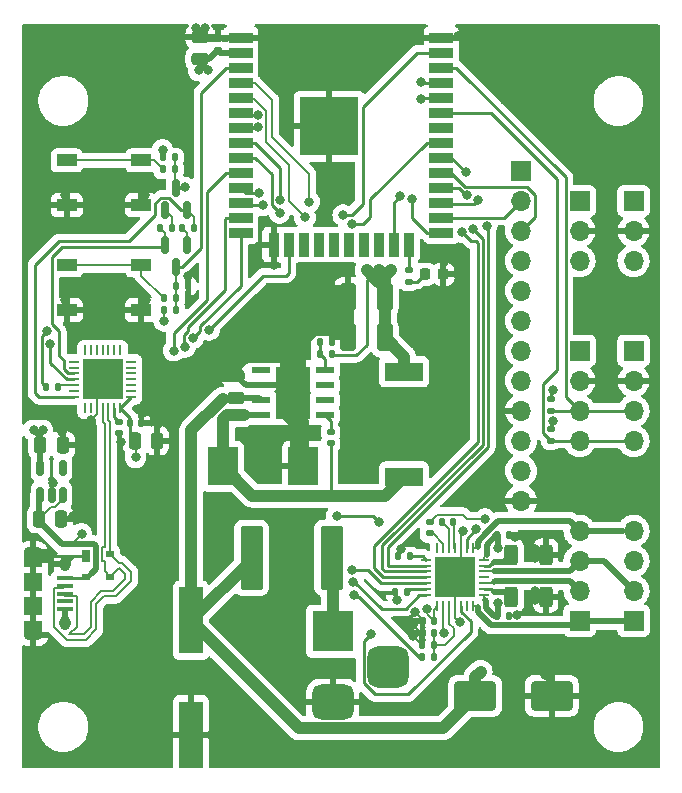
<source format=gtl>
%TF.GenerationSoftware,KiCad,Pcbnew,6.0.4-6f826c9f35~116~ubuntu20.04.1*%
%TF.CreationDate,2022-03-30T04:54:14+01:00*%
%TF.ProjectId,step32,73746570-3332-42e6-9b69-6361645f7063,rev?*%
%TF.SameCoordinates,Original*%
%TF.FileFunction,Copper,L1,Top*%
%TF.FilePolarity,Positive*%
%FSLAX46Y46*%
G04 Gerber Fmt 4.6, Leading zero omitted, Abs format (unit mm)*
G04 Created by KiCad (PCBNEW 6.0.4-6f826c9f35~116~ubuntu20.04.1) date 2022-03-30 04:54:14*
%MOMM*%
%LPD*%
G01*
G04 APERTURE LIST*
G04 Aperture macros list*
%AMRoundRect*
0 Rectangle with rounded corners*
0 $1 Rounding radius*
0 $2 $3 $4 $5 $6 $7 $8 $9 X,Y pos of 4 corners*
0 Add a 4 corners polygon primitive as box body*
4,1,4,$2,$3,$4,$5,$6,$7,$8,$9,$2,$3,0*
0 Add four circle primitives for the rounded corners*
1,1,$1+$1,$2,$3*
1,1,$1+$1,$4,$5*
1,1,$1+$1,$6,$7*
1,1,$1+$1,$8,$9*
0 Add four rect primitives between the rounded corners*
20,1,$1+$1,$2,$3,$4,$5,0*
20,1,$1+$1,$4,$5,$6,$7,0*
20,1,$1+$1,$6,$7,$8,$9,0*
20,1,$1+$1,$8,$9,$2,$3,0*%
G04 Aperture macros list end*
%TA.AperFunction,SMDPad,CuDef*%
%ADD10RoundRect,0.140000X-0.140000X-0.170000X0.140000X-0.170000X0.140000X0.170000X-0.140000X0.170000X0*%
%TD*%
%TA.AperFunction,SMDPad,CuDef*%
%ADD11RoundRect,0.250000X-0.712500X-2.475000X0.712500X-2.475000X0.712500X2.475000X-0.712500X2.475000X0*%
%TD*%
%TA.AperFunction,SMDPad,CuDef*%
%ADD12RoundRect,0.135000X-0.135000X-0.185000X0.135000X-0.185000X0.135000X0.185000X-0.135000X0.185000X0*%
%TD*%
%TA.AperFunction,SMDPad,CuDef*%
%ADD13R,1.700000X1.000000*%
%TD*%
%TA.AperFunction,SMDPad,CuDef*%
%ADD14RoundRect,0.062500X-0.062500X0.337500X-0.062500X-0.337500X0.062500X-0.337500X0.062500X0.337500X0*%
%TD*%
%TA.AperFunction,SMDPad,CuDef*%
%ADD15RoundRect,0.062500X-0.337500X0.062500X-0.337500X-0.062500X0.337500X-0.062500X0.337500X0.062500X0*%
%TD*%
%TA.AperFunction,ComponentPad*%
%ADD16C,0.500000*%
%TD*%
%TA.AperFunction,SMDPad,CuDef*%
%ADD17R,3.350000X3.350000*%
%TD*%
%TA.AperFunction,SMDPad,CuDef*%
%ADD18RoundRect,0.250000X-0.312500X-0.625000X0.312500X-0.625000X0.312500X0.625000X-0.312500X0.625000X0*%
%TD*%
%TA.AperFunction,SMDPad,CuDef*%
%ADD19RoundRect,0.140000X0.170000X-0.140000X0.170000X0.140000X-0.170000X0.140000X-0.170000X-0.140000X0*%
%TD*%
%TA.AperFunction,ComponentPad*%
%ADD20R,1.700000X1.700000*%
%TD*%
%TA.AperFunction,ComponentPad*%
%ADD21O,1.700000X1.700000*%
%TD*%
%TA.AperFunction,SMDPad,CuDef*%
%ADD22RoundRect,0.135000X0.135000X0.185000X-0.135000X0.185000X-0.135000X-0.185000X0.135000X-0.185000X0*%
%TD*%
%TA.AperFunction,SMDPad,CuDef*%
%ADD23RoundRect,0.150000X-0.150000X0.587500X-0.150000X-0.587500X0.150000X-0.587500X0.150000X0.587500X0*%
%TD*%
%TA.AperFunction,SMDPad,CuDef*%
%ADD24RoundRect,0.140000X0.140000X0.170000X-0.140000X0.170000X-0.140000X-0.170000X0.140000X-0.170000X0*%
%TD*%
%TA.AperFunction,SMDPad,CuDef*%
%ADD25R,0.700000X1.000000*%
%TD*%
%TA.AperFunction,SMDPad,CuDef*%
%ADD26R,0.700000X0.600000*%
%TD*%
%TA.AperFunction,SMDPad,CuDef*%
%ADD27RoundRect,0.150000X0.150000X-0.587500X0.150000X0.587500X-0.150000X0.587500X-0.150000X-0.587500X0*%
%TD*%
%TA.AperFunction,SMDPad,CuDef*%
%ADD28RoundRect,0.250000X0.475000X-0.250000X0.475000X0.250000X-0.475000X0.250000X-0.475000X-0.250000X0*%
%TD*%
%TA.AperFunction,SMDPad,CuDef*%
%ADD29RoundRect,0.135000X-0.185000X0.135000X-0.185000X-0.135000X0.185000X-0.135000X0.185000X0.135000X0*%
%TD*%
%TA.AperFunction,SMDPad,CuDef*%
%ADD30R,2.500000X3.300000*%
%TD*%
%TA.AperFunction,SMDPad,CuDef*%
%ADD31RoundRect,0.140000X-0.170000X0.140000X-0.170000X-0.140000X0.170000X-0.140000X0.170000X0.140000X0*%
%TD*%
%TA.AperFunction,SMDPad,CuDef*%
%ADD32R,1.350000X0.400000*%
%TD*%
%TA.AperFunction,ComponentPad*%
%ADD33O,1.550000X0.890000*%
%TD*%
%TA.AperFunction,ComponentPad*%
%ADD34O,0.950000X1.250000*%
%TD*%
%TA.AperFunction,SMDPad,CuDef*%
%ADD35R,1.550000X1.200000*%
%TD*%
%TA.AperFunction,SMDPad,CuDef*%
%ADD36R,1.550000X1.500000*%
%TD*%
%TA.AperFunction,SMDPad,CuDef*%
%ADD37RoundRect,0.250000X0.412500X0.925000X-0.412500X0.925000X-0.412500X-0.925000X0.412500X-0.925000X0*%
%TD*%
%TA.AperFunction,SMDPad,CuDef*%
%ADD38R,2.000000X5.700000*%
%TD*%
%TA.AperFunction,ComponentPad*%
%ADD39R,3.500000X3.500000*%
%TD*%
%TA.AperFunction,ComponentPad*%
%ADD40RoundRect,0.750000X1.000000X-0.750000X1.000000X0.750000X-1.000000X0.750000X-1.000000X-0.750000X0*%
%TD*%
%TA.AperFunction,ComponentPad*%
%ADD41RoundRect,0.875000X0.875000X-0.875000X0.875000X0.875000X-0.875000X0.875000X-0.875000X-0.875000X0*%
%TD*%
%TA.AperFunction,SMDPad,CuDef*%
%ADD42RoundRect,0.250000X-0.250000X-0.475000X0.250000X-0.475000X0.250000X0.475000X-0.250000X0.475000X0*%
%TD*%
%TA.AperFunction,SMDPad,CuDef*%
%ADD43RoundRect,0.150000X0.150000X-0.512500X0.150000X0.512500X-0.150000X0.512500X-0.150000X-0.512500X0*%
%TD*%
%TA.AperFunction,SMDPad,CuDef*%
%ADD44R,3.200000X1.600000*%
%TD*%
%TA.AperFunction,SMDPad,CuDef*%
%ADD45RoundRect,0.250000X-1.500000X-1.000000X1.500000X-1.000000X1.500000X1.000000X-1.500000X1.000000X0*%
%TD*%
%TA.AperFunction,SMDPad,CuDef*%
%ADD46R,2.000000X0.900000*%
%TD*%
%TA.AperFunction,SMDPad,CuDef*%
%ADD47R,0.900000X2.000000*%
%TD*%
%TA.AperFunction,SMDPad,CuDef*%
%ADD48R,5.000000X5.000000*%
%TD*%
%TA.AperFunction,SMDPad,CuDef*%
%ADD49RoundRect,0.218750X0.218750X0.256250X-0.218750X0.256250X-0.218750X-0.256250X0.218750X-0.256250X0*%
%TD*%
%TA.AperFunction,SMDPad,CuDef*%
%ADD50R,1.550000X0.600000*%
%TD*%
%TA.AperFunction,ComponentPad*%
%ADD51C,0.600000*%
%TD*%
%TA.AperFunction,SMDPad,CuDef*%
%ADD52R,2.600000X3.100000*%
%TD*%
%TA.AperFunction,SMDPad,CuDef*%
%ADD53R,2.950000X4.500000*%
%TD*%
%TA.AperFunction,SMDPad,CuDef*%
%ADD54RoundRect,0.062500X0.062500X-0.337500X0.062500X0.337500X-0.062500X0.337500X-0.062500X-0.337500X0*%
%TD*%
%TA.AperFunction,SMDPad,CuDef*%
%ADD55RoundRect,0.062500X0.337500X-0.062500X0.337500X0.062500X-0.337500X0.062500X-0.337500X-0.062500X0*%
%TD*%
%TA.AperFunction,ViaPad*%
%ADD56C,0.800000*%
%TD*%
%TA.AperFunction,Conductor*%
%ADD57C,0.500000*%
%TD*%
%TA.AperFunction,Conductor*%
%ADD58C,0.200000*%
%TD*%
%TA.AperFunction,Conductor*%
%ADD59C,0.250000*%
%TD*%
%TA.AperFunction,Conductor*%
%ADD60C,1.000000*%
%TD*%
G04 APERTURE END LIST*
D10*
%TO.P,C21,1*%
%TO.N,+12V*%
X140744000Y-104775000D03*
%TO.P,C21,2*%
%TO.N,GND*%
X141704000Y-104775000D03*
%TD*%
%TO.P,C20,2*%
%TO.N,GND*%
X141704000Y-111633000D03*
%TO.P,C20,1*%
%TO.N,+12V*%
X140744000Y-111633000D03*
%TD*%
D11*
%TO.P,F1,1*%
%TO.N,+12V*%
X119929500Y-106680000D03*
%TO.P,F1,2*%
%TO.N,Net-(F1-Pad2)*%
X126704500Y-106680000D03*
%TD*%
D12*
%TO.P,R9,1*%
%TO.N,DAC*%
X134392000Y-115062000D03*
%TO.P,R9,2*%
%TO.N,Net-(C19-Pad1)*%
X135412000Y-115062000D03*
%TD*%
%TO.P,R11,1*%
%TO.N,+3V3*%
X112520000Y-85725000D03*
%TO.P,R11,2*%
%TO.N,EN*%
X113540000Y-85725000D03*
%TD*%
D13*
%TO.P,SW2,1,1*%
%TO.N,Net-(R12-Pad2)*%
X104292000Y-81920000D03*
X110592000Y-81920000D03*
%TO.P,SW2,2,2*%
%TO.N,GND*%
X110592000Y-85720000D03*
X104292000Y-85720000D03*
%TD*%
D14*
%TO.P,U3,1,OUT2B*%
%TO.N,Net-(J7-Pad4)*%
X138660000Y-105881000D03*
%TO.P,U3,2,~{ENABLE}*%
%TO.N,~{ENABLE}*%
X138160000Y-105881000D03*
%TO.P,U3,3,GND*%
%TO.N,GND*%
X137660000Y-105881000D03*
%TO.P,U3,4,CP1*%
%TO.N,Net-(C11-Pad1)*%
X137160000Y-105881000D03*
%TO.P,U3,5,CP2*%
%TO.N,Net-(C11-Pad2)*%
X136660000Y-105881000D03*
%TO.P,U3,6,VCP*%
%TO.N,Net-(C14-Pad1)*%
X136160000Y-105881000D03*
%TO.P,U3,7,NC*%
%TO.N,unconnected-(U3-Pad7)*%
X135660000Y-105881000D03*
D15*
%TO.P,U3,8,VREG*%
%TO.N,Net-(C7-Pad1)*%
X134710000Y-106831000D03*
%TO.P,U3,9,MS1*%
%TO.N,MS1*%
X134710000Y-107331000D03*
%TO.P,U3,10,MS2*%
%TO.N,MS2*%
X134710000Y-107831000D03*
%TO.P,U3,11,MS3*%
%TO.N,MS3*%
X134710000Y-108331000D03*
%TO.P,U3,12,~{RESET}*%
%TO.N,~{RESET}*%
X134710000Y-108831000D03*
%TO.P,U3,13,ROSC*%
%TO.N,Net-(R13-Pad1)*%
X134710000Y-109331000D03*
%TO.P,U3,14,~{SLEEP}*%
%TO.N,~{SLEEP}*%
X134710000Y-109831000D03*
D14*
%TO.P,U3,15,VDD*%
%TO.N,+3V3*%
X135660000Y-110781000D03*
%TO.P,U3,16,STEP*%
%TO.N,STEP*%
X136160000Y-110781000D03*
%TO.P,U3,17,REF*%
%TO.N,Net-(C19-Pad1)*%
X136660000Y-110781000D03*
%TO.P,U3,18,GND*%
%TO.N,GND*%
X137160000Y-110781000D03*
%TO.P,U3,19,DIR*%
%TO.N,DIR*%
X137660000Y-110781000D03*
%TO.P,U3,20,NC*%
%TO.N,unconnected-(U3-Pad20)*%
X138160000Y-110781000D03*
%TO.P,U3,21,OUT1B*%
%TO.N,Net-(J7-Pad1)*%
X138660000Y-110781000D03*
D15*
%TO.P,U3,22,VBB1*%
%TO.N,+12V*%
X139610000Y-109831000D03*
%TO.P,U3,23,SENSE1*%
%TO.N,Net-(R14-Pad1)*%
X139610000Y-109331000D03*
%TO.P,U3,24,OUT1A*%
%TO.N,Net-(J7-Pad2)*%
X139610000Y-108831000D03*
%TO.P,U3,25,NC*%
%TO.N,unconnected-(U3-Pad25)*%
X139610000Y-108331000D03*
%TO.P,U3,26,OUT2A*%
%TO.N,Net-(J7-Pad3)*%
X139610000Y-107831000D03*
%TO.P,U3,27,SENSE2*%
%TO.N,Net-(R15-Pad1)*%
X139610000Y-107331000D03*
%TO.P,U3,28,VBB2*%
%TO.N,+12V*%
X139610000Y-106831000D03*
D16*
%TO.P,U3,29,PAD*%
%TO.N,GND*%
X137160000Y-108331000D03*
X137160000Y-109331000D03*
X136160000Y-108331000D03*
X138160000Y-109331000D03*
X138160000Y-108331000D03*
X138160000Y-107331000D03*
X137160000Y-107331000D03*
D17*
X137160000Y-108331000D03*
D16*
X136160000Y-109331000D03*
X136160000Y-107331000D03*
%TD*%
D18*
%TO.P,R15,1*%
%TO.N,Net-(R15-Pad1)*%
X141920500Y-106426000D03*
%TO.P,R15,2*%
%TO.N,GND*%
X144845500Y-106426000D03*
%TD*%
D19*
%TO.P,C4,2*%
%TO.N,GND*%
X117094000Y-62766000D03*
%TO.P,C4,1*%
%TO.N,+3V3*%
X117094000Y-63726000D03*
%TD*%
D20*
%TO.P,J7,1,Pin_1*%
%TO.N,Net-(J7-Pad1)*%
X147701000Y-112014000D03*
D21*
%TO.P,J7,2,Pin_2*%
%TO.N,Net-(J7-Pad2)*%
X147701000Y-109474000D03*
%TO.P,J7,3,Pin_3*%
%TO.N,Net-(J7-Pad3)*%
X147701000Y-106934000D03*
%TO.P,J7,4,Pin_4*%
%TO.N,Net-(J7-Pad4)*%
X147701000Y-104394000D03*
%TD*%
D22*
%TO.P,R13,1*%
%TO.N,Net-(R13-Pad1)*%
X133098000Y-109601000D03*
%TO.P,R13,2*%
%TO.N,GND*%
X132078000Y-109601000D03*
%TD*%
D23*
%TO.P,Q1,3,C*%
%TO.N,EN*%
X113538000Y-82090500D03*
%TO.P,Q1,2,E*%
%TO.N,RTS*%
X112588000Y-80215500D03*
%TO.P,Q1,1,B*%
%TO.N,Net-(Q1-Pad1)*%
X114488000Y-80215500D03*
%TD*%
D24*
%TO.P,C7,1*%
%TO.N,Net-(C7-Pad1)*%
X133322000Y-106553000D03*
%TO.P,C7,2*%
%TO.N,GND*%
X132362000Y-106553000D03*
%TD*%
D20*
%TO.P,J3,1,Pin_1*%
%TO.N,+3V3*%
X147701000Y-76469000D03*
D21*
%TO.P,J3,2,Pin_2*%
%TO.N,GND*%
X147701000Y-79009000D03*
%TO.P,J3,3,Pin_3*%
%TO.N,END1*%
X147701000Y-81549000D03*
%TD*%
D25*
%TO.P,D1,1,A*%
%TO.N,GND*%
X105934000Y-106565000D03*
D26*
%TO.P,D1,2,K*%
%TO.N,VBUS*%
X105934000Y-108265000D03*
%TO.P,D1,3,K*%
%TO.N,D+*%
X107934000Y-108265000D03*
%TO.P,D1,4,K*%
%TO.N,D-*%
X107934000Y-106365000D03*
%TD*%
D27*
%TO.P,Q2,1,B*%
%TO.N,Net-(Q2-Pad1)*%
X112588000Y-77264500D03*
%TO.P,Q2,2,E*%
%TO.N,DTR*%
X114488000Y-77264500D03*
%TO.P,Q2,3,C*%
%TO.N,IO0*%
X113538000Y-75389500D03*
%TD*%
D20*
%TO.P,J2,1,Pin_1*%
%TO.N,+3V3*%
X142748000Y-73909000D03*
D21*
%TO.P,J2,2,Pin_2*%
%TO.N,IO4*%
X142748000Y-76449000D03*
%TO.P,J2,3,Pin_3*%
%TO.N,IO5*%
X142748000Y-78989000D03*
%TO.P,J2,4,Pin_4*%
%TO.N,IO15*%
X142748000Y-81529000D03*
%TO.P,J2,5,Pin_5*%
%TO.N,IO26*%
X142748000Y-84069000D03*
%TO.P,J2,6,Pin_6*%
%TO.N,IO27*%
X142748000Y-86609000D03*
%TO.P,J2,7,Pin_7*%
%TO.N,IO32*%
X142748000Y-89149000D03*
%TO.P,J2,8,Pin_8*%
%TO.N,IO33*%
X142748000Y-91689000D03*
%TO.P,J2,9,Pin_9*%
%TO.N,GND*%
X142748000Y-94229000D03*
%TO.P,J2,10,Pin_10*%
%TO.N,SENSOR_VP*%
X142748000Y-96769000D03*
%TO.P,J2,11,Pin_11*%
%TO.N,SENSOR_VN*%
X142748000Y-99309000D03*
%TO.P,J2,12,Pin_12*%
%TO.N,GND*%
X142748000Y-101849000D03*
%TD*%
D20*
%TO.P,J4,1,Pin_1*%
%TO.N,+3V3*%
X152273000Y-76469000D03*
D21*
%TO.P,J4,2,Pin_2*%
%TO.N,GND*%
X152273000Y-79009000D03*
%TO.P,J4,3,Pin_3*%
%TO.N,END2*%
X152273000Y-81549000D03*
%TD*%
D20*
%TO.P,J6,1,Pin_1*%
%TO.N,+3V3*%
X152273000Y-89154000D03*
D21*
%TO.P,J6,2,Pin_2*%
%TO.N,GND*%
X152273000Y-91694000D03*
%TO.P,J6,3,Pin_3*%
%TO.N,SCL*%
X152273000Y-94234000D03*
%TO.P,J6,4,Pin_4*%
%TO.N,SDA*%
X152273000Y-96774000D03*
%TD*%
D13*
%TO.P,SW1,1,1*%
%TO.N,Net-(R8-Pad2)*%
X110592000Y-73030000D03*
X104292000Y-73030000D03*
%TO.P,SW1,2,2*%
%TO.N,GND*%
X110592000Y-76830000D03*
X104292000Y-76830000D03*
%TD*%
D28*
%TO.P,C3,2*%
%TO.N,GND*%
X115570000Y-62550000D03*
%TO.P,C3,1*%
%TO.N,+3V3*%
X115570000Y-64450000D03*
%TD*%
D29*
%TO.P,R5,1*%
%TO.N,+3V3*%
X145288000Y-93206000D03*
%TO.P,R5,2*%
%TO.N,SCL*%
X145288000Y-94226000D03*
%TD*%
%TO.P,R2,1*%
%TO.N,Net-(R2-Pad1)*%
X133223000Y-82294000D03*
%TO.P,R2,2*%
%TO.N,Net-(D2-Pad2)*%
X133223000Y-83314000D03*
%TD*%
D30*
%TO.P,D3,1,K*%
%TO.N,Net-(C13-Pad2)*%
X117504000Y-98933000D03*
%TO.P,D3,2,A*%
%TO.N,GND*%
X124304000Y-98933000D03*
%TD*%
D22*
%TO.P,R16,1*%
%TO.N,+3V3*%
X126748000Y-89408000D03*
%TO.P,R16,2*%
%TO.N,Net-(R16-Pad2)*%
X125728000Y-89408000D03*
%TD*%
D31*
%TO.P,C13,1*%
%TO.N,Net-(C13-Pad1)*%
X126619000Y-96040000D03*
%TO.P,C13,2*%
%TO.N,Net-(C13-Pad2)*%
X126619000Y-97000000D03*
%TD*%
D22*
%TO.P,R12,1*%
%TO.N,EN*%
X113540000Y-84709000D03*
%TO.P,R12,2*%
%TO.N,Net-(R12-Pad2)*%
X112520000Y-84709000D03*
%TD*%
D20*
%TO.P,J8,1,Pin_1*%
%TO.N,Net-(J7-Pad1)*%
X152273000Y-112014000D03*
D21*
%TO.P,J8,2,Pin_2*%
%TO.N,Net-(J7-Pad3)*%
X152273000Y-109474000D03*
%TO.P,J8,3,Pin_3*%
%TO.N,Net-(J7-Pad2)*%
X152273000Y-106934000D03*
%TO.P,J8,4,Pin_4*%
%TO.N,Net-(J7-Pad4)*%
X152273000Y-104394000D03*
%TD*%
D22*
%TO.P,R10,1*%
%TO.N,Net-(C19-Pad1)*%
X135412000Y-114046000D03*
%TO.P,R10,2*%
%TO.N,GND*%
X134392000Y-114046000D03*
%TD*%
D32*
%TO.P,J1,1,VBUS*%
%TO.N,VBUS*%
X104143000Y-108428000D03*
%TO.P,J1,2,D-*%
%TO.N,D-*%
X104143000Y-109078000D03*
%TO.P,J1,3,D+*%
%TO.N,D+*%
X104143000Y-109728000D03*
%TO.P,J1,4,ID*%
%TO.N,unconnected-(J1-Pad4)*%
X104143000Y-110378000D03*
%TO.P,J1,5,GND*%
%TO.N,GND*%
X104143000Y-111028000D03*
D33*
%TO.P,J1,6,Shield*%
X101443000Y-113228000D03*
D34*
X104143000Y-112228000D03*
D35*
X101443000Y-112628000D03*
D36*
X101443000Y-108728000D03*
D35*
X101443000Y-106828000D03*
D36*
X101443000Y-110728000D03*
D34*
X104143000Y-107228000D03*
D33*
X101443000Y-106228000D03*
%TD*%
D37*
%TO.P,C16,2*%
%TO.N,GND*%
X128129500Y-84582000D03*
%TO.P,C16,1*%
%TO.N,+3V3*%
X131204500Y-84582000D03*
%TD*%
D12*
%TO.P,R17,1*%
%TO.N,Net-(R16-Pad2)*%
X125728000Y-88392000D03*
%TO.P,R17,2*%
%TO.N,GND*%
X126748000Y-88392000D03*
%TD*%
D38*
%TO.P,C15,1*%
%TO.N,+12V*%
X114808000Y-111982750D03*
%TO.P,C15,2*%
%TO.N,GND*%
X114808000Y-121682750D03*
%TD*%
D22*
%TO.P,R1,1*%
%TO.N,Net-(R1-Pad1)*%
X103507000Y-92202000D03*
%TO.P,R1,2*%
%TO.N,RX*%
X102487000Y-92202000D03*
%TD*%
D39*
%TO.P,J9,1*%
%TO.N,Net-(F1-Pad2)*%
X126804500Y-112910250D03*
D40*
%TO.P,J9,2*%
%TO.N,GND*%
X126804500Y-118910250D03*
D41*
%TO.P,J9,3*%
%TO.N,unconnected-(J9-Pad3)*%
X131504500Y-115910250D03*
%TD*%
D22*
%TO.P,R8,2*%
%TO.N,Net-(R8-Pad2)*%
X112393000Y-73787000D03*
%TO.P,R8,1*%
%TO.N,IO0*%
X113413000Y-73787000D03*
%TD*%
D42*
%TO.P,C18,1*%
%TO.N,+3V3*%
X102047000Y-97155000D03*
%TO.P,C18,2*%
%TO.N,GND*%
X103947000Y-97155000D03*
%TD*%
D10*
%TO.P,C2,1*%
%TO.N,VBUS*%
X109629000Y-95250000D03*
%TO.P,C2,2*%
%TO.N,GND*%
X110589000Y-95250000D03*
%TD*%
D31*
%TO.P,C5,1*%
%TO.N,Net-(C5-Pad1)*%
X108712000Y-95151000D03*
%TO.P,C5,2*%
%TO.N,GND*%
X108712000Y-96111000D03*
%TD*%
D43*
%TO.P,U5,1,VIN*%
%TO.N,VBUS*%
X102047000Y-101340500D03*
%TO.P,U5,2,GND*%
%TO.N,GND*%
X102997000Y-101340500D03*
%TO.P,U5,3,CE*%
%TO.N,VBUS*%
X103947000Y-101340500D03*
%TO.P,U5,4,NC*%
%TO.N,unconnected-(U5-Pad4)*%
X103947000Y-99065500D03*
%TO.P,U5,5,VOUT*%
%TO.N,+3V3*%
X102047000Y-99065500D03*
%TD*%
D37*
%TO.P,C17,1*%
%TO.N,+3V3*%
X131204500Y-88011000D03*
%TO.P,C17,2*%
%TO.N,GND*%
X128129500Y-88011000D03*
%TD*%
D20*
%TO.P,J5,1,Pin_1*%
%TO.N,+3V3*%
X147701000Y-89154000D03*
D21*
%TO.P,J5,2,Pin_2*%
%TO.N,GND*%
X147701000Y-91694000D03*
%TO.P,J5,3,Pin_3*%
%TO.N,SCL*%
X147701000Y-94234000D03*
%TO.P,J5,4,Pin_4*%
%TO.N,SDA*%
X147701000Y-96774000D03*
%TD*%
D24*
%TO.P,C11,1*%
%TO.N,Net-(C11-Pad1)*%
X137005000Y-103632000D03*
%TO.P,C11,2*%
%TO.N,Net-(C11-Pad2)*%
X136045000Y-103632000D03*
%TD*%
D44*
%TO.P,L1,2,2*%
%TO.N,+3V3*%
X132842000Y-90927000D03*
%TO.P,L1,1,1*%
%TO.N,Net-(C13-Pad2)*%
X132842000Y-99827000D03*
%TD*%
D12*
%TO.P,R7,1*%
%TO.N,+3V3*%
X112393000Y-72771000D03*
%TO.P,R7,2*%
%TO.N,IO0*%
X113413000Y-72771000D03*
%TD*%
D42*
%TO.P,C12,1*%
%TO.N,VBUS*%
X101920000Y-103378000D03*
%TO.P,C12,2*%
%TO.N,GND*%
X103820000Y-103378000D03*
%TD*%
%TO.P,C1,1*%
%TO.N,VBUS*%
X110048000Y-96774000D03*
%TO.P,C1,2*%
%TO.N,GND*%
X111948000Y-96774000D03*
%TD*%
D24*
%TO.P,C8,1*%
%TO.N,+3V3*%
X135382000Y-112014000D03*
%TO.P,C8,2*%
%TO.N,GND*%
X134422000Y-112014000D03*
%TD*%
D45*
%TO.P,C10,1*%
%TO.N,+12V*%
X138863000Y-118364000D03*
%TO.P,C10,2*%
%TO.N,GND*%
X145363000Y-118364000D03*
%TD*%
D22*
%TO.P,R3,1*%
%TO.N,DTR*%
X115064000Y-78740000D03*
%TO.P,R3,2*%
%TO.N,Net-(Q1-Pad1)*%
X114044000Y-78740000D03*
%TD*%
D18*
%TO.P,R14,1*%
%TO.N,Net-(R14-Pad1)*%
X141920500Y-109982000D03*
%TO.P,R14,2*%
%TO.N,GND*%
X144845500Y-109982000D03*
%TD*%
D46*
%TO.P,U2,1,GND*%
%TO.N,GND*%
X119008000Y-62654000D03*
%TO.P,U2,2,VDD*%
%TO.N,+3V3*%
X119008000Y-63924000D03*
%TO.P,U2,3,EN*%
%TO.N,EN*%
X119008000Y-65194000D03*
%TO.P,U2,4,SENSOR_VP*%
%TO.N,SENSOR_VP*%
X119008000Y-66464000D03*
%TO.P,U2,5,SENSOR_VN*%
%TO.N,SENSOR_VN*%
X119008000Y-67734000D03*
%TO.P,U2,6,IO34*%
%TO.N,END1*%
X119008000Y-69004000D03*
%TO.P,U2,7,IO35*%
%TO.N,END2*%
X119008000Y-70274000D03*
%TO.P,U2,8,IO32*%
%TO.N,IO32*%
X119008000Y-71544000D03*
%TO.P,U2,9,IO33*%
%TO.N,IO33*%
X119008000Y-72814000D03*
%TO.P,U2,10,IO25*%
%TO.N,DAC*%
X119008000Y-74084000D03*
%TO.P,U2,11,IO26*%
%TO.N,IO26*%
X119008000Y-75354000D03*
%TO.P,U2,12,IO27*%
%TO.N,IO27*%
X119008000Y-76624000D03*
%TO.P,U2,13,IO14*%
%TO.N,~{SLEEP}*%
X119008000Y-77894000D03*
%TO.P,U2,14,IO12*%
%TO.N,~{RESET}*%
X119008000Y-79164000D03*
D47*
%TO.P,U2,15,GND*%
%TO.N,GND*%
X121793000Y-80164000D03*
%TO.P,U2,16,IO13*%
%TO.N,~{ENABLE}*%
X123063000Y-80164000D03*
%TO.P,U2,17,SHD/SD2*%
%TO.N,unconnected-(U2-Pad17)*%
X124333000Y-80164000D03*
%TO.P,U2,18,SWP/SD3*%
%TO.N,unconnected-(U2-Pad18)*%
X125603000Y-80164000D03*
%TO.P,U2,19,SCS/CMD*%
%TO.N,unconnected-(U2-Pad19)*%
X126873000Y-80164000D03*
%TO.P,U2,20,SCK/CLK*%
%TO.N,unconnected-(U2-Pad20)*%
X128143000Y-80164000D03*
%TO.P,U2,21,SDO/SD0*%
%TO.N,unconnected-(U2-Pad21)*%
X129413000Y-80164000D03*
%TO.P,U2,22,SDI/SD1*%
%TO.N,unconnected-(U2-Pad22)*%
X130683000Y-80164000D03*
%TO.P,U2,23,IO15*%
%TO.N,IO15*%
X131953000Y-80164000D03*
%TO.P,U2,24,IO2*%
%TO.N,Net-(R2-Pad1)*%
X133223000Y-80164000D03*
D46*
%TO.P,U2,25,IO0*%
%TO.N,IO0*%
X136008000Y-79164000D03*
%TO.P,U2,26,IO4*%
%TO.N,IO4*%
X136008000Y-77894000D03*
%TO.P,U2,27,IO16*%
%TO.N,MS1*%
X136008000Y-76624000D03*
%TO.P,U2,28,IO17*%
%TO.N,MS2*%
X136008000Y-75354000D03*
%TO.P,U2,29,IO5*%
%TO.N,IO5*%
X136008000Y-74084000D03*
%TO.P,U2,30,IO18*%
%TO.N,MS3*%
X136008000Y-72814000D03*
%TO.P,U2,31,IO19*%
%TO.N,DIR*%
X136008000Y-71544000D03*
%TO.P,U2,32,NC*%
%TO.N,unconnected-(U2-Pad32)*%
X136008000Y-70274000D03*
%TO.P,U2,33,IO21*%
%TO.N,SDA*%
X136008000Y-69004000D03*
%TO.P,U2,34,RXD0/IO3*%
%TO.N,RX*%
X136008000Y-67734000D03*
%TO.P,U2,35,TXD0/IO1*%
%TO.N,TX*%
X136008000Y-66464000D03*
%TO.P,U2,36,IO22*%
%TO.N,SCL*%
X136008000Y-65194000D03*
%TO.P,U2,37,IO23*%
%TO.N,STEP*%
X136008000Y-63924000D03*
%TO.P,U2,38,GND*%
%TO.N,GND*%
X136008000Y-62654000D03*
D48*
%TO.P,U2,39,GND*%
X126508000Y-70154000D03*
%TD*%
D49*
%TO.P,D2,1,K*%
%TO.N,GND*%
X136169500Y-82677000D03*
%TO.P,D2,2,A*%
%TO.N,Net-(D2-Pad2)*%
X134594500Y-82677000D03*
%TD*%
D10*
%TO.P,C6,1*%
%TO.N,EN*%
X113566000Y-83693000D03*
%TO.P,C6,2*%
%TO.N,GND*%
X114526000Y-83693000D03*
%TD*%
D29*
%TO.P,R6,1*%
%TO.N,+3V3*%
X145288000Y-95746000D03*
%TO.P,R6,2*%
%TO.N,SDA*%
X145288000Y-96766000D03*
%TD*%
D12*
%TO.P,R4,1*%
%TO.N,RTS*%
X112139000Y-78740000D03*
%TO.P,R4,2*%
%TO.N,Net-(Q2-Pad1)*%
X113159000Y-78740000D03*
%TD*%
D50*
%TO.P,U4,1,BOOT*%
%TO.N,Net-(C13-Pad1)*%
X126144000Y-94615000D03*
%TO.P,U4,2,NC*%
%TO.N,unconnected-(U4-Pad2)*%
X126144000Y-93345000D03*
%TO.P,U4,3,NC*%
%TO.N,unconnected-(U4-Pad3)*%
X126144000Y-92075000D03*
%TO.P,U4,4,VSENSE*%
%TO.N,Net-(R16-Pad2)*%
X126144000Y-90805000D03*
%TO.P,U4,5,EN*%
%TO.N,unconnected-(U4-Pad5)*%
X120744000Y-90805000D03*
%TO.P,U4,6,GND*%
%TO.N,GND*%
X120744000Y-92075000D03*
%TO.P,U4,7,VIN*%
%TO.N,+12V*%
X120744000Y-93345000D03*
%TO.P,U4,8,PH*%
%TO.N,Net-(C13-Pad2)*%
X120744000Y-94615000D03*
D51*
%TO.P,U4,9,GNDPAD*%
%TO.N,GND*%
X124044000Y-94510000D03*
X124044000Y-93310000D03*
X124044000Y-92010000D03*
X122844000Y-90910000D03*
X122844000Y-94510000D03*
D52*
X123444000Y-92710000D03*
D53*
X123444000Y-92710000D03*
D51*
X122844000Y-93310000D03*
X124044000Y-90910000D03*
X122844000Y-92010000D03*
%TD*%
D19*
%TO.P,C14,1*%
%TO.N,Net-(C14-Pad1)*%
X135001000Y-104620000D03*
%TO.P,C14,2*%
%TO.N,+12V*%
X135001000Y-103660000D03*
%TD*%
D28*
%TO.P,C9,1*%
%TO.N,+12V*%
X118618000Y-93152000D03*
%TO.P,C9,2*%
%TO.N,GND*%
X118618000Y-91252000D03*
%TD*%
D24*
%TO.P,C19,1*%
%TO.N,Net-(C19-Pad1)*%
X135382000Y-113030000D03*
%TO.P,C19,2*%
%TO.N,GND*%
X134422000Y-113030000D03*
%TD*%
D54*
%TO.P,U1,1,~{DCD}*%
%TO.N,unconnected-(U1-Pad1)*%
X105815000Y-94017000D03*
%TO.P,U1,2,~{RI}/CLK*%
%TO.N,unconnected-(U1-Pad2)*%
X106315000Y-94017000D03*
%TO.P,U1,3,GND*%
%TO.N,GND*%
X106815000Y-94017000D03*
%TO.P,U1,4,D+*%
%TO.N,D+*%
X107315000Y-94017000D03*
%TO.P,U1,5,D-*%
%TO.N,D-*%
X107815000Y-94017000D03*
%TO.P,U1,6,VDD*%
%TO.N,Net-(C5-Pad1)*%
X108315000Y-94017000D03*
%TO.P,U1,7,VREGIN*%
%TO.N,VBUS*%
X108815000Y-94017000D03*
D55*
%TO.P,U1,8,VBUS*%
X109765000Y-93067000D03*
%TO.P,U1,9,~{RST}*%
%TO.N,unconnected-(U1-Pad9)*%
X109765000Y-92567000D03*
%TO.P,U1,10,NC*%
%TO.N,unconnected-(U1-Pad10)*%
X109765000Y-92067000D03*
%TO.P,U1,11,~{SUSPEND}*%
%TO.N,unconnected-(U1-Pad11)*%
X109765000Y-91567000D03*
%TO.P,U1,12,SUSPEND*%
%TO.N,unconnected-(U1-Pad12)*%
X109765000Y-91067000D03*
%TO.P,U1,13,CHREN*%
%TO.N,unconnected-(U1-Pad13)*%
X109765000Y-90567000D03*
%TO.P,U1,14,CHR1*%
%TO.N,unconnected-(U1-Pad14)*%
X109765000Y-90067000D03*
D54*
%TO.P,U1,15,CHR0*%
%TO.N,unconnected-(U1-Pad15)*%
X108815000Y-89117000D03*
%TO.P,U1,16,~{WAKEUP}/GPIO.3*%
%TO.N,unconnected-(U1-Pad16)*%
X108315000Y-89117000D03*
%TO.P,U1,17,RS485/GPIO.2*%
%TO.N,unconnected-(U1-Pad17)*%
X107815000Y-89117000D03*
%TO.P,U1,18,~{RXT}/GPIO.1*%
%TO.N,unconnected-(U1-Pad18)*%
X107315000Y-89117000D03*
%TO.P,U1,19,~{TXT}/GPIO.0*%
%TO.N,unconnected-(U1-Pad19)*%
X106815000Y-89117000D03*
%TO.P,U1,20,GPIO.6*%
%TO.N,unconnected-(U1-Pad20)*%
X106315000Y-89117000D03*
%TO.P,U1,21,GPIO.5*%
%TO.N,unconnected-(U1-Pad21)*%
X105815000Y-89117000D03*
D55*
%TO.P,U1,22,GPIO.4*%
%TO.N,unconnected-(U1-Pad22)*%
X104865000Y-90067000D03*
%TO.P,U1,23,~{CTS}*%
%TO.N,unconnected-(U1-Pad23)*%
X104865000Y-90567000D03*
%TO.P,U1,24,~{RTS}*%
%TO.N,RTS*%
X104865000Y-91067000D03*
%TO.P,U1,25,RXD*%
%TO.N,TX*%
X104865000Y-91567000D03*
%TO.P,U1,26,TXD*%
%TO.N,Net-(R1-Pad1)*%
X104865000Y-92067000D03*
%TO.P,U1,27,~{DSR}*%
%TO.N,unconnected-(U1-Pad27)*%
X104865000Y-92567000D03*
%TO.P,U1,28,~{DTR}*%
%TO.N,DTR*%
X104865000Y-93067000D03*
D17*
%TO.P,U1,29,GND*%
%TO.N,GND*%
X107315000Y-91567000D03*
%TD*%
D56*
%TO.N,GND*%
X103124000Y-100330000D03*
X113030000Y-121666000D03*
X116459000Y-121666000D03*
%TO.N,SENSOR_VN*%
X124460000Y-77851000D03*
%TO.N,SENSOR_VP*%
X124790878Y-76530878D03*
%TO.N,IO33*%
X122301000Y-77470000D03*
%TO.N,IO32*%
X122363500Y-76350421D03*
%TO.N,IO27*%
X120904000Y-76835000D03*
%TO.N,IO26*%
X120560500Y-75819000D03*
%TO.N,DIR*%
X128429085Y-78394683D03*
%TO.N,STEP*%
X127680758Y-77646356D03*
%TO.N,IO15*%
X132533010Y-76041951D03*
%TO.N,MS1*%
X139827000Y-78618500D03*
X139108323Y-76347908D03*
%TO.N,END2*%
X120458500Y-70231000D03*
%TO.N,END1*%
X120458500Y-69215000D03*
%TO.N,GND*%
X136259843Y-81636245D03*
%TO.N,MS2*%
X138171701Y-75998989D03*
X138690414Y-78865509D03*
%TO.N,MS3*%
X137716878Y-79091857D03*
X138049000Y-74041000D03*
%TO.N,GND*%
X132207000Y-110236000D03*
X132588000Y-105918000D03*
%TO.N,~{ENABLE}*%
X127127000Y-103124000D03*
X138938000Y-104267000D03*
X130756937Y-103659129D03*
X116332000Y-87376000D03*
%TO.N,~{RESET}*%
X128397000Y-107696000D03*
X114972500Y-88082412D03*
%TO.N,~{SLEEP}*%
X128538351Y-108685457D03*
X114305043Y-88826391D03*
%TO.N,DAC*%
X128613318Y-109839927D03*
X113356212Y-89140597D03*
%TO.N,DIR*%
X130010500Y-113157000D03*
%TO.N,GND*%
X121793000Y-81915000D03*
%TO.N,+3V3*%
X145415000Y-95123000D03*
X145415000Y-92456000D03*
%TO.N,RX*%
X102590513Y-87486111D03*
X134239000Y-67818000D03*
%TO.N,TX*%
X134239000Y-66421000D03*
X102907500Y-88607802D03*
%TO.N,IO0*%
X114300000Y-75311000D03*
X133486683Y-76341136D03*
%TO.N,GND*%
X137414000Y-62484000D03*
X115951000Y-61849000D03*
X115189000Y-61849000D03*
%TO.N,+3V3*%
X116205000Y-65405000D03*
X115443000Y-65405000D03*
X112395000Y-72136000D03*
%TO.N,GND*%
X110871000Y-75946000D03*
X104140000Y-75946000D03*
X104140000Y-84836000D03*
X110998000Y-84836000D03*
X114554000Y-82804000D03*
%TO.N,+3V3*%
X112522000Y-86614000D03*
%TO.N,+12V*%
X139700000Y-103378000D03*
%TO.N,GND*%
X137813382Y-104367020D03*
X137541000Y-112141000D03*
%TO.N,STEP*%
X136261500Y-113030000D03*
%TO.N,+3V3*%
X134747000Y-110998000D03*
%TO.N,GND*%
X133604000Y-113284000D03*
X133604000Y-112395000D03*
X133792628Y-111294950D03*
X144780000Y-116586000D03*
X143891000Y-106680000D03*
X143891000Y-105918000D03*
X143891000Y-110236000D03*
X143891000Y-109474000D03*
X142367000Y-111506000D03*
X142240000Y-104902000D03*
%TO.N,+12V*%
X140758500Y-110532500D03*
X139319000Y-116332000D03*
X140758500Y-105831098D03*
%TO.N,GND*%
X106299000Y-95016500D03*
X104775000Y-103124000D03*
X103886000Y-96012000D03*
%TO.N,+3V3*%
X102235000Y-95885000D03*
X101473000Y-95885000D03*
%TO.N,VBUS*%
X110109000Y-98171000D03*
X105537000Y-104648000D03*
%TO.N,GND*%
X112014000Y-95377000D03*
X110871000Y-94361000D03*
X108839000Y-96901000D03*
X117856000Y-89408000D03*
X117094000Y-90170000D03*
X117094000Y-91313000D03*
X126869480Y-86744520D03*
X126929750Y-85781750D03*
X126873000Y-84582000D03*
%TO.N,+3V3*%
X131699000Y-82296000D03*
X130683000Y-82296000D03*
X129667000Y-82296000D03*
%TD*%
D57*
%TO.N,Net-(J7-Pad3)*%
X147701000Y-106934000D02*
X149733000Y-106934000D01*
X149733000Y-106934000D02*
X152273000Y-109474000D01*
D58*
%TO.N,VBUS*%
X104775000Y-105537000D02*
X104775000Y-105410000D01*
X104775000Y-105410000D02*
X105537000Y-104648000D01*
D57*
X101920000Y-103378000D02*
X101920000Y-103571000D01*
X101920000Y-103571000D02*
X103886000Y-105537000D01*
D58*
X104775000Y-105537000D02*
X103886000Y-105537000D01*
D57*
X103886000Y-105537000D02*
X104521000Y-105537000D01*
X104521000Y-105537000D02*
X104775000Y-105537000D01*
D58*
%TO.N,GND*%
X102997000Y-101340500D02*
X102997000Y-100457000D01*
X102997000Y-100457000D02*
X103124000Y-100330000D01*
D57*
X114808000Y-121682750D02*
X113046750Y-121682750D01*
X113046750Y-121682750D02*
X113030000Y-121666000D01*
X114808000Y-121682750D02*
X116442250Y-121682750D01*
X116442250Y-121682750D02*
X116459000Y-121666000D01*
D58*
%TO.N,D+*%
X109249000Y-108491800D02*
X109249000Y-108043200D01*
%TO.N,D-*%
X109699000Y-108678200D02*
X109699000Y-107856800D01*
%TO.N,D+*%
X108237800Y-109503000D02*
X109249000Y-108491800D01*
%TO.N,D-*%
X108424200Y-109953000D02*
X109699000Y-108678200D01*
%TO.N,D+*%
X107221800Y-109503000D02*
X108237800Y-109503000D01*
%TO.N,D-*%
X107408200Y-109953000D02*
X108424200Y-109953000D01*
%TO.N,D+*%
X106328000Y-110396800D02*
X107221800Y-109503000D01*
%TO.N,D-*%
X106778000Y-110583200D02*
X107408200Y-109953000D01*
%TO.N,D+*%
X106328000Y-112555800D02*
X106328000Y-110396800D01*
%TO.N,D-*%
X106778000Y-112742200D02*
X106778000Y-110583200D01*
%TO.N,D+*%
X105731280Y-113152520D02*
X106328000Y-112555800D01*
%TO.N,D-*%
X105884200Y-113636000D02*
X106778000Y-112742200D01*
%TO.N,SENSOR_VN*%
X120142000Y-67818000D02*
X119092000Y-67818000D01*
X119092000Y-67818000D02*
X119008000Y-67734000D01*
%TO.N,SENSOR_VP*%
X121684511Y-71081518D02*
X124790878Y-74187885D01*
X121684511Y-67940511D02*
X121684511Y-71081518D01*
D59*
%TO.N,IO32*%
X119008000Y-71544000D02*
X120258000Y-71544000D01*
D58*
%TO.N,SENSOR_VN*%
X121158000Y-71501000D02*
X121158000Y-68834000D01*
X121158000Y-68834000D02*
X120142000Y-67818000D01*
%TO.N,SENSOR_VP*%
X120208000Y-66464000D02*
X121684511Y-67940511D01*
D59*
%TO.N,IO33*%
X120258000Y-72814000D02*
X119008000Y-72814000D01*
X122301000Y-77470000D02*
X121638999Y-76807999D01*
%TO.N,IO32*%
X122363500Y-73649500D02*
X122363500Y-76350421D01*
D58*
%TO.N,SENSOR_VN*%
X123063000Y-73406000D02*
X121158000Y-71501000D01*
%TO.N,SENSOR_VP*%
X124790878Y-74187885D02*
X124790878Y-76530878D01*
D59*
%TO.N,IO33*%
X121638999Y-76807999D02*
X121638999Y-74194999D01*
D58*
%TO.N,SENSOR_VN*%
X124460000Y-77851000D02*
X123063000Y-76454000D01*
D59*
%TO.N,IO33*%
X121638999Y-74194999D02*
X120258000Y-72814000D01*
D58*
%TO.N,SENSOR_VP*%
X119008000Y-66464000D02*
X120208000Y-66464000D01*
D59*
%TO.N,IO32*%
X120258000Y-71544000D02*
X122363500Y-73649500D01*
D58*
%TO.N,SENSOR_VN*%
X123063000Y-76454000D02*
X123063000Y-73406000D01*
D59*
%TO.N,IO0*%
X133486683Y-77892683D02*
X133486683Y-76341136D01*
X136008000Y-79164000D02*
X134758000Y-79164000D01*
%TO.N,END1*%
X119219000Y-69215000D02*
X120458500Y-69215000D01*
%TO.N,END2*%
X120415500Y-70274000D02*
X120458500Y-70231000D01*
%TO.N,END1*%
X119008000Y-69004000D02*
X119219000Y-69215000D01*
%TO.N,IO15*%
X131953000Y-76621961D02*
X132533010Y-76041951D01*
%TO.N,END2*%
X119008000Y-70274000D02*
X120415500Y-70274000D01*
%TO.N,IO15*%
X131953000Y-80164000D02*
X131953000Y-76621961D01*
%TO.N,IO0*%
X134758000Y-79164000D02*
X133486683Y-77892683D01*
%TO.N,DIR*%
X134758000Y-71544000D02*
X129976648Y-76325352D01*
X129976648Y-76325352D02*
X129976648Y-77795352D01*
%TO.N,STEP*%
X129358569Y-76681727D02*
X128393940Y-77646356D01*
X128393940Y-77646356D02*
X127680758Y-77646356D01*
%TO.N,IO26*%
X119008000Y-75354000D02*
X119473000Y-75819000D01*
%TO.N,STEP*%
X129358569Y-68507431D02*
X129358569Y-76681727D01*
%TO.N,DIR*%
X129377317Y-78394683D02*
X128429085Y-78394683D01*
%TO.N,IO26*%
X119473000Y-75819000D02*
X120560500Y-75819000D01*
%TO.N,DIR*%
X136008000Y-71544000D02*
X134758000Y-71544000D01*
%TO.N,STEP*%
X136008000Y-63924000D02*
X133942000Y-63924000D01*
%TO.N,DIR*%
X129976648Y-77795352D02*
X129377317Y-78394683D01*
%TO.N,STEP*%
X133942000Y-63924000D02*
X129358569Y-68507431D01*
%TO.N,GND*%
X136169500Y-81726588D02*
X136259843Y-81636245D01*
X136169500Y-82677000D02*
X136169500Y-81726588D01*
%TO.N,IO27*%
X120904000Y-76835000D02*
X119219000Y-76835000D01*
X119219000Y-76835000D02*
X119008000Y-76624000D01*
%TO.N,MS2*%
X134710000Y-107831000D02*
X131199000Y-107831000D01*
%TO.N,MS3*%
X130302000Y-105664000D02*
X139065000Y-96901000D01*
X138086499Y-79421099D02*
X138046120Y-79421099D01*
X138046120Y-79421099D02*
X137716878Y-79091857D01*
X130302000Y-107569704D02*
X130302000Y-105664000D01*
%TO.N,MS2*%
X131005510Y-107637510D02*
X131005510Y-105596194D01*
%TO.N,MS3*%
X138900501Y-79845501D02*
X138510901Y-79845501D01*
%TO.N,MS2*%
X139065704Y-79240799D02*
X138690414Y-78865509D01*
X139065704Y-79248000D02*
X139065704Y-79240799D01*
%TO.N,MS3*%
X131063296Y-108331000D02*
X130302000Y-107569704D01*
%TO.N,MS2*%
X139514511Y-97087193D02*
X139514511Y-79696807D01*
X131005510Y-105596194D02*
X139514511Y-97087193D01*
%TO.N,MS3*%
X139065000Y-96901000D02*
X139065000Y-80010000D01*
%TO.N,MS2*%
X139514511Y-79696807D02*
X139065704Y-79248000D01*
%TO.N,MS3*%
X138510901Y-79845501D02*
X138086499Y-79421099D01*
%TO.N,MS2*%
X131199000Y-107831000D02*
X131005510Y-107637510D01*
%TO.N,MS3*%
X134710000Y-108331000D02*
X131063296Y-108331000D01*
X139065000Y-80010000D02*
X138900501Y-79845501D01*
%TO.N,MS2*%
X137841318Y-75724000D02*
X137896712Y-75724000D01*
%TO.N,MS1*%
X136008000Y-76624000D02*
X136107490Y-76723490D01*
%TO.N,MS2*%
X137471318Y-75354000D02*
X137841318Y-75724000D01*
%TO.N,IO5*%
X136837022Y-74084000D02*
X136008000Y-74084000D01*
%TO.N,MS2*%
X136008000Y-75354000D02*
X137471318Y-75354000D01*
%TO.N,IO5*%
X143922511Y-77814489D02*
X143922511Y-75962501D01*
%TO.N,MS2*%
X137896712Y-75724000D02*
X138171701Y-75998989D01*
%TO.N,MS1*%
X138732741Y-76723490D02*
X139108323Y-76347908D01*
%TO.N,IO5*%
X143234499Y-75274489D02*
X138027511Y-75274489D01*
%TO.N,MS1*%
X136107490Y-76723490D02*
X138732741Y-76723490D01*
%TO.N,IO5*%
X142748000Y-78989000D02*
X143922511Y-77814489D01*
X143922511Y-75962501D02*
X143234499Y-75274489D01*
X138027511Y-75274489D02*
X136837022Y-74084000D01*
%TO.N,MS1*%
X131461000Y-107331000D02*
X131461000Y-105776408D01*
X134710000Y-107331000D02*
X131461000Y-107331000D01*
X131461000Y-105776408D02*
X139964022Y-97273386D01*
X139964022Y-97273386D02*
X139964022Y-78755522D01*
X139964022Y-78755522D02*
X139827000Y-78618500D01*
%TO.N,IO4*%
X142748000Y-76449000D02*
X141303000Y-77894000D01*
X141303000Y-77894000D02*
X136008000Y-77894000D01*
%TO.N,Net-(D2-Pad2)*%
X133223000Y-83314000D02*
X133957500Y-83314000D01*
X133957500Y-83314000D02*
X134594500Y-82677000D01*
%TO.N,Net-(R2-Pad1)*%
X133223000Y-80164000D02*
X133223000Y-82294000D01*
%TO.N,MS3*%
X138049000Y-74041000D02*
X136822000Y-72814000D01*
X136822000Y-72814000D02*
X136008000Y-72814000D01*
%TO.N,DAC*%
X134392000Y-115062000D02*
X134112000Y-115062000D01*
X128755391Y-109982000D02*
X128613318Y-109839927D01*
%TO.N,DIR*%
X130384873Y-118237000D02*
X129429980Y-117282107D01*
X138502046Y-112070374D02*
X138502046Y-112941813D01*
X133206859Y-118237000D02*
X130384873Y-118237000D01*
X129429980Y-113737520D02*
X130010500Y-113157000D01*
X137660000Y-111228328D02*
X138502046Y-112070374D01*
%TO.N,DAC*%
X129032000Y-109982000D02*
X128755391Y-109982000D01*
%TO.N,DIR*%
X129429980Y-117282107D02*
X129429980Y-113737520D01*
%TO.N,DAC*%
X134112000Y-115062000D02*
X129032000Y-109982000D01*
%TO.N,DIR*%
X137660000Y-110781000D02*
X137660000Y-111228328D01*
X138502046Y-112941813D02*
X133206859Y-118237000D01*
%TO.N,~{RESET}*%
X129792592Y-107696000D02*
X128397000Y-107696000D01*
X134710000Y-108831000D02*
X130927592Y-108831000D01*
X130927592Y-108831000D02*
X129792592Y-107696000D01*
%TO.N,GND*%
X132078000Y-109601000D02*
X132078000Y-110107000D01*
X132078000Y-110107000D02*
X132207000Y-110236000D01*
%TO.N,Net-(R13-Pad1)*%
X133098000Y-109601000D02*
X133368000Y-109331000D01*
X133368000Y-109331000D02*
X134710000Y-109331000D01*
%TO.N,GND*%
X132362000Y-106553000D02*
X132362000Y-106144000D01*
X132362000Y-106144000D02*
X132588000Y-105918000D01*
%TO.N,Net-(C7-Pad1)*%
X133322000Y-106553000D02*
X134432000Y-106553000D01*
X134432000Y-106553000D02*
X134710000Y-106831000D01*
%TO.N,~{ENABLE}*%
X130221808Y-103124000D02*
X130756937Y-103659129D01*
X127127000Y-103124000D02*
X130221808Y-103124000D01*
D58*
%TO.N,+12V*%
X137855131Y-103022480D02*
X135638520Y-103022480D01*
X138210651Y-103378000D02*
X137855131Y-103022480D01*
X139700000Y-103378000D02*
X138210651Y-103378000D01*
X135638520Y-103022480D02*
X135001000Y-103660000D01*
D59*
%TO.N,DAC*%
X117758000Y-74084000D02*
X116154415Y-75687585D01*
D57*
%TO.N,Net-(J7-Pad4)*%
X139787501Y-104618876D02*
X139065000Y-105341377D01*
%TO.N,+12V*%
X140620635Y-104775000D02*
X139827000Y-105568635D01*
D59*
%TO.N,~{RESET}*%
X119008000Y-83675400D02*
X115607499Y-87075901D01*
D57*
%TO.N,+12V*%
X139827000Y-105568635D02*
X139827000Y-106426000D01*
D59*
%TO.N,~{SLEEP}*%
X117683489Y-83991103D02*
X114513388Y-87161204D01*
D58*
%TO.N,Net-(C11-Pad1)*%
X137160000Y-105881000D02*
X137113881Y-105834881D01*
D57*
%TO.N,Net-(J7-Pad4)*%
X147701000Y-104394000D02*
X146851000Y-103544000D01*
D58*
%TO.N,GND*%
X137660000Y-104520402D02*
X137813382Y-104367020D01*
D59*
%TO.N,~{ENABLE}*%
X123063000Y-82550000D02*
X123063000Y-80164000D01*
D57*
%TO.N,+12V*%
X140744000Y-104775000D02*
X140620635Y-104775000D01*
D58*
%TO.N,GND*%
X137660000Y-105881000D02*
X137660000Y-104520402D01*
D57*
%TO.N,Net-(J7-Pad4)*%
X140830742Y-103544000D02*
X139787501Y-104587241D01*
D59*
%TO.N,~{SLEEP}*%
X114513388Y-87161204D02*
X114513388Y-87516924D01*
%TO.N,~{ENABLE}*%
X138160000Y-105881000D02*
X138160000Y-105045000D01*
%TO.N,DAC*%
X119008000Y-74084000D02*
X117758000Y-74084000D01*
%TO.N,~{SLEEP}*%
X117683489Y-77968511D02*
X117683489Y-83991103D01*
X117758000Y-77894000D02*
X117683489Y-77968511D01*
%TO.N,~{RESET}*%
X115607499Y-87447413D02*
X114972500Y-88082412D01*
%TO.N,DAC*%
X116154415Y-75687585D02*
X116154415Y-84884473D01*
%TO.N,~{ENABLE}*%
X138160000Y-105045000D02*
X138938000Y-104267000D01*
%TO.N,~{RESET}*%
X115607499Y-87075901D02*
X115607499Y-87447413D01*
%TO.N,~{SLEEP}*%
X114305043Y-88439555D02*
X114305043Y-88826391D01*
D57*
%TO.N,Net-(J7-Pad4)*%
X146851000Y-103544000D02*
X140830742Y-103544000D01*
X139065000Y-105341377D02*
X139065000Y-105791000D01*
X139787501Y-104587241D02*
X139787501Y-104618876D01*
D59*
%TO.N,DAC*%
X113356212Y-87682676D02*
X113356212Y-89140597D01*
%TO.N,~{RESET}*%
X119008000Y-79164000D02*
X119008000Y-83675400D01*
D58*
%TO.N,Net-(C11-Pad1)*%
X137113881Y-105834881D02*
X137113881Y-103740881D01*
D59*
%TO.N,~{SLEEP}*%
X114513388Y-87516924D02*
X114247999Y-87782313D01*
%TO.N,DAC*%
X116154415Y-84884473D02*
X113356212Y-87682676D01*
%TO.N,~{SLEEP}*%
X119008000Y-77894000D02*
X117758000Y-77894000D01*
X114247999Y-87782313D02*
X114247999Y-88382511D01*
X114247999Y-88382511D02*
X114305043Y-88439555D01*
D58*
%TO.N,Net-(C11-Pad1)*%
X137113881Y-103740881D02*
X137005000Y-103632000D01*
D59*
%TO.N,~{ENABLE}*%
X116332000Y-87376000D02*
X120904000Y-82804000D01*
X120904000Y-82804000D02*
X122809000Y-82804000D01*
X122809000Y-82804000D02*
X123063000Y-82550000D01*
%TO.N,~{SLEEP}*%
X134136000Y-109831000D02*
X132969000Y-110998000D01*
X128624457Y-108685457D02*
X128538351Y-108685457D01*
X134710000Y-109831000D02*
X134136000Y-109831000D01*
X132969000Y-110998000D02*
X130937000Y-110998000D01*
X130937000Y-110998000D02*
X128624457Y-108685457D01*
D57*
%TO.N,GND*%
X121793000Y-80164000D02*
X121793000Y-81915000D01*
D59*
%TO.N,SDA*%
X136008000Y-69004000D02*
X140192022Y-69004000D01*
X144643480Y-91957520D02*
X144643480Y-96121480D01*
X144643480Y-96121480D02*
X145288000Y-96766000D01*
X140192022Y-69004000D02*
X145796000Y-74607978D01*
X145796000Y-74607978D02*
X145796000Y-90805000D01*
X145796000Y-90805000D02*
X144643480Y-91957520D01*
%TO.N,SCL*%
X136008000Y-65194000D02*
X137258000Y-65194000D01*
X146526489Y-74462489D02*
X146526489Y-93059489D01*
X137258000Y-65194000D02*
X146526489Y-74462489D01*
X146526489Y-93059489D02*
X147701000Y-94234000D01*
%TO.N,SDA*%
X147701000Y-96774000D02*
X152273000Y-96774000D01*
%TO.N,SCL*%
X147701000Y-94234000D02*
X152273000Y-94234000D01*
%TO.N,SDA*%
X145288000Y-96766000D02*
X147693000Y-96766000D01*
X147693000Y-96766000D02*
X147701000Y-96774000D01*
%TO.N,SCL*%
X145288000Y-94226000D02*
X147693000Y-94226000D01*
X147693000Y-94226000D02*
X147701000Y-94234000D01*
%TO.N,+3V3*%
X145288000Y-95746000D02*
X145288000Y-95250000D01*
X145288000Y-95250000D02*
X145415000Y-95123000D01*
X145288000Y-93206000D02*
X145288000Y-92583000D01*
X145288000Y-92583000D02*
X145415000Y-92456000D01*
%TO.N,RTS*%
X112470989Y-80332511D02*
X103880467Y-80332511D01*
X103880467Y-80332511D02*
X102997000Y-81215978D01*
X102997000Y-86868000D02*
X103632000Y-87503000D01*
%TO.N,DTR*%
X109538022Y-79883000D02*
X103632000Y-79883000D01*
X103632000Y-79883000D02*
X101600000Y-81915000D01*
%TO.N,RTS*%
X102997000Y-81215978D02*
X102997000Y-86868000D01*
X103632000Y-89590672D02*
X104013000Y-89971672D01*
X104013000Y-90662328D02*
X104417672Y-91067000D01*
%TO.N,DTR*%
X101600000Y-92710000D02*
X101957000Y-93067000D01*
%TO.N,RTS*%
X112588000Y-80215500D02*
X112470989Y-80332511D01*
X103632000Y-87503000D02*
X103632000Y-89590672D01*
%TO.N,DTR*%
X114488000Y-77264500D02*
X113996572Y-77264500D01*
%TO.N,RTS*%
X104013000Y-89971672D02*
X104013000Y-90662328D01*
X104417672Y-91067000D02*
X104865000Y-91067000D01*
%TO.N,DTR*%
X113996572Y-77264500D02*
X112934552Y-76202480D01*
X112934552Y-76202480D02*
X112241448Y-76202480D01*
X112241448Y-76202480D02*
X111766511Y-76677417D01*
X111766511Y-76677417D02*
X111766511Y-77654511D01*
X111766511Y-77654511D02*
X109538022Y-79883000D01*
X101600000Y-81915000D02*
X101600000Y-92710000D01*
X101957000Y-93067000D02*
X104865000Y-93067000D01*
%TO.N,RX*%
X102182999Y-91897999D02*
X102182999Y-87893625D01*
X102182999Y-87893625D02*
X102590513Y-87486111D01*
X102487000Y-92202000D02*
X102182999Y-91897999D01*
%TO.N,TX*%
X102907500Y-90192532D02*
X102907500Y-88607802D01*
X104281968Y-91567000D02*
X102907500Y-90192532D01*
X104865000Y-91567000D02*
X104281968Y-91567000D01*
%TO.N,RX*%
X134323000Y-67734000D02*
X134239000Y-67818000D01*
X136008000Y-67734000D02*
X134323000Y-67734000D01*
%TO.N,TX*%
X136008000Y-66464000D02*
X134282000Y-66464000D01*
X134282000Y-66464000D02*
X134239000Y-66421000D01*
%TO.N,IO0*%
X113538000Y-75389500D02*
X114221500Y-75389500D01*
X114221500Y-75389500D02*
X114300000Y-75311000D01*
%TO.N,EN*%
X119008000Y-65194000D02*
X117758000Y-65194000D01*
X117758000Y-65194000D02*
X115658520Y-67293480D01*
X115658520Y-67293480D02*
X115658520Y-80453552D01*
X115658520Y-80453552D02*
X114021572Y-82090500D01*
X114021572Y-82090500D02*
X113538000Y-82090500D01*
D57*
%TO.N,GND*%
X136008000Y-62654000D02*
X137244000Y-62654000D01*
X137244000Y-62654000D02*
X137414000Y-62484000D01*
X115570000Y-62230000D02*
X115951000Y-61849000D01*
X115570000Y-62550000D02*
X115570000Y-62230000D01*
X115570000Y-62230000D02*
X115189000Y-61849000D01*
X117094000Y-62766000D02*
X115786000Y-62766000D01*
X115786000Y-62766000D02*
X115570000Y-62550000D01*
%TO.N,+3V3*%
X119008000Y-63924000D02*
X117292000Y-63924000D01*
X117292000Y-63924000D02*
X117094000Y-63726000D01*
%TO.N,GND*%
X119008000Y-62654000D02*
X117206000Y-62654000D01*
X117206000Y-62654000D02*
X117094000Y-62766000D01*
%TO.N,+3V3*%
X115570000Y-64450000D02*
X115570000Y-64770000D01*
X115570000Y-64770000D02*
X116205000Y-65405000D01*
X115570000Y-64450000D02*
X115570000Y-65278000D01*
X115570000Y-65278000D02*
X115443000Y-65405000D01*
X115570000Y-64450000D02*
X116370000Y-64450000D01*
X116370000Y-64450000D02*
X117094000Y-63726000D01*
D58*
%TO.N,IO0*%
X113413000Y-73787000D02*
X113413000Y-75264500D01*
X113413000Y-75264500D02*
X113538000Y-75389500D01*
X113413000Y-72771000D02*
X113413000Y-73787000D01*
%TO.N,+3V3*%
X112393000Y-72771000D02*
X112393000Y-72138000D01*
X112393000Y-72138000D02*
X112395000Y-72136000D01*
%TO.N,Net-(R8-Pad2)*%
X110592000Y-73030000D02*
X111636000Y-73030000D01*
X111636000Y-73030000D02*
X112393000Y-73787000D01*
X104292000Y-73030000D02*
X110592000Y-73030000D01*
%TO.N,GND*%
X110592000Y-76830000D02*
X110592000Y-76225000D01*
X110592000Y-76225000D02*
X110871000Y-75946000D01*
X104292000Y-76830000D02*
X104292000Y-76098000D01*
X104292000Y-76098000D02*
X104140000Y-75946000D01*
X104292000Y-85720000D02*
X104292000Y-84988000D01*
X104292000Y-84988000D02*
X104140000Y-84836000D01*
X110592000Y-85720000D02*
X110592000Y-85242000D01*
X110592000Y-85242000D02*
X110998000Y-84836000D01*
%TO.N,RTS*%
X112588000Y-80215500D02*
X112588000Y-79189000D01*
X112588000Y-79189000D02*
X112139000Y-78740000D01*
%TO.N,Net-(Q2-Pad1)*%
X113159000Y-78740000D02*
X113159000Y-77835500D01*
X113159000Y-77835500D02*
X112588000Y-77264500D01*
%TO.N,DTR*%
X115064000Y-78740000D02*
X115064000Y-77840500D01*
X115064000Y-77840500D02*
X114488000Y-77264500D01*
%TO.N,Net-(Q1-Pad1)*%
X114488000Y-80215500D02*
X114488000Y-79184000D01*
X114488000Y-79184000D02*
X114044000Y-78740000D01*
%TO.N,EN*%
X113538000Y-82090500D02*
X113538000Y-83665000D01*
X113538000Y-83665000D02*
X113566000Y-83693000D01*
%TO.N,GND*%
X114526000Y-83693000D02*
X114526000Y-82832000D01*
X114526000Y-82832000D02*
X114554000Y-82804000D01*
%TO.N,EN*%
X113540000Y-84709000D02*
X113540000Y-83719000D01*
X113540000Y-83719000D02*
X113566000Y-83693000D01*
X113540000Y-85725000D02*
X113540000Y-84709000D01*
%TO.N,+3V3*%
X112520000Y-85725000D02*
X112520000Y-86612000D01*
X112520000Y-86612000D02*
X112522000Y-86614000D01*
%TO.N,Net-(R12-Pad2)*%
X110592000Y-81920000D02*
X110592000Y-82781000D01*
X110592000Y-82781000D02*
X112520000Y-84709000D01*
X104292000Y-81920000D02*
X110592000Y-81920000D01*
%TO.N,Net-(C14-Pad1)*%
X136160000Y-105881000D02*
X136160000Y-105469027D01*
X136160000Y-105469027D02*
X135310973Y-104620000D01*
X135310973Y-104620000D02*
X135001000Y-104620000D01*
%TO.N,Net-(C11-Pad2)*%
X136660000Y-105881000D02*
X136660000Y-104247000D01*
X136660000Y-104247000D02*
X136045000Y-103632000D01*
%TO.N,Net-(C19-Pad1)*%
X137033000Y-113284000D02*
X136271000Y-114046000D01*
X137033000Y-112622245D02*
X137033000Y-113284000D01*
X136660000Y-112249245D02*
X137033000Y-112622245D01*
X136271000Y-114046000D02*
X135412000Y-114046000D01*
X136660000Y-110781000D02*
X136660000Y-112249245D01*
%TO.N,GND*%
X137160000Y-111760000D02*
X137541000Y-112141000D01*
%TO.N,DIR*%
X137660000Y-110781000D02*
X137660000Y-111192973D01*
%TO.N,GND*%
X137160000Y-111322006D02*
X137160000Y-111760000D01*
%TO.N,STEP*%
X136160000Y-110781000D02*
X136160000Y-110855000D01*
X136160000Y-110855000D02*
X136160000Y-112928500D01*
X136160000Y-112928500D02*
X136261500Y-113030000D01*
%TO.N,GND*%
X137160000Y-110781000D02*
X137160000Y-111322006D01*
X134422000Y-111924322D02*
X133792628Y-111294950D01*
%TO.N,+3V3*%
X135382000Y-112014000D02*
X134874000Y-111506000D01*
%TO.N,GND*%
X134422000Y-112014000D02*
X134422000Y-111924322D01*
%TO.N,+3V3*%
X134874000Y-111506000D02*
X134747000Y-111379000D01*
X134747000Y-111379000D02*
X134747000Y-110998000D01*
X135382000Y-111059000D02*
X135382000Y-112014000D01*
X135660000Y-110781000D02*
X135382000Y-111059000D01*
%TO.N,GND*%
X134392000Y-114046000D02*
X134366000Y-114046000D01*
X134366000Y-114046000D02*
X133604000Y-113284000D01*
X134422000Y-113030000D02*
X134239000Y-113030000D01*
X134239000Y-113030000D02*
X133604000Y-112395000D01*
%TO.N,Net-(C19-Pad1)*%
X135412000Y-114046000D02*
X135412000Y-115062000D01*
X135382000Y-113030000D02*
X135382000Y-114016000D01*
X135382000Y-114016000D02*
X135412000Y-114046000D01*
D57*
%TO.N,GND*%
X145363000Y-118364000D02*
X145363000Y-117169000D01*
X145363000Y-117169000D02*
X144780000Y-116586000D01*
D58*
X137160000Y-108331000D02*
X137160000Y-110781000D01*
X137160000Y-108331000D02*
X137660000Y-107831000D01*
X137660000Y-107831000D02*
X137660000Y-105881000D01*
X144845500Y-106426000D02*
X144145000Y-106426000D01*
X144145000Y-106426000D02*
X143891000Y-106680000D01*
X144845500Y-106426000D02*
X144399000Y-106426000D01*
X144399000Y-106426000D02*
X143891000Y-105918000D01*
X144845500Y-109982000D02*
X144145000Y-109982000D01*
X144145000Y-109982000D02*
X143891000Y-110236000D01*
X144845500Y-109982000D02*
X144399000Y-109982000D01*
X144399000Y-109982000D02*
X143891000Y-109474000D01*
X141704000Y-111633000D02*
X142240000Y-111633000D01*
X142240000Y-111633000D02*
X142367000Y-111506000D01*
%TO.N,+12V*%
X139610000Y-109831000D02*
X139610000Y-110146000D01*
X139610000Y-110146000D02*
X139700000Y-110236000D01*
D57*
X139764520Y-110935520D02*
X139764520Y-110300520D01*
X139764520Y-110300520D02*
X139700000Y-110236000D01*
X140744000Y-111633000D02*
X140462000Y-111633000D01*
%TO.N,Net-(J7-Pad1)*%
X140232262Y-112392520D02*
X139065000Y-111225258D01*
X147701000Y-112014000D02*
X147322480Y-112392520D01*
%TO.N,+12V*%
X140462000Y-111633000D02*
X139764520Y-110935520D01*
%TO.N,Net-(J7-Pad1)*%
X147322480Y-112392520D02*
X140232262Y-112392520D01*
X139065000Y-111225258D02*
X139065000Y-110871000D01*
%TO.N,+12V*%
X140758500Y-110532500D02*
X140758500Y-111618500D01*
X140758500Y-111618500D02*
X140744000Y-111633000D01*
D58*
%TO.N,GND*%
X141704000Y-104775000D02*
X142113000Y-104775000D01*
X142113000Y-104775000D02*
X142240000Y-104902000D01*
%TO.N,+12V*%
X139610000Y-106831000D02*
X139610000Y-106643000D01*
X139610000Y-106643000D02*
X139827000Y-106426000D01*
D57*
X140758500Y-105831098D02*
X140758500Y-104789500D01*
X140758500Y-104789500D02*
X140744000Y-104775000D01*
%TO.N,Net-(R14-Pad1)*%
X141920500Y-109982000D02*
X141537020Y-109598520D01*
X141537020Y-109598520D02*
X140459520Y-109598520D01*
%TO.N,Net-(R15-Pad1)*%
X141283020Y-107063480D02*
X140459520Y-107063480D01*
X141920500Y-106426000D02*
X141283020Y-107063480D01*
D60*
%TO.N,+12V*%
X138863000Y-116788000D02*
X139319000Y-116332000D01*
X138863000Y-118364000D02*
X138863000Y-116788000D01*
X114808000Y-111982750D02*
X123935020Y-121109770D01*
X123935020Y-121109770D02*
X136117230Y-121109770D01*
X136117230Y-121109770D02*
X138863000Y-118364000D01*
D58*
%TO.N,Net-(R1-Pad1)*%
X104865000Y-92067000D02*
X103642000Y-92067000D01*
X103642000Y-92067000D02*
X103507000Y-92202000D01*
%TO.N,GND*%
X106815000Y-94017000D02*
X106815000Y-94500500D01*
X106815000Y-94500500D02*
X106299000Y-95016500D01*
X106815000Y-94017000D02*
X106815000Y-92067000D01*
X106815000Y-92067000D02*
X107315000Y-91567000D01*
D57*
X103820000Y-103378000D02*
X104521000Y-103378000D01*
X104521000Y-103378000D02*
X104775000Y-103124000D01*
X103947000Y-97155000D02*
X103947000Y-96073000D01*
X103947000Y-96073000D02*
X103886000Y-96012000D01*
%TO.N,+3V3*%
X102047000Y-97155000D02*
X102047000Y-96073000D01*
X102047000Y-96073000D02*
X102235000Y-95885000D01*
X102047000Y-97155000D02*
X102047000Y-96459000D01*
X102047000Y-96459000D02*
X101473000Y-95885000D01*
X102047000Y-99065500D02*
X102047000Y-97155000D01*
D58*
%TO.N,VBUS*%
X101920000Y-103378000D02*
X102944520Y-102353480D01*
X102944520Y-102353480D02*
X103282237Y-102353480D01*
X103282237Y-102353480D02*
X103947000Y-101688717D01*
X103947000Y-101688717D02*
X103947000Y-101340500D01*
D57*
X101920000Y-103378000D02*
X101920000Y-101467500D01*
X101920000Y-101467500D02*
X102047000Y-101340500D01*
D58*
X110109000Y-98171000D02*
X110109000Y-96835000D01*
X110109000Y-96835000D02*
X110048000Y-96774000D01*
D57*
X104775000Y-105537000D02*
X106553000Y-105537000D01*
D59*
X106299000Y-108077000D02*
X106553000Y-107823000D01*
D57*
X106733511Y-105717511D02*
X106733511Y-107642489D01*
D59*
X106111000Y-108265000D02*
X106299000Y-108077000D01*
D57*
X106553000Y-105537000D02*
X106733511Y-105717511D01*
X106733511Y-107642489D02*
X106299000Y-108077000D01*
D59*
X105934000Y-108265000D02*
X106106000Y-108265000D01*
X105934000Y-108265000D02*
X106111000Y-108265000D01*
D58*
%TO.N,D-*%
X103992511Y-109228489D02*
X103168489Y-109228489D01*
X104143000Y-109078000D02*
X103992511Y-109228489D01*
%TO.N,D+*%
X107984000Y-108265000D02*
X107934000Y-108265000D01*
X108709000Y-107540000D02*
X107984000Y-108265000D01*
%TO.N,D-*%
X103693000Y-113028200D02*
X104300800Y-113636000D01*
X107984000Y-106365000D02*
X107934000Y-106365000D01*
%TO.N,D+*%
X109249000Y-108043200D02*
X108745800Y-107540000D01*
X104143000Y-109878489D02*
X105117511Y-109878489D01*
%TO.N,D-*%
X109699000Y-107856800D02*
X108932200Y-107090000D01*
%TO.N,D+*%
X104463816Y-113152520D02*
X105731280Y-113152520D01*
X104143000Y-109728000D02*
X104143000Y-109878489D01*
X108745800Y-107540000D02*
X108709000Y-107540000D01*
%TO.N,D-*%
X103693000Y-113023336D02*
X103693000Y-113028200D01*
%TO.N,D+*%
X105117511Y-112498825D02*
X104463816Y-113152520D01*
%TO.N,D-*%
X108932200Y-107090000D02*
X108709000Y-107090000D01*
%TO.N,D+*%
X105117511Y-109878489D02*
X105117511Y-112498825D01*
%TO.N,D-*%
X103168489Y-109228489D02*
X103168489Y-112498825D01*
X103168489Y-112498825D02*
X103693000Y-113023336D01*
X104300800Y-113636000D02*
X105884200Y-113636000D01*
X108709000Y-107090000D02*
X107984000Y-106365000D01*
D59*
%TO.N,GND*%
X111948000Y-96774000D02*
X111948000Y-95443000D01*
X111948000Y-95443000D02*
X112014000Y-95377000D01*
X110589000Y-95250000D02*
X110589000Y-94643000D01*
X110589000Y-94643000D02*
X110871000Y-94361000D01*
%TO.N,VBUS*%
X108815000Y-94017000D02*
X109765000Y-93067000D01*
X109629000Y-95250000D02*
X109629000Y-96355000D01*
X109629000Y-96355000D02*
X110048000Y-96774000D01*
X109629000Y-95250000D02*
X109629000Y-94831000D01*
X109629000Y-94831000D02*
X108815000Y-94017000D01*
%TO.N,Net-(C5-Pad1)*%
X108712000Y-95151000D02*
X108315000Y-94754000D01*
X108315000Y-94754000D02*
X108315000Y-94017000D01*
%TO.N,GND*%
X108712000Y-96111000D02*
X108712000Y-96774000D01*
X108712000Y-96774000D02*
X108839000Y-96901000D01*
D58*
%TO.N,D+*%
X107484000Y-95356200D02*
X107339999Y-95212199D01*
X107339999Y-95212199D02*
X107339999Y-94041999D01*
%TO.N,D-*%
X107934000Y-95169800D02*
X107790001Y-95025801D01*
X107790001Y-95025801D02*
X107790001Y-94041999D01*
%TO.N,D+*%
X107934000Y-108265000D02*
X107484000Y-107815000D01*
X107484000Y-107815000D02*
X107484000Y-106964511D01*
X107484000Y-106964511D02*
X107284489Y-106964511D01*
X107284489Y-106964511D02*
X107284489Y-105765489D01*
X107484000Y-105765489D02*
X107484000Y-95356200D01*
X107284489Y-105765489D02*
X107484000Y-105765489D01*
%TO.N,D-*%
X107934000Y-106365000D02*
X107934000Y-95169800D01*
%TO.N,D+*%
X107315000Y-94017000D02*
X107339999Y-94041999D01*
%TO.N,D-*%
X107815000Y-94017000D02*
X107790001Y-94041999D01*
D59*
%TO.N,GND*%
X104143000Y-111028000D02*
X104143000Y-112228000D01*
X101443000Y-113228000D02*
X101443000Y-112628000D01*
X101443000Y-110728000D02*
X101443000Y-112628000D01*
X101443000Y-108728000D02*
X101443000Y-110728000D01*
X101443000Y-106828000D02*
X101443000Y-108728000D01*
X105934000Y-106565000D02*
X101706000Y-106565000D01*
X101706000Y-106565000D02*
X101443000Y-106828000D01*
X105934000Y-106565000D02*
X104806000Y-106565000D01*
X104806000Y-106565000D02*
X104143000Y-107228000D01*
%TO.N,VBUS*%
X104143000Y-108428000D02*
X105771000Y-108428000D01*
X105771000Y-108428000D02*
X105934000Y-108265000D01*
%TO.N,+3V3*%
X126748000Y-89408000D02*
X126850520Y-89510520D01*
X126850520Y-89510520D02*
X128779973Y-89510520D01*
X128779973Y-89510520D02*
X129667000Y-88623493D01*
X129667000Y-88623493D02*
X129667000Y-83185000D01*
X129667000Y-83185000D02*
X129984500Y-82867500D01*
X129984500Y-82867500D02*
X130238500Y-82867500D01*
D60*
%TO.N,Net-(C13-Pad2)*%
X119987490Y-101416490D02*
X126675511Y-101416489D01*
X126675511Y-101416489D02*
X131252511Y-101416489D01*
D59*
X126619000Y-97000000D02*
X126619000Y-101359978D01*
X126619000Y-101359978D02*
X126675511Y-101416489D01*
D60*
%TO.N,GND*%
X117856000Y-89408000D02*
X118237000Y-89789000D01*
X117856000Y-89408000D02*
X119507000Y-89408000D01*
X119507000Y-89408000D02*
X119586989Y-89487989D01*
X117094000Y-90170000D02*
X117380978Y-90456978D01*
X117380978Y-90456978D02*
X118618000Y-90456978D01*
X117094000Y-90170000D02*
X117856000Y-89408000D01*
X117094000Y-91313000D02*
X117094000Y-90170000D01*
X118618000Y-91252000D02*
X117155000Y-91252000D01*
X117155000Y-91252000D02*
X117094000Y-91313000D01*
D59*
X126929750Y-85781750D02*
X126929750Y-86684250D01*
X126929750Y-86684250D02*
X126869480Y-86744520D01*
D60*
X126548750Y-86162750D02*
X126929750Y-85781750D01*
X126929750Y-85781750D02*
X128129500Y-84582000D01*
D59*
X126873000Y-85725000D02*
X126929750Y-85781750D01*
X126873000Y-84582000D02*
X126873000Y-85725000D01*
D60*
X125349000Y-84582000D02*
X126873000Y-84582000D01*
D59*
X128129500Y-84582000D02*
X126873000Y-84582000D01*
%TO.N,Net-(R15-Pad1)*%
X140208000Y-107188000D02*
X140335000Y-107188000D01*
X140335000Y-107188000D02*
X140459520Y-107063480D01*
%TO.N,Net-(R14-Pad1)*%
X139610000Y-109331000D02*
X140192000Y-109331000D01*
X140192000Y-109331000D02*
X140459520Y-109598520D01*
%TO.N,Net-(R15-Pad1)*%
X139610000Y-107331000D02*
X140065000Y-107331000D01*
X140065000Y-107331000D02*
X140208000Y-107188000D01*
D57*
%TO.N,Net-(J7-Pad4)*%
X147701000Y-104394000D02*
X151374000Y-104394000D01*
X151374000Y-104394000D02*
X151384000Y-104384000D01*
%TO.N,Net-(J7-Pad1)*%
X147701000Y-112014000D02*
X151374000Y-112014000D01*
X151374000Y-112014000D02*
X151384000Y-112004000D01*
D58*
%TO.N,Net-(J7-Pad4)*%
X138660000Y-105881000D02*
X138848000Y-105881000D01*
X138848000Y-105881000D02*
X138938000Y-105791000D01*
%TO.N,Net-(J7-Pad1)*%
X138660000Y-110781000D02*
X138848000Y-110781000D01*
X138848000Y-110781000D02*
X138938000Y-110871000D01*
%TO.N,Net-(J7-Pad2)*%
X139610000Y-108831000D02*
X140343000Y-108831000D01*
X140343000Y-108831000D02*
X140462000Y-108712000D01*
D57*
X146851000Y-108624000D02*
X140550000Y-108624000D01*
X147701000Y-109474000D02*
X146851000Y-108624000D01*
X140550000Y-108624000D02*
X140462000Y-108712000D01*
D58*
%TO.N,Net-(J7-Pad3)*%
X139610000Y-107831000D02*
X140454000Y-107831000D01*
D57*
X147701000Y-106934000D02*
X146851000Y-107784000D01*
X146851000Y-107784000D02*
X140501000Y-107784000D01*
X140501000Y-107784000D02*
X140454000Y-107831000D01*
D60*
%TO.N,Net-(C13-Pad2)*%
X131252511Y-101416489D02*
X132842000Y-99827000D01*
X117504000Y-98933000D02*
X119987490Y-101416490D01*
%TO.N,+12V*%
X114808000Y-95885000D02*
X114808000Y-105537000D01*
X114808000Y-105537000D02*
X114808000Y-111982750D01*
X119929500Y-106680000D02*
X119929500Y-106861250D01*
X119929500Y-106861250D02*
X114808000Y-111982750D01*
%TO.N,Net-(F1-Pad2)*%
X126804500Y-112910250D02*
X126804500Y-106780000D01*
X126804500Y-106780000D02*
X126704500Y-106680000D01*
%TO.N,+12V*%
X117475000Y-93218000D02*
X114808000Y-95885000D01*
D57*
X118618000Y-93152000D02*
X117541000Y-93152000D01*
X117541000Y-93152000D02*
X117475000Y-93218000D01*
D59*
%TO.N,Net-(R16-Pad2)*%
X125728000Y-88392000D02*
X125728000Y-89408000D01*
%TO.N,GND*%
X126748000Y-88392000D02*
X126748000Y-87493960D01*
X126748000Y-87493960D02*
X126869480Y-87372480D01*
D60*
X121063978Y-88011000D02*
X121158000Y-88011000D01*
X125095000Y-84074000D02*
X127621500Y-84074000D01*
X121158000Y-88011000D02*
X125095000Y-84074000D01*
X127621500Y-84074000D02*
X128129500Y-84582000D01*
X122139000Y-89697000D02*
X121723000Y-89281000D01*
X121723000Y-89281000D02*
X120777000Y-89281000D01*
X121063978Y-88011000D02*
X119586989Y-89487989D01*
X119586989Y-89487989D02*
X118618000Y-90456978D01*
X122139000Y-89697000D02*
X119796000Y-89697000D01*
X119796000Y-89697000D02*
X119586989Y-89487989D01*
X122844000Y-88808000D02*
X122844000Y-87087000D01*
X122844000Y-88808000D02*
X121250000Y-88808000D01*
X122844000Y-90910000D02*
X122844000Y-89697000D01*
X121250000Y-88808000D02*
X122139000Y-89697000D01*
X122139000Y-89697000D02*
X122844000Y-89697000D01*
X123444000Y-88011000D02*
X123444000Y-90170000D01*
X123444000Y-87630000D02*
X123444000Y-88011000D01*
X123444000Y-88011000D02*
X121063978Y-88011000D01*
X118618000Y-90456978D02*
X118618000Y-91252000D01*
X126548750Y-86162750D02*
X126492000Y-86106000D01*
X125339020Y-87372480D02*
X126548750Y-86162750D01*
X126492000Y-86106000D02*
X125730000Y-86106000D01*
X125730000Y-86106000D02*
X124079000Y-87757000D01*
X128129500Y-84582000D02*
X127367500Y-85344000D01*
X127367500Y-85344000D02*
X125730000Y-85344000D01*
X125730000Y-85344000D02*
X123444000Y-87630000D01*
X122844000Y-87087000D02*
X125349000Y-84582000D01*
X125247331Y-87372480D02*
X126869480Y-87372480D01*
X126869480Y-87372480D02*
X126869480Y-86744520D01*
X126869480Y-86744520D02*
X127508000Y-86106000D01*
X127508000Y-87355460D02*
X127490980Y-87372480D01*
X127508000Y-86106000D02*
X127508000Y-87355460D01*
X125247331Y-87372480D02*
X125339020Y-87372480D01*
X128129500Y-88011000D02*
X128129500Y-84582000D01*
X124044000Y-90910000D02*
X124044000Y-88575811D01*
X124044000Y-88575811D02*
X125247331Y-87372480D01*
X127490980Y-87372480D02*
X128129500Y-88011000D01*
D59*
%TO.N,Net-(R16-Pad2)*%
X126144000Y-90805000D02*
X126144000Y-89824000D01*
X126144000Y-89824000D02*
X125728000Y-89408000D01*
D60*
%TO.N,+3V3*%
X131204500Y-83833500D02*
X130238500Y-82867500D01*
X130238500Y-82867500D02*
X129667000Y-82296000D01*
D59*
X126748000Y-89408000D02*
X126873000Y-89408000D01*
D60*
X131204500Y-84582000D02*
X131204500Y-82790500D01*
X131204500Y-82790500D02*
X131699000Y-82296000D01*
X131204500Y-84582000D02*
X131204500Y-82817500D01*
X131204500Y-82817500D02*
X130683000Y-82296000D01*
X131204500Y-84582000D02*
X131204500Y-83833500D01*
X131204500Y-88011000D02*
X131204500Y-84582000D01*
X132842000Y-90927000D02*
X132842000Y-89648500D01*
X132842000Y-89648500D02*
X131204500Y-88011000D01*
%TO.N,Net-(C13-Pad2)*%
X117856000Y-94615000D02*
X119253000Y-94615000D01*
D57*
X120744000Y-94615000D02*
X119253000Y-94615000D01*
D60*
%TO.N,GND*%
X122844000Y-94510000D02*
X123825000Y-95491000D01*
X123825000Y-95491000D02*
X123825000Y-98454000D01*
X123825000Y-98454000D02*
X124304000Y-98933000D01*
X124044000Y-94510000D02*
X124044000Y-94961000D01*
X124044000Y-94961000D02*
X124304000Y-95221000D01*
X124304000Y-95221000D02*
X124304000Y-98933000D01*
D57*
X123444000Y-92710000D02*
X123444000Y-98073000D01*
X123444000Y-98073000D02*
X124304000Y-98933000D01*
%TO.N,+12V*%
X120744000Y-93345000D02*
X120777000Y-93345000D01*
X120777000Y-93345000D02*
X120584000Y-93152000D01*
X120584000Y-93152000D02*
X118618000Y-93152000D01*
%TO.N,GND*%
X120744000Y-92075000D02*
X119441000Y-92075000D01*
X119441000Y-92075000D02*
X118618000Y-91252000D01*
X120744000Y-92075000D02*
X122809000Y-92075000D01*
X122809000Y-92075000D02*
X123444000Y-92710000D01*
D59*
%TO.N,Net-(C13-Pad1)*%
X126619000Y-96040000D02*
X126619000Y-95090000D01*
X126619000Y-95090000D02*
X126144000Y-94615000D01*
D60*
%TO.N,Net-(C13-Pad2)*%
X117504000Y-98933000D02*
X117504000Y-94967000D01*
X117504000Y-94967000D02*
X117856000Y-94615000D01*
%TD*%
%TA.AperFunction,Conductor*%
%TO.N,GND*%
G36*
X114578349Y-61528502D02*
G01*
X114624842Y-61582158D01*
X114634946Y-61652432D01*
X114605452Y-61717012D01*
X114599401Y-61723518D01*
X114501261Y-61821829D01*
X114492249Y-61833240D01*
X114407184Y-61971243D01*
X114401037Y-61984424D01*
X114349862Y-62138710D01*
X114346995Y-62152086D01*
X114337328Y-62246438D01*
X114337000Y-62252855D01*
X114337000Y-62277885D01*
X114341475Y-62293124D01*
X114342865Y-62294329D01*
X114350548Y-62296000D01*
X116821885Y-62296000D01*
X116837124Y-62291525D01*
X116838329Y-62290135D01*
X116840000Y-62282452D01*
X116840000Y-61997576D01*
X116835656Y-61982781D01*
X116823996Y-61980720D01*
X116821825Y-61980891D01*
X116821781Y-61980329D01*
X116808187Y-61977926D01*
X116808329Y-61977121D01*
X116761702Y-61972215D01*
X116702510Y-61922000D01*
X116646932Y-61832187D01*
X116637901Y-61820792D01*
X116540613Y-61723673D01*
X116506534Y-61661390D01*
X116511537Y-61590570D01*
X116554034Y-61533697D01*
X116620533Y-61508829D01*
X116629631Y-61508500D01*
X117720898Y-61508500D01*
X117789019Y-61528502D01*
X117835512Y-61582158D01*
X117845616Y-61652432D01*
X117816122Y-61717012D01*
X117776743Y-61744403D01*
X117777818Y-61746366D01*
X117754351Y-61759214D01*
X117652276Y-61835715D01*
X117639716Y-61848275D01*
X117561463Y-61952689D01*
X117504604Y-61995205D01*
X117433785Y-62000231D01*
X117425482Y-61998122D01*
X117372356Y-61982687D01*
X117364391Y-61981232D01*
X117350969Y-61984052D01*
X117348000Y-61995513D01*
X117348000Y-62493885D01*
X117352475Y-62509124D01*
X117353865Y-62510329D01*
X117361548Y-62512000D01*
X117441885Y-62512000D01*
X117457124Y-62507525D01*
X117458330Y-62506133D01*
X117459835Y-62499216D01*
X117493860Y-62436904D01*
X117556172Y-62402879D01*
X117582955Y-62400000D01*
X120497884Y-62400000D01*
X120513123Y-62395525D01*
X120514328Y-62394135D01*
X120515999Y-62386452D01*
X120515999Y-62159331D01*
X120515629Y-62152510D01*
X120510105Y-62101648D01*
X120506479Y-62086396D01*
X120461324Y-61965946D01*
X120452786Y-61950351D01*
X120376285Y-61848276D01*
X120363724Y-61835715D01*
X120261649Y-61759214D01*
X120238182Y-61746366D01*
X120239507Y-61743945D01*
X120194105Y-61709836D01*
X120169408Y-61643274D01*
X120184618Y-61573926D01*
X120234906Y-61523809D01*
X120295102Y-61508500D01*
X134720898Y-61508500D01*
X134789019Y-61528502D01*
X134835512Y-61582158D01*
X134845616Y-61652432D01*
X134816122Y-61717012D01*
X134776743Y-61744403D01*
X134777818Y-61746366D01*
X134754351Y-61759214D01*
X134652276Y-61835715D01*
X134639715Y-61848276D01*
X134563214Y-61950351D01*
X134554676Y-61965946D01*
X134509522Y-62086394D01*
X134505895Y-62101649D01*
X134500369Y-62152514D01*
X134500000Y-62159328D01*
X134500000Y-62381885D01*
X134504475Y-62397124D01*
X134505865Y-62398329D01*
X134513548Y-62400000D01*
X137497884Y-62400000D01*
X137513123Y-62395525D01*
X137514328Y-62394135D01*
X137515999Y-62386452D01*
X137515999Y-62159331D01*
X137515629Y-62152510D01*
X137510105Y-62101648D01*
X137506479Y-62086396D01*
X137461324Y-61965946D01*
X137452786Y-61950351D01*
X137376285Y-61848276D01*
X137363724Y-61835715D01*
X137261649Y-61759214D01*
X137238182Y-61746366D01*
X137239507Y-61743945D01*
X137194105Y-61709836D01*
X137169408Y-61643274D01*
X137184618Y-61573926D01*
X137234906Y-61523809D01*
X137295102Y-61508500D01*
X154365500Y-61508500D01*
X154433621Y-61528502D01*
X154480114Y-61582158D01*
X154491500Y-61634500D01*
X154491500Y-124365500D01*
X154471498Y-124433621D01*
X154417842Y-124480114D01*
X154365500Y-124491500D01*
X116442000Y-124491500D01*
X116373879Y-124471498D01*
X116327386Y-124417842D01*
X116316000Y-124365500D01*
X116316000Y-121954865D01*
X116311525Y-121939626D01*
X116310135Y-121938421D01*
X116302452Y-121936750D01*
X113318116Y-121936750D01*
X113302877Y-121941225D01*
X113301672Y-121942615D01*
X113300001Y-121950298D01*
X113300001Y-124365500D01*
X113279999Y-124433621D01*
X113226343Y-124480114D01*
X113174001Y-124491500D01*
X100634500Y-124491500D01*
X100566379Y-124471498D01*
X100519886Y-124417842D01*
X100508500Y-124365500D01*
X100508500Y-121132703D01*
X101890743Y-121132703D01*
X101928268Y-121417734D01*
X102004129Y-121695036D01*
X102005813Y-121698984D01*
X102114039Y-121952714D01*
X102116923Y-121959476D01*
X102166888Y-122042962D01*
X102214529Y-122122563D01*
X102264561Y-122206161D01*
X102444313Y-122430528D01*
X102652851Y-122628423D01*
X102886317Y-122796186D01*
X102890112Y-122798195D01*
X102890113Y-122798196D01*
X102911869Y-122809715D01*
X103140392Y-122930712D01*
X103410373Y-123029511D01*
X103691264Y-123090755D01*
X103719841Y-123093004D01*
X103914282Y-123108307D01*
X103914291Y-123108307D01*
X103916739Y-123108500D01*
X104072271Y-123108500D01*
X104074407Y-123108354D01*
X104074418Y-123108354D01*
X104282548Y-123094165D01*
X104282554Y-123094164D01*
X104286825Y-123093873D01*
X104291020Y-123093004D01*
X104291022Y-123093004D01*
X104427583Y-123064724D01*
X104568342Y-123035574D01*
X104839343Y-122939607D01*
X105094812Y-122807750D01*
X105098313Y-122805289D01*
X105098317Y-122805287D01*
X105212418Y-122725095D01*
X105330023Y-122642441D01*
X105540622Y-122446740D01*
X105722713Y-122224268D01*
X105872927Y-121979142D01*
X105887687Y-121945519D01*
X105986757Y-121719830D01*
X105988483Y-121715898D01*
X106067244Y-121439406D01*
X106071339Y-121410635D01*
X113300000Y-121410635D01*
X113304475Y-121425874D01*
X113305865Y-121427079D01*
X113313548Y-121428750D01*
X114535885Y-121428750D01*
X114551124Y-121424275D01*
X114552329Y-121422885D01*
X114554000Y-121415202D01*
X114554000Y-121410635D01*
X115062000Y-121410635D01*
X115066475Y-121425874D01*
X115067865Y-121427079D01*
X115075548Y-121428750D01*
X116297884Y-121428750D01*
X116313123Y-121424275D01*
X116314328Y-121422885D01*
X116315999Y-121415202D01*
X116315999Y-118788081D01*
X116315629Y-118781260D01*
X116310105Y-118730398D01*
X116306479Y-118715146D01*
X116261324Y-118594696D01*
X116252786Y-118579101D01*
X116176285Y-118477026D01*
X116163724Y-118464465D01*
X116061649Y-118387964D01*
X116046054Y-118379426D01*
X115925606Y-118334272D01*
X115910351Y-118330645D01*
X115859486Y-118325119D01*
X115852672Y-118324750D01*
X115080115Y-118324750D01*
X115064876Y-118329225D01*
X115063671Y-118330615D01*
X115062000Y-118338298D01*
X115062000Y-121410635D01*
X114554000Y-121410635D01*
X114554000Y-118342866D01*
X114549525Y-118327627D01*
X114548135Y-118326422D01*
X114540452Y-118324751D01*
X113763331Y-118324751D01*
X113756510Y-118325121D01*
X113705648Y-118330645D01*
X113690396Y-118334271D01*
X113569946Y-118379426D01*
X113554351Y-118387964D01*
X113452276Y-118464465D01*
X113439715Y-118477026D01*
X113363214Y-118579101D01*
X113354676Y-118594696D01*
X113309522Y-118715144D01*
X113305895Y-118730399D01*
X113300369Y-118781264D01*
X113300000Y-118788072D01*
X113300000Y-121410635D01*
X106071339Y-121410635D01*
X106107751Y-121154784D01*
X106107845Y-121136951D01*
X106109235Y-120871583D01*
X106109235Y-120871576D01*
X106109257Y-120867297D01*
X106071732Y-120582266D01*
X105995871Y-120304964D01*
X105985295Y-120280170D01*
X105884763Y-120044476D01*
X105884761Y-120044472D01*
X105883077Y-120040524D01*
X105761452Y-119837303D01*
X105737643Y-119797521D01*
X105737640Y-119797517D01*
X105735439Y-119793839D01*
X105555687Y-119569472D01*
X105388846Y-119411146D01*
X105350258Y-119374527D01*
X105350255Y-119374525D01*
X105347149Y-119371577D01*
X105113683Y-119203814D01*
X105091843Y-119192250D01*
X105050037Y-119170115D01*
X104859608Y-119069288D01*
X104589627Y-118970489D01*
X104308736Y-118909245D01*
X104277685Y-118906801D01*
X104085718Y-118891693D01*
X104085709Y-118891693D01*
X104083261Y-118891500D01*
X103927729Y-118891500D01*
X103925593Y-118891646D01*
X103925582Y-118891646D01*
X103717452Y-118905835D01*
X103717446Y-118905836D01*
X103713175Y-118906127D01*
X103708980Y-118906996D01*
X103708978Y-118906996D01*
X103572417Y-118935276D01*
X103431658Y-118964426D01*
X103160657Y-119060393D01*
X102905188Y-119192250D01*
X102901687Y-119194711D01*
X102901683Y-119194713D01*
X102891594Y-119201804D01*
X102669977Y-119357559D01*
X102654892Y-119371577D01*
X102488068Y-119526600D01*
X102459378Y-119553260D01*
X102277287Y-119775732D01*
X102127073Y-120020858D01*
X102125347Y-120024791D01*
X102125346Y-120024792D01*
X102087177Y-120111743D01*
X102011517Y-120284102D01*
X101932756Y-120560594D01*
X101892249Y-120845216D01*
X101892227Y-120849505D01*
X101892226Y-120849512D01*
X101890765Y-121128417D01*
X101890743Y-121132703D01*
X100508500Y-121132703D01*
X100508500Y-114196642D01*
X100528502Y-114128521D01*
X100582158Y-114082028D01*
X100652432Y-114071924D01*
X100684541Y-114081005D01*
X100817495Y-114138540D01*
X100829607Y-114142382D01*
X101008134Y-114179677D01*
X101017666Y-114180915D01*
X101020889Y-114181000D01*
X101170885Y-114181000D01*
X101186124Y-114176525D01*
X101187329Y-114175135D01*
X101189000Y-114167452D01*
X101189000Y-114162885D01*
X101697000Y-114162885D01*
X101701475Y-114178124D01*
X101702865Y-114179329D01*
X101710548Y-114181000D01*
X101818192Y-114181000D01*
X101824567Y-114180677D01*
X101959267Y-114166995D01*
X101971707Y-114164441D01*
X102144264Y-114110365D01*
X102155952Y-114105356D01*
X102314111Y-114017686D01*
X102324544Y-114010435D01*
X102461843Y-113892756D01*
X102470612Y-113883547D01*
X102581442Y-113740667D01*
X102588178Y-113729887D01*
X102668019Y-113567626D01*
X102672445Y-113555727D01*
X102687082Y-113499531D01*
X102686648Y-113485436D01*
X102678467Y-113482000D01*
X101715115Y-113482000D01*
X101699876Y-113486475D01*
X101698671Y-113487865D01*
X101697000Y-113495548D01*
X101697000Y-114162885D01*
X101189000Y-114162885D01*
X101189000Y-106555885D01*
X101697000Y-106555885D01*
X101701475Y-106571124D01*
X101702865Y-106572329D01*
X101710548Y-106574000D01*
X102707884Y-106574000D01*
X102723123Y-106569525D01*
X102724328Y-106568135D01*
X102725999Y-106560452D01*
X102725999Y-106500115D01*
X102721524Y-106484876D01*
X102720134Y-106483671D01*
X102712451Y-106482000D01*
X101715115Y-106482000D01*
X101699876Y-106486475D01*
X101698671Y-106487865D01*
X101697000Y-106495548D01*
X101697000Y-106555885D01*
X101189000Y-106555885D01*
X101189000Y-105955885D01*
X101697000Y-105955885D01*
X101701475Y-105971124D01*
X101702865Y-105972329D01*
X101710548Y-105974000D01*
X102676901Y-105974000D01*
X102690432Y-105970027D01*
X102691309Y-105963925D01*
X102636170Y-105814064D01*
X102630608Y-105802658D01*
X102535309Y-105648956D01*
X102527560Y-105638895D01*
X102403310Y-105507504D01*
X102393690Y-105499201D01*
X102245557Y-105395477D01*
X102234469Y-105389280D01*
X102068505Y-105317460D01*
X102056393Y-105313618D01*
X101877866Y-105276323D01*
X101868334Y-105275085D01*
X101865111Y-105275000D01*
X101715115Y-105275000D01*
X101699876Y-105279475D01*
X101698671Y-105280865D01*
X101697000Y-105288548D01*
X101697000Y-105955885D01*
X101189000Y-105955885D01*
X101189000Y-105293115D01*
X101184525Y-105277876D01*
X101183135Y-105276671D01*
X101175452Y-105275000D01*
X101067808Y-105275000D01*
X101061433Y-105275323D01*
X100926733Y-105289005D01*
X100914293Y-105291559D01*
X100741736Y-105345635D01*
X100730053Y-105350642D01*
X100695587Y-105369747D01*
X100626310Y-105385279D01*
X100559633Y-105360891D01*
X100516726Y-105304327D01*
X100508500Y-105259545D01*
X100508500Y-96498238D01*
X100528502Y-96430117D01*
X100582158Y-96383624D01*
X100652432Y-96373520D01*
X100717012Y-96403014D01*
X100733237Y-96420691D01*
X100733960Y-96421944D01*
X100738381Y-96426854D01*
X100811975Y-96508588D01*
X100861747Y-96563866D01*
X100912036Y-96600403D01*
X100986561Y-96654549D01*
X101029915Y-96710771D01*
X101038500Y-96756485D01*
X101038500Y-97680400D01*
X101038837Y-97683646D01*
X101038837Y-97683650D01*
X101048618Y-97777914D01*
X101049474Y-97786166D01*
X101051655Y-97792702D01*
X101051655Y-97792704D01*
X101068069Y-97841901D01*
X101105450Y-97953946D01*
X101198522Y-98104348D01*
X101203704Y-98109521D01*
X101251518Y-98157252D01*
X101285597Y-98219535D01*
X101288500Y-98246425D01*
X101288500Y-98269246D01*
X101283497Y-98304398D01*
X101243233Y-98442989D01*
X101243232Y-98442993D01*
X101241438Y-98449169D01*
X101240934Y-98455574D01*
X101240933Y-98455579D01*
X101238884Y-98481617D01*
X101238500Y-98486498D01*
X101238500Y-99644502D01*
X101241438Y-99681831D01*
X101251551Y-99716639D01*
X101277471Y-99805857D01*
X101287855Y-99841601D01*
X101291892Y-99848427D01*
X101368509Y-99977980D01*
X101368511Y-99977983D01*
X101372547Y-99984807D01*
X101490193Y-100102453D01*
X101494002Y-100104706D01*
X101534655Y-100160996D01*
X101538506Y-100231888D01*
X101503418Y-100293609D01*
X101495724Y-100300276D01*
X101490193Y-100303547D01*
X101372547Y-100421193D01*
X101368511Y-100428017D01*
X101368509Y-100428020D01*
X101338814Y-100478232D01*
X101287855Y-100564399D01*
X101285644Y-100572010D01*
X101285643Y-100572012D01*
X101272274Y-100618030D01*
X101241438Y-100724169D01*
X101238500Y-100761498D01*
X101238500Y-101103888D01*
X101224717Y-101161189D01*
X101204231Y-101201308D01*
X101202492Y-101208416D01*
X101200393Y-101214059D01*
X101198476Y-101219822D01*
X101195378Y-101226450D01*
X101193888Y-101233612D01*
X101193888Y-101233613D01*
X101180514Y-101297912D01*
X101179544Y-101302196D01*
X101162192Y-101373110D01*
X101161500Y-101384264D01*
X101161464Y-101384262D01*
X101161225Y-101388255D01*
X101160851Y-101392447D01*
X101159360Y-101399615D01*
X101159558Y-101406932D01*
X101161454Y-101477021D01*
X101161500Y-101480428D01*
X101161500Y-102286607D01*
X101141498Y-102354728D01*
X101124673Y-102375625D01*
X101116788Y-102383524D01*
X101070695Y-102429697D01*
X101066855Y-102435927D01*
X101066854Y-102435928D01*
X100984876Y-102568921D01*
X100977885Y-102580262D01*
X100968879Y-102607414D01*
X100927359Y-102732595D01*
X100922203Y-102748139D01*
X100921503Y-102754975D01*
X100921502Y-102754978D01*
X100917448Y-102794546D01*
X100911500Y-102852600D01*
X100911500Y-103903400D01*
X100911837Y-103906646D01*
X100911837Y-103906650D01*
X100917344Y-103959720D01*
X100922474Y-104009166D01*
X100924655Y-104015702D01*
X100924655Y-104015704D01*
X100933527Y-104042296D01*
X100978450Y-104176946D01*
X101071522Y-104327348D01*
X101196697Y-104452305D01*
X101202927Y-104456145D01*
X101202928Y-104456146D01*
X101338575Y-104539760D01*
X101347262Y-104545115D01*
X101371035Y-104553000D01*
X101508611Y-104598632D01*
X101508613Y-104598632D01*
X101515139Y-104600797D01*
X101521975Y-104601497D01*
X101521978Y-104601498D01*
X101565031Y-104605909D01*
X101619600Y-104611500D01*
X101835629Y-104611500D01*
X101903750Y-104631502D01*
X101924724Y-104648405D01*
X103302230Y-106025911D01*
X103314616Y-106040323D01*
X103323149Y-106051918D01*
X103323154Y-106051923D01*
X103327492Y-106057818D01*
X103333070Y-106062557D01*
X103333073Y-106062560D01*
X103367768Y-106092035D01*
X103375284Y-106098965D01*
X103380979Y-106104660D01*
X103383861Y-106106940D01*
X103403251Y-106122281D01*
X103406655Y-106125072D01*
X103462285Y-106172334D01*
X103460692Y-106174209D01*
X103498767Y-106219688D01*
X103507676Y-106290123D01*
X103477090Y-106354194D01*
X103469854Y-106361624D01*
X103399678Y-106427986D01*
X103391375Y-106437606D01*
X103284155Y-106590731D01*
X103277958Y-106601820D01*
X103203716Y-106773382D01*
X103199877Y-106785485D01*
X103164199Y-106956264D01*
X103165322Y-106970325D01*
X103175429Y-106974000D01*
X104271000Y-106974000D01*
X104339121Y-106994002D01*
X104385614Y-107047658D01*
X104397000Y-107100000D01*
X104397000Y-107356000D01*
X104376998Y-107424121D01*
X104323342Y-107470614D01*
X104271000Y-107482000D01*
X103183610Y-107482000D01*
X103169250Y-107486216D01*
X103167191Y-107498695D01*
X103174467Y-107570331D01*
X103177021Y-107582770D01*
X103208177Y-107682189D01*
X103209461Y-107753174D01*
X103172164Y-107813584D01*
X103163508Y-107820694D01*
X103104739Y-107864739D01*
X103017385Y-107981295D01*
X103014233Y-107989704D01*
X103014232Y-107989705D01*
X102969981Y-108107744D01*
X102927340Y-108164509D01*
X102860778Y-108189209D01*
X102791429Y-108174002D01*
X102741311Y-108123716D01*
X102725999Y-108063515D01*
X102725999Y-107933331D01*
X102725629Y-107926510D01*
X102720105Y-107875648D01*
X102716478Y-107860394D01*
X102674055Y-107747229D01*
X102668872Y-107676422D01*
X102674055Y-107658771D01*
X102716478Y-107545609D01*
X102720105Y-107530351D01*
X102725631Y-107479486D01*
X102726000Y-107472672D01*
X102726000Y-107100115D01*
X102721525Y-107084876D01*
X102720135Y-107083671D01*
X102712452Y-107082000D01*
X101715115Y-107082000D01*
X101699876Y-107086475D01*
X101698671Y-107087865D01*
X101697000Y-107095548D01*
X101697000Y-112955885D01*
X101701475Y-112971124D01*
X101702865Y-112972329D01*
X101710548Y-112974000D01*
X102726000Y-112974000D01*
X102726000Y-112977986D01*
X102765301Y-112977984D01*
X102818902Y-113009787D01*
X103212641Y-113403526D01*
X103223508Y-113415917D01*
X103234520Y-113430269D01*
X103234526Y-113430275D01*
X103246186Y-113445470D01*
X103259013Y-113462187D01*
X103265568Y-113467217D01*
X103284379Y-113481652D01*
X103296770Y-113492519D01*
X103836485Y-114032234D01*
X103847352Y-114044625D01*
X103866813Y-114069987D01*
X103873363Y-114075013D01*
X103898725Y-114094474D01*
X103898728Y-114094477D01*
X103961159Y-114142382D01*
X103993924Y-114167524D01*
X104141949Y-114228838D01*
X104150136Y-114229916D01*
X104150137Y-114229916D01*
X104161342Y-114231391D01*
X104184358Y-114234421D01*
X104260915Y-114244500D01*
X104260918Y-114244500D01*
X104260926Y-114244501D01*
X104292611Y-114248672D01*
X104300800Y-114249750D01*
X104332493Y-114245578D01*
X104348936Y-114244500D01*
X105836064Y-114244500D01*
X105852507Y-114245578D01*
X105884200Y-114249750D01*
X105892389Y-114248672D01*
X105924074Y-114244501D01*
X105924084Y-114244500D01*
X105924085Y-114244500D01*
X105924101Y-114244498D01*
X106023657Y-114231391D01*
X106034864Y-114229916D01*
X106034866Y-114229915D01*
X106043051Y-114228838D01*
X106191076Y-114167524D01*
X106223842Y-114142382D01*
X106286272Y-114094477D01*
X106286275Y-114094474D01*
X106311634Y-114075015D01*
X106318187Y-114069987D01*
X106323217Y-114063432D01*
X106337652Y-114044621D01*
X106348519Y-114032230D01*
X107174234Y-113206515D01*
X107186625Y-113195648D01*
X107205437Y-113181213D01*
X107211987Y-113176187D01*
X107236474Y-113144275D01*
X107236480Y-113144269D01*
X107304496Y-113055629D01*
X107304497Y-113055627D01*
X107309524Y-113049076D01*
X107357682Y-112932812D01*
X107367679Y-112908678D01*
X107367679Y-112908677D01*
X107370838Y-112901051D01*
X107374774Y-112871150D01*
X107386500Y-112782085D01*
X107386500Y-112782080D01*
X107387890Y-112771525D01*
X107390672Y-112750389D01*
X107391750Y-112742200D01*
X107387578Y-112710507D01*
X107386500Y-112694064D01*
X107386500Y-110887439D01*
X107406502Y-110819318D01*
X107423405Y-110798344D01*
X107623344Y-110598405D01*
X107685656Y-110564379D01*
X107712439Y-110561500D01*
X108376064Y-110561500D01*
X108392507Y-110562578D01*
X108424200Y-110566750D01*
X108432389Y-110565672D01*
X108464074Y-110561501D01*
X108464084Y-110561500D01*
X108464085Y-110561500D01*
X108563657Y-110548391D01*
X108574864Y-110546916D01*
X108574866Y-110546915D01*
X108583051Y-110545838D01*
X108731076Y-110484524D01*
X108760786Y-110461727D01*
X108826272Y-110411477D01*
X108826275Y-110411474D01*
X108851637Y-110392013D01*
X108858187Y-110386987D01*
X108877658Y-110361613D01*
X108888516Y-110349233D01*
X110095234Y-109142515D01*
X110107625Y-109131648D01*
X110126437Y-109117213D01*
X110132987Y-109112187D01*
X110157474Y-109080275D01*
X110157477Y-109080272D01*
X110215318Y-109004892D01*
X110230524Y-108985075D01*
X110291838Y-108837050D01*
X110292971Y-108828448D01*
X110307500Y-108718085D01*
X110307500Y-108718078D01*
X110311672Y-108686388D01*
X110312750Y-108678200D01*
X110308578Y-108646507D01*
X110307500Y-108630064D01*
X110307500Y-107904936D01*
X110308578Y-107888490D01*
X110311672Y-107864988D01*
X110312750Y-107856800D01*
X110307500Y-107816920D01*
X110307500Y-107816915D01*
X110296742Y-107735197D01*
X110292913Y-107706110D01*
X110292912Y-107706107D01*
X110291957Y-107698851D01*
X110291838Y-107697949D01*
X110275610Y-107658771D01*
X110233684Y-107557552D01*
X110233683Y-107557550D01*
X110230524Y-107549924D01*
X110203254Y-107514385D01*
X110157477Y-107454729D01*
X110157476Y-107454727D01*
X110138017Y-107429367D01*
X110138013Y-107429363D01*
X110132987Y-107422813D01*
X110107617Y-107403346D01*
X110095232Y-107392484D01*
X109396515Y-106693766D01*
X109385649Y-106681376D01*
X109371214Y-106662564D01*
X109371213Y-106662563D01*
X109366187Y-106656013D01*
X109334275Y-106631526D01*
X109334272Y-106631523D01*
X109281111Y-106590731D01*
X109245629Y-106563504D01*
X109245627Y-106563503D01*
X109239076Y-106558476D01*
X109091051Y-106497162D01*
X109082864Y-106496084D01*
X109082863Y-106496084D01*
X109070382Y-106494441D01*
X109036300Y-106489954D01*
X109001779Y-106485409D01*
X108936852Y-106456686D01*
X108929131Y-106449582D01*
X108829405Y-106349856D01*
X108795379Y-106287544D01*
X108792500Y-106260761D01*
X108792500Y-106016866D01*
X108785745Y-105954684D01*
X108734615Y-105818295D01*
X108647261Y-105701739D01*
X108592935Y-105661024D01*
X108550420Y-105604165D01*
X108542500Y-105560198D01*
X108542500Y-96065500D01*
X108562502Y-95997379D01*
X108616158Y-95950886D01*
X108668500Y-95939500D01*
X108840000Y-95939500D01*
X108908121Y-95959502D01*
X108954614Y-96013158D01*
X108966000Y-96065500D01*
X108966000Y-96879424D01*
X108970475Y-96894663D01*
X108996012Y-96916791D01*
X109034396Y-96976517D01*
X109039500Y-97012016D01*
X109039500Y-97299400D01*
X109039837Y-97302646D01*
X109039837Y-97302650D01*
X109049618Y-97396914D01*
X109050474Y-97405166D01*
X109052655Y-97411702D01*
X109052655Y-97411704D01*
X109079522Y-97492234D01*
X109106450Y-97572946D01*
X109199522Y-97723348D01*
X109204705Y-97728522D01*
X109220089Y-97743880D01*
X109254167Y-97806163D01*
X109250902Y-97871987D01*
X109233107Y-97926753D01*
X109215458Y-97981072D01*
X109214768Y-97987633D01*
X109214768Y-97987635D01*
X109199220Y-98135564D01*
X109195496Y-98171000D01*
X109196186Y-98177565D01*
X109209517Y-98304398D01*
X109215458Y-98360928D01*
X109274473Y-98542556D01*
X109369960Y-98707944D01*
X109497747Y-98849866D01*
X109652248Y-98962118D01*
X109658276Y-98964802D01*
X109658278Y-98964803D01*
X109820681Y-99037109D01*
X109826712Y-99039794D01*
X109891523Y-99053570D01*
X110007056Y-99078128D01*
X110007061Y-99078128D01*
X110013513Y-99079500D01*
X110204487Y-99079500D01*
X110210939Y-99078128D01*
X110210944Y-99078128D01*
X110326477Y-99053570D01*
X110391288Y-99039794D01*
X110397319Y-99037109D01*
X110559722Y-98964803D01*
X110559724Y-98964802D01*
X110565752Y-98962118D01*
X110720253Y-98849866D01*
X110848040Y-98707944D01*
X110943527Y-98542556D01*
X111002542Y-98360928D01*
X111008484Y-98304398D01*
X111021814Y-98177565D01*
X111022504Y-98171000D01*
X111018780Y-98135564D01*
X111003232Y-97987635D01*
X111003232Y-97987633D01*
X111002542Y-97981072D01*
X110993575Y-97953475D01*
X110991547Y-97882508D01*
X111028209Y-97821710D01*
X111091921Y-97790385D01*
X111162455Y-97798477D01*
X111202426Y-97825367D01*
X111219824Y-97842735D01*
X111231240Y-97851751D01*
X111369243Y-97936816D01*
X111382424Y-97942963D01*
X111536710Y-97994138D01*
X111550086Y-97997005D01*
X111644438Y-98006672D01*
X111650854Y-98007000D01*
X111675885Y-98007000D01*
X111691124Y-98002525D01*
X111692329Y-98001135D01*
X111694000Y-97993452D01*
X111694000Y-97988884D01*
X112202000Y-97988884D01*
X112206475Y-98004123D01*
X112207865Y-98005328D01*
X112215548Y-98006999D01*
X112245095Y-98006999D01*
X112251614Y-98006662D01*
X112347206Y-97996743D01*
X112360600Y-97993851D01*
X112514784Y-97942412D01*
X112527962Y-97936239D01*
X112665807Y-97850937D01*
X112677208Y-97841901D01*
X112791739Y-97727171D01*
X112800751Y-97715760D01*
X112885816Y-97577757D01*
X112891963Y-97564576D01*
X112943138Y-97410290D01*
X112946005Y-97396914D01*
X112955672Y-97302562D01*
X112956000Y-97296146D01*
X112956000Y-97046115D01*
X112951525Y-97030876D01*
X112950135Y-97029671D01*
X112942452Y-97028000D01*
X112220115Y-97028000D01*
X112204876Y-97032475D01*
X112203671Y-97033865D01*
X112202000Y-97041548D01*
X112202000Y-97988884D01*
X111694000Y-97988884D01*
X111694000Y-96501885D01*
X112202000Y-96501885D01*
X112206475Y-96517124D01*
X112207865Y-96518329D01*
X112215548Y-96520000D01*
X112937884Y-96520000D01*
X112953123Y-96515525D01*
X112954328Y-96514135D01*
X112955999Y-96506452D01*
X112955999Y-96251905D01*
X112955662Y-96245386D01*
X112945743Y-96149794D01*
X112942851Y-96136400D01*
X112891412Y-95982216D01*
X112885239Y-95969038D01*
X112799937Y-95831193D01*
X112790901Y-95819792D01*
X112676171Y-95705261D01*
X112664760Y-95696249D01*
X112526757Y-95611184D01*
X112513576Y-95605037D01*
X112359290Y-95553862D01*
X112345914Y-95550995D01*
X112251562Y-95541328D01*
X112245145Y-95541000D01*
X112220115Y-95541000D01*
X112204876Y-95545475D01*
X112203671Y-95546865D01*
X112202000Y-95554548D01*
X112202000Y-96501885D01*
X111694000Y-96501885D01*
X111694000Y-95559116D01*
X111689525Y-95543877D01*
X111688135Y-95542672D01*
X111680452Y-95541001D01*
X111650905Y-95541001D01*
X111644386Y-95541338D01*
X111548794Y-95551257D01*
X111535400Y-95554149D01*
X111521396Y-95558821D01*
X111450447Y-95561405D01*
X111391793Y-95527757D01*
X111371419Y-95507091D01*
X111359487Y-95504000D01*
X110543500Y-95504000D01*
X110475379Y-95483998D01*
X110428886Y-95430342D01*
X110417500Y-95378000D01*
X110417500Y-95014516D01*
X110417307Y-95012060D01*
X110415111Y-94984156D01*
X110415110Y-94984151D01*
X110414617Y-94977885D01*
X110843000Y-94977885D01*
X110847475Y-94993124D01*
X110848865Y-94994329D01*
X110856548Y-94996000D01*
X111357424Y-94996000D01*
X111372219Y-94991656D01*
X111374063Y-94981225D01*
X111372312Y-94971641D01*
X111330643Y-94828216D01*
X111324396Y-94813780D01*
X111249124Y-94686501D01*
X111239484Y-94674074D01*
X111134926Y-94569516D01*
X111122499Y-94559876D01*
X110995220Y-94484604D01*
X110980784Y-94478357D01*
X110860395Y-94443381D01*
X110846295Y-94443421D01*
X110843000Y-94450691D01*
X110843000Y-94977885D01*
X110414617Y-94977885D01*
X110414606Y-94977746D01*
X110368894Y-94820403D01*
X110352546Y-94792760D01*
X110335000Y-94728621D01*
X110335000Y-94456442D01*
X110331027Y-94442911D01*
X110323129Y-94441776D01*
X110249436Y-94463186D01*
X110178440Y-94462983D01*
X110125188Y-94431284D01*
X110119221Y-94425317D01*
X110106380Y-94410283D01*
X110099131Y-94400306D01*
X110094472Y-94393893D01*
X110088367Y-94388842D01*
X110088362Y-94388837D01*
X110060402Y-94365706D01*
X110051624Y-94357719D01*
X109800000Y-94106095D01*
X109765975Y-94043783D01*
X109771039Y-93972968D01*
X109800000Y-93927904D01*
X109990502Y-93737403D01*
X110052814Y-93703378D01*
X110079597Y-93700499D01*
X110139924Y-93700499D01*
X110144008Y-93699961D01*
X110144014Y-93699961D01*
X110243374Y-93686881D01*
X110243376Y-93686880D01*
X110251561Y-93685803D01*
X110390464Y-93628267D01*
X110452718Y-93580498D01*
X110503191Y-93541769D01*
X110503192Y-93541768D01*
X110509742Y-93536742D01*
X110601267Y-93417463D01*
X110658803Y-93278561D01*
X110665300Y-93229215D01*
X110672962Y-93171012D01*
X110672962Y-93171011D01*
X110673500Y-93166925D01*
X110673499Y-92967076D01*
X110671996Y-92955654D01*
X110659881Y-92863629D01*
X110658803Y-92855439D01*
X110656125Y-92848974D01*
X110656125Y-92785026D01*
X110658803Y-92778561D01*
X110673500Y-92666925D01*
X110673499Y-92467076D01*
X110671935Y-92455190D01*
X110659881Y-92363629D01*
X110658803Y-92355439D01*
X110656125Y-92348974D01*
X110656125Y-92285026D01*
X110658803Y-92278561D01*
X110673500Y-92166925D01*
X110673499Y-91967076D01*
X110672827Y-91961966D01*
X110659881Y-91863629D01*
X110658803Y-91855439D01*
X110656125Y-91848974D01*
X110656125Y-91785026D01*
X110658803Y-91778561D01*
X110673500Y-91666925D01*
X110673499Y-91467076D01*
X110672717Y-91461130D01*
X110659881Y-91363629D01*
X110658803Y-91355439D01*
X110656125Y-91348974D01*
X110656125Y-91285026D01*
X110658803Y-91278561D01*
X110673500Y-91166925D01*
X110673499Y-90979885D01*
X117385000Y-90979885D01*
X117389475Y-90995124D01*
X117390865Y-90996329D01*
X117398548Y-90998000D01*
X118345885Y-90998000D01*
X118361124Y-90993525D01*
X118362329Y-90992135D01*
X118364000Y-90984452D01*
X118364000Y-90262116D01*
X118359525Y-90246877D01*
X118358135Y-90245672D01*
X118350452Y-90244001D01*
X118095905Y-90244001D01*
X118089386Y-90244338D01*
X117993794Y-90254257D01*
X117980400Y-90257149D01*
X117826216Y-90308588D01*
X117813038Y-90314761D01*
X117675193Y-90400063D01*
X117663792Y-90409099D01*
X117549261Y-90523829D01*
X117540249Y-90535240D01*
X117455184Y-90673243D01*
X117449037Y-90686424D01*
X117397862Y-90840710D01*
X117394995Y-90854086D01*
X117385328Y-90948438D01*
X117385000Y-90954855D01*
X117385000Y-90979885D01*
X110673499Y-90979885D01*
X110673499Y-90967076D01*
X110671046Y-90948438D01*
X110659881Y-90863629D01*
X110658803Y-90855439D01*
X110656125Y-90848974D01*
X110656125Y-90785026D01*
X110658803Y-90778561D01*
X110673500Y-90666925D01*
X110673499Y-90467076D01*
X110667062Y-90418174D01*
X110659881Y-90363629D01*
X110658803Y-90355439D01*
X110656125Y-90348974D01*
X110656125Y-90285026D01*
X110658803Y-90278561D01*
X110673500Y-90166925D01*
X110673499Y-89967076D01*
X110672291Y-89957895D01*
X110659881Y-89863626D01*
X110659880Y-89863624D01*
X110658803Y-89855439D01*
X110601267Y-89716536D01*
X110530473Y-89624275D01*
X110514769Y-89603809D01*
X110514768Y-89603808D01*
X110509742Y-89597258D01*
X110390463Y-89505733D01*
X110251561Y-89448197D01*
X110243377Y-89447120D01*
X110243375Y-89447119D01*
X110144012Y-89434038D01*
X110144011Y-89434038D01*
X110139925Y-89433500D01*
X110118022Y-89433500D01*
X109574499Y-89433501D01*
X109506379Y-89413499D01*
X109459886Y-89359843D01*
X109448500Y-89307501D01*
X109448499Y-88746199D01*
X109448499Y-88742076D01*
X109444238Y-88709702D01*
X109434881Y-88638626D01*
X109434880Y-88638624D01*
X109433803Y-88630439D01*
X109376267Y-88491536D01*
X109330504Y-88431897D01*
X109289769Y-88378809D01*
X109289768Y-88378808D01*
X109284742Y-88372258D01*
X109165463Y-88280733D01*
X109026561Y-88223197D01*
X109018377Y-88222120D01*
X109018375Y-88222119D01*
X108919012Y-88209038D01*
X108919011Y-88209038D01*
X108914925Y-88208500D01*
X108815013Y-88208500D01*
X108715076Y-88208501D01*
X108710991Y-88209039D01*
X108710987Y-88209039D01*
X108644656Y-88217771D01*
X108603439Y-88223197D01*
X108596974Y-88225875D01*
X108533026Y-88225875D01*
X108526561Y-88223197D01*
X108432992Y-88210879D01*
X108419012Y-88209038D01*
X108419011Y-88209038D01*
X108414925Y-88208500D01*
X108315013Y-88208500D01*
X108215076Y-88208501D01*
X108210991Y-88209039D01*
X108210987Y-88209039D01*
X108144656Y-88217771D01*
X108103439Y-88223197D01*
X108096974Y-88225875D01*
X108033026Y-88225875D01*
X108026561Y-88223197D01*
X107932992Y-88210879D01*
X107919012Y-88209038D01*
X107919011Y-88209038D01*
X107914925Y-88208500D01*
X107815013Y-88208500D01*
X107715076Y-88208501D01*
X107710991Y-88209039D01*
X107710987Y-88209039D01*
X107644656Y-88217771D01*
X107603439Y-88223197D01*
X107596974Y-88225875D01*
X107533026Y-88225875D01*
X107526561Y-88223197D01*
X107432992Y-88210879D01*
X107419012Y-88209038D01*
X107419011Y-88209038D01*
X107414925Y-88208500D01*
X107315013Y-88208500D01*
X107215076Y-88208501D01*
X107210991Y-88209039D01*
X107210987Y-88209039D01*
X107144656Y-88217771D01*
X107103439Y-88223197D01*
X107096974Y-88225875D01*
X107033026Y-88225875D01*
X107026561Y-88223197D01*
X106932992Y-88210879D01*
X106919012Y-88209038D01*
X106919011Y-88209038D01*
X106914925Y-88208500D01*
X106815013Y-88208500D01*
X106715076Y-88208501D01*
X106710991Y-88209039D01*
X106710987Y-88209039D01*
X106644656Y-88217771D01*
X106603439Y-88223197D01*
X106596974Y-88225875D01*
X106533026Y-88225875D01*
X106526561Y-88223197D01*
X106432992Y-88210879D01*
X106419012Y-88209038D01*
X106419011Y-88209038D01*
X106414925Y-88208500D01*
X106315013Y-88208500D01*
X106215076Y-88208501D01*
X106210991Y-88209039D01*
X106210987Y-88209039D01*
X106144656Y-88217771D01*
X106103439Y-88223197D01*
X106096974Y-88225875D01*
X106033026Y-88225875D01*
X106026561Y-88223197D01*
X105932992Y-88210879D01*
X105919012Y-88209038D01*
X105919011Y-88209038D01*
X105914925Y-88208500D01*
X105815013Y-88208500D01*
X105715076Y-88208501D01*
X105710991Y-88209039D01*
X105710987Y-88209039D01*
X105611626Y-88222119D01*
X105611624Y-88222120D01*
X105603439Y-88223197D01*
X105464536Y-88280733D01*
X105457985Y-88285760D01*
X105351811Y-88367230D01*
X105345258Y-88372258D01*
X105253733Y-88491537D01*
X105196197Y-88630439D01*
X105195120Y-88638623D01*
X105195119Y-88638625D01*
X105194352Y-88644450D01*
X105181500Y-88742075D01*
X105181501Y-89087704D01*
X105181501Y-89307500D01*
X105161499Y-89375621D01*
X105107843Y-89422114D01*
X105055501Y-89433500D01*
X104511984Y-89433501D01*
X104490076Y-89433501D01*
X104470485Y-89436080D01*
X104446219Y-89439274D01*
X104376071Y-89428334D01*
X104340680Y-89403447D01*
X104302405Y-89365172D01*
X104268379Y-89302860D01*
X104265500Y-89276077D01*
X104265500Y-87581768D01*
X104266027Y-87570585D01*
X104267702Y-87563092D01*
X104265862Y-87504531D01*
X104265562Y-87495002D01*
X104265500Y-87491044D01*
X104265500Y-87463144D01*
X104264996Y-87459153D01*
X104264063Y-87447311D01*
X104262923Y-87411036D01*
X104262674Y-87403111D01*
X104257021Y-87383652D01*
X104253012Y-87364293D01*
X104252479Y-87360074D01*
X104250474Y-87344203D01*
X104247558Y-87336837D01*
X104247556Y-87336831D01*
X104234200Y-87303098D01*
X104230355Y-87291868D01*
X104220230Y-87257017D01*
X104220230Y-87257016D01*
X104218019Y-87249407D01*
X104207705Y-87231966D01*
X104199008Y-87214213D01*
X104194472Y-87202758D01*
X104191552Y-87195383D01*
X104165563Y-87159612D01*
X104159047Y-87149692D01*
X104140578Y-87118463D01*
X104136542Y-87111638D01*
X104122221Y-87097317D01*
X104109380Y-87082283D01*
X104102132Y-87072307D01*
X104097472Y-87065893D01*
X104063407Y-87037712D01*
X104054627Y-87029722D01*
X103963666Y-86938761D01*
X103929640Y-86876449D01*
X103934705Y-86805634D01*
X103977252Y-86748798D01*
X104017263Y-86728770D01*
X104035124Y-86723526D01*
X104036329Y-86722135D01*
X104038000Y-86714452D01*
X104038000Y-86709884D01*
X104546000Y-86709884D01*
X104550475Y-86725123D01*
X104551865Y-86726328D01*
X104559548Y-86727999D01*
X105186669Y-86727999D01*
X105193490Y-86727629D01*
X105244352Y-86722105D01*
X105259604Y-86718479D01*
X105380054Y-86673324D01*
X105395649Y-86664786D01*
X105497724Y-86588285D01*
X105510285Y-86575724D01*
X105586786Y-86473649D01*
X105595324Y-86458054D01*
X105640478Y-86337606D01*
X105644105Y-86322351D01*
X105649631Y-86271486D01*
X105650000Y-86264672D01*
X105650000Y-86264669D01*
X109234001Y-86264669D01*
X109234371Y-86271490D01*
X109239895Y-86322352D01*
X109243521Y-86337604D01*
X109288676Y-86458054D01*
X109297214Y-86473649D01*
X109373715Y-86575724D01*
X109386276Y-86588285D01*
X109488351Y-86664786D01*
X109503946Y-86673324D01*
X109624394Y-86718478D01*
X109639649Y-86722105D01*
X109690514Y-86727631D01*
X109697328Y-86728000D01*
X110319885Y-86728000D01*
X110335124Y-86723525D01*
X110336329Y-86722135D01*
X110338000Y-86714452D01*
X110338000Y-85992115D01*
X110333525Y-85976876D01*
X110332135Y-85975671D01*
X110324452Y-85974000D01*
X109252116Y-85974000D01*
X109236877Y-85978475D01*
X109235672Y-85979865D01*
X109234001Y-85987548D01*
X109234001Y-86264669D01*
X105650000Y-86264669D01*
X105650000Y-85992115D01*
X105645525Y-85976876D01*
X105644135Y-85975671D01*
X105636452Y-85974000D01*
X104564115Y-85974000D01*
X104548876Y-85978475D01*
X104547671Y-85979865D01*
X104546000Y-85987548D01*
X104546000Y-86709884D01*
X104038000Y-86709884D01*
X104038000Y-85447885D01*
X104546000Y-85447885D01*
X104550475Y-85463124D01*
X104551865Y-85464329D01*
X104559548Y-85466000D01*
X105631884Y-85466000D01*
X105647123Y-85461525D01*
X105648328Y-85460135D01*
X105649999Y-85452452D01*
X105649999Y-85447885D01*
X109234000Y-85447885D01*
X109238475Y-85463124D01*
X109239865Y-85464329D01*
X109247548Y-85466000D01*
X110319885Y-85466000D01*
X110335124Y-85461525D01*
X110336329Y-85460135D01*
X110338000Y-85452452D01*
X110338000Y-84730116D01*
X110333525Y-84714877D01*
X110332135Y-84713672D01*
X110324452Y-84712001D01*
X109697331Y-84712001D01*
X109690510Y-84712371D01*
X109639648Y-84717895D01*
X109624396Y-84721521D01*
X109503946Y-84766676D01*
X109488351Y-84775214D01*
X109386276Y-84851715D01*
X109373715Y-84864276D01*
X109297214Y-84966351D01*
X109288676Y-84981946D01*
X109243522Y-85102394D01*
X109239895Y-85117649D01*
X109234369Y-85168514D01*
X109234000Y-85175328D01*
X109234000Y-85447885D01*
X105649999Y-85447885D01*
X105649999Y-85175331D01*
X105649629Y-85168510D01*
X105644105Y-85117648D01*
X105640479Y-85102396D01*
X105595324Y-84981946D01*
X105586786Y-84966351D01*
X105510285Y-84864276D01*
X105497724Y-84851715D01*
X105395649Y-84775214D01*
X105380054Y-84766676D01*
X105259606Y-84721522D01*
X105244351Y-84717895D01*
X105193486Y-84712369D01*
X105186672Y-84712000D01*
X104564115Y-84712000D01*
X104548876Y-84716475D01*
X104547671Y-84717865D01*
X104546000Y-84725548D01*
X104546000Y-85447885D01*
X104038000Y-85447885D01*
X104038000Y-84730116D01*
X104033525Y-84714877D01*
X104032135Y-84713672D01*
X104024452Y-84712001D01*
X103756500Y-84712001D01*
X103688379Y-84691999D01*
X103641886Y-84638343D01*
X103630500Y-84586001D01*
X103630500Y-83054500D01*
X103650502Y-82986379D01*
X103704158Y-82939886D01*
X103756500Y-82928500D01*
X105190134Y-82928500D01*
X105252316Y-82921745D01*
X105388705Y-82870615D01*
X105505261Y-82783261D01*
X105592615Y-82666705D01*
X105596594Y-82656092D01*
X105613772Y-82610270D01*
X105656414Y-82553505D01*
X105722976Y-82528806D01*
X105731754Y-82528500D01*
X109152246Y-82528500D01*
X109220367Y-82548502D01*
X109266860Y-82602158D01*
X109270228Y-82610270D01*
X109287406Y-82656092D01*
X109291385Y-82666705D01*
X109378739Y-82783261D01*
X109495295Y-82870615D01*
X109631684Y-82921745D01*
X109693866Y-82928500D01*
X109910270Y-82928500D01*
X109978391Y-82948502D01*
X110026678Y-83006281D01*
X110060476Y-83087876D01*
X110065503Y-83094427D01*
X110065504Y-83094429D01*
X110133520Y-83183069D01*
X110133526Y-83183075D01*
X110158013Y-83214987D01*
X110164568Y-83220017D01*
X110183379Y-83234452D01*
X110195770Y-83245319D01*
X111447356Y-84496905D01*
X111481382Y-84559217D01*
X111476317Y-84630032D01*
X111433770Y-84686868D01*
X111367250Y-84711679D01*
X111358261Y-84712000D01*
X110864115Y-84712000D01*
X110848876Y-84716475D01*
X110847671Y-84717865D01*
X110846000Y-84725548D01*
X110846000Y-86709884D01*
X110850475Y-86725123D01*
X110851865Y-86726328D01*
X110859548Y-86727999D01*
X111486669Y-86727999D01*
X111493483Y-86727630D01*
X111498112Y-86727127D01*
X111567995Y-86739655D01*
X111620010Y-86787976D01*
X111631553Y-86813452D01*
X111687473Y-86985556D01*
X111782960Y-87150944D01*
X111787378Y-87155851D01*
X111787379Y-87155852D01*
X111844084Y-87218829D01*
X111910747Y-87292866D01*
X112065248Y-87405118D01*
X112071276Y-87407802D01*
X112071278Y-87407803D01*
X112094159Y-87417990D01*
X112239712Y-87482794D01*
X112302486Y-87496137D01*
X112420056Y-87521128D01*
X112420061Y-87521128D01*
X112426513Y-87522500D01*
X112593367Y-87522500D01*
X112661488Y-87542502D01*
X112707981Y-87596158D01*
X112719305Y-87652456D01*
X112719232Y-87654792D01*
X112717992Y-87662619D01*
X112718738Y-87670510D01*
X112722153Y-87706637D01*
X112722712Y-87718495D01*
X112722712Y-88438073D01*
X112702710Y-88506194D01*
X112690354Y-88522376D01*
X112617172Y-88603653D01*
X112521685Y-88769041D01*
X112462670Y-88950669D01*
X112461980Y-88957230D01*
X112461980Y-88957232D01*
X112448769Y-89082928D01*
X112442708Y-89140597D01*
X112443398Y-89147162D01*
X112457159Y-89278086D01*
X112462670Y-89330525D01*
X112521685Y-89512153D01*
X112617172Y-89677541D01*
X112621590Y-89682448D01*
X112621591Y-89682449D01*
X112701250Y-89770919D01*
X112744959Y-89819463D01*
X112899460Y-89931715D01*
X112905488Y-89934399D01*
X112905490Y-89934400D01*
X113067893Y-90006706D01*
X113073924Y-90009391D01*
X113162846Y-90028292D01*
X113254268Y-90047725D01*
X113254273Y-90047725D01*
X113260725Y-90049097D01*
X113451699Y-90049097D01*
X113458151Y-90047725D01*
X113458156Y-90047725D01*
X113549578Y-90028292D01*
X113638500Y-90009391D01*
X113644531Y-90006706D01*
X113806934Y-89934400D01*
X113806936Y-89934399D01*
X113812964Y-89931715D01*
X113967465Y-89819463D01*
X114021595Y-89759345D01*
X114082040Y-89722107D01*
X114141426Y-89720410D01*
X114193424Y-89731462D01*
X114209556Y-89734891D01*
X114400530Y-89734891D01*
X114406982Y-89733519D01*
X114406987Y-89733519D01*
X114493930Y-89715038D01*
X114587331Y-89695185D01*
X114598997Y-89689991D01*
X114755765Y-89620194D01*
X114755767Y-89620193D01*
X114761795Y-89617509D01*
X114780652Y-89603809D01*
X114845575Y-89556639D01*
X114916296Y-89505257D01*
X114954073Y-89463301D01*
X115039664Y-89368243D01*
X115039665Y-89368242D01*
X115044083Y-89363335D01*
X115139570Y-89197947D01*
X115196478Y-89022802D01*
X115236552Y-88964197D01*
X115265062Y-88946632D01*
X115423222Y-88876215D01*
X115423224Y-88876214D01*
X115429252Y-88873530D01*
X115463439Y-88848692D01*
X115495416Y-88825459D01*
X115583753Y-88761278D01*
X115601043Y-88742076D01*
X115707121Y-88624264D01*
X115707122Y-88624263D01*
X115711540Y-88619356D01*
X115780933Y-88499164D01*
X115803723Y-88459691D01*
X115803724Y-88459690D01*
X115807027Y-88453968D01*
X115853831Y-88309922D01*
X115893903Y-88251317D01*
X115959300Y-88223680D01*
X116024913Y-88233753D01*
X116043677Y-88242108D01*
X116043685Y-88242111D01*
X116049712Y-88244794D01*
X116143112Y-88264647D01*
X116230056Y-88283128D01*
X116230061Y-88283128D01*
X116236513Y-88284500D01*
X116427487Y-88284500D01*
X116433939Y-88283128D01*
X116433944Y-88283128D01*
X116520888Y-88264647D01*
X116614288Y-88244794D01*
X116620321Y-88242108D01*
X116782722Y-88169803D01*
X116782724Y-88169802D01*
X116788752Y-88167118D01*
X116804234Y-88155870D01*
X116928337Y-88065703D01*
X116943253Y-88054866D01*
X116980411Y-88013598D01*
X117066621Y-87917852D01*
X117066622Y-87917851D01*
X117071040Y-87912944D01*
X117138633Y-87795869D01*
X117163223Y-87753279D01*
X117163224Y-87753278D01*
X117166527Y-87747556D01*
X117225542Y-87565928D01*
X117230107Y-87522500D01*
X117231853Y-87505885D01*
X126959000Y-87505885D01*
X126965324Y-87527424D01*
X126996896Y-87576551D01*
X127002000Y-87612049D01*
X127002000Y-87738885D01*
X127006475Y-87754124D01*
X127007865Y-87755329D01*
X127015548Y-87757000D01*
X127857385Y-87757000D01*
X127872624Y-87752525D01*
X127873829Y-87751135D01*
X127875500Y-87743452D01*
X127875500Y-86346118D01*
X127872731Y-86336687D01*
X127870507Y-86274409D01*
X127875500Y-86251455D01*
X127875500Y-84854115D01*
X127871025Y-84838876D01*
X127869635Y-84837671D01*
X127861952Y-84836000D01*
X126977116Y-84836000D01*
X126961877Y-84840475D01*
X126960672Y-84841865D01*
X126959001Y-84849548D01*
X126959001Y-85554095D01*
X126959338Y-85560614D01*
X126969257Y-85656206D01*
X126972149Y-85669600D01*
X127023588Y-85823784D01*
X127029761Y-85836962D01*
X127115063Y-85974807D01*
X127124099Y-85986208D01*
X127238829Y-86100739D01*
X127250240Y-86109751D01*
X127379078Y-86189167D01*
X127426571Y-86241939D01*
X127437995Y-86312010D01*
X127409721Y-86377134D01*
X127379266Y-86403571D01*
X127249190Y-86484066D01*
X127237792Y-86493099D01*
X127123261Y-86607829D01*
X127114249Y-86619240D01*
X127029184Y-86757243D01*
X127023037Y-86770424D01*
X126971862Y-86924710D01*
X126968995Y-86938086D01*
X126959328Y-87032438D01*
X126959000Y-87038855D01*
X126959000Y-87505885D01*
X117231853Y-87505885D01*
X117241501Y-87414088D01*
X117242907Y-87400706D01*
X117269920Y-87335050D01*
X117279122Y-87324782D01*
X120294019Y-84309885D01*
X126959000Y-84309885D01*
X126963475Y-84325124D01*
X126964865Y-84326329D01*
X126972548Y-84328000D01*
X127857385Y-84328000D01*
X127872624Y-84323525D01*
X127873829Y-84322135D01*
X127875500Y-84314452D01*
X127875500Y-82917116D01*
X127871025Y-82901877D01*
X127869635Y-82900672D01*
X127861952Y-82899001D01*
X127669905Y-82899001D01*
X127663386Y-82899338D01*
X127567794Y-82909257D01*
X127554400Y-82912149D01*
X127400216Y-82963588D01*
X127387038Y-82969761D01*
X127249193Y-83055063D01*
X127237792Y-83064099D01*
X127123261Y-83178829D01*
X127114249Y-83190240D01*
X127029184Y-83328243D01*
X127023037Y-83341424D01*
X126971862Y-83495710D01*
X126968995Y-83509086D01*
X126959328Y-83603438D01*
X126959000Y-83609855D01*
X126959000Y-84309885D01*
X120294019Y-84309885D01*
X121129499Y-83474405D01*
X121191811Y-83440379D01*
X121218594Y-83437500D01*
X122730233Y-83437500D01*
X122741416Y-83438027D01*
X122748909Y-83439702D01*
X122756835Y-83439453D01*
X122756836Y-83439453D01*
X122816986Y-83437562D01*
X122820945Y-83437500D01*
X122848856Y-83437500D01*
X122852791Y-83437003D01*
X122852856Y-83436995D01*
X122864693Y-83436062D01*
X122896951Y-83435048D01*
X122900970Y-83434922D01*
X122908889Y-83434673D01*
X122928343Y-83429021D01*
X122947700Y-83425013D01*
X122959930Y-83423468D01*
X122959931Y-83423468D01*
X122967797Y-83422474D01*
X122975168Y-83419555D01*
X122975170Y-83419555D01*
X123008912Y-83406196D01*
X123020142Y-83402351D01*
X123054983Y-83392229D01*
X123054984Y-83392229D01*
X123062593Y-83390018D01*
X123069412Y-83385985D01*
X123069417Y-83385983D01*
X123080028Y-83379707D01*
X123097776Y-83371012D01*
X123116617Y-83363552D01*
X123152387Y-83337564D01*
X123162307Y-83331048D01*
X123193535Y-83312580D01*
X123193538Y-83312578D01*
X123200362Y-83308542D01*
X123214683Y-83294221D01*
X123229717Y-83281380D01*
X123239694Y-83274131D01*
X123246107Y-83269472D01*
X123274298Y-83235395D01*
X123282288Y-83226616D01*
X123455247Y-83053657D01*
X123463537Y-83046113D01*
X123470018Y-83042000D01*
X123516659Y-82992332D01*
X123519413Y-82989491D01*
X123539134Y-82969770D01*
X123541612Y-82966575D01*
X123549318Y-82957553D01*
X123557892Y-82948423D01*
X123579586Y-82925321D01*
X123587699Y-82910564D01*
X123589346Y-82907568D01*
X123600199Y-82891045D01*
X123606420Y-82883025D01*
X123612613Y-82875041D01*
X123630176Y-82834457D01*
X123635383Y-82823827D01*
X123656695Y-82785060D01*
X123658666Y-82777383D01*
X123658668Y-82777378D01*
X123661732Y-82765442D01*
X123668138Y-82746730D01*
X123673033Y-82735419D01*
X123676181Y-82728145D01*
X123677421Y-82720317D01*
X123677423Y-82720310D01*
X123683099Y-82684476D01*
X123685505Y-82672856D01*
X123694528Y-82637711D01*
X123694528Y-82637710D01*
X123696500Y-82630030D01*
X123696500Y-82609776D01*
X123698051Y-82590065D01*
X123699980Y-82577886D01*
X123701220Y-82570057D01*
X123697059Y-82526038D01*
X123696500Y-82514181D01*
X123696500Y-81797830D01*
X123716502Y-81729709D01*
X123770158Y-81683216D01*
X123829317Y-81672015D01*
X123831480Y-81672132D01*
X123834866Y-81672500D01*
X124831134Y-81672500D01*
X124893316Y-81665745D01*
X124923771Y-81654328D01*
X124994577Y-81649145D01*
X125012224Y-81654326D01*
X125042684Y-81665745D01*
X125104866Y-81672500D01*
X126101134Y-81672500D01*
X126163316Y-81665745D01*
X126193771Y-81654328D01*
X126264577Y-81649145D01*
X126282224Y-81654326D01*
X126312684Y-81665745D01*
X126374866Y-81672500D01*
X127371134Y-81672500D01*
X127433316Y-81665745D01*
X127463771Y-81654328D01*
X127534577Y-81649145D01*
X127552224Y-81654326D01*
X127582684Y-81665745D01*
X127644866Y-81672500D01*
X128641134Y-81672500D01*
X128641134Y-81672827D01*
X128708473Y-81688703D01*
X128757797Y-81739768D01*
X128771683Y-81809393D01*
X128756804Y-81858542D01*
X128734178Y-81900041D01*
X128715048Y-81961085D01*
X128687998Y-82047404D01*
X128675035Y-82088768D01*
X128674370Y-82094891D01*
X128674369Y-82094895D01*
X128654341Y-82279263D01*
X128653676Y-82285388D01*
X128670913Y-82482413D01*
X128672632Y-82488330D01*
X128672633Y-82488335D01*
X128699474Y-82580721D01*
X128726091Y-82672336D01*
X128728926Y-82677805D01*
X128728927Y-82677808D01*
X128750319Y-82719079D01*
X128763910Y-82788763D01*
X128737668Y-82854732D01*
X128679927Y-82896042D01*
X128625610Y-82902407D01*
X128595557Y-82899328D01*
X128589145Y-82899000D01*
X128401615Y-82899000D01*
X128386376Y-82903475D01*
X128385171Y-82904865D01*
X128383500Y-82912548D01*
X128383500Y-86246882D01*
X128386269Y-86256313D01*
X128388493Y-86318591D01*
X128383500Y-86341545D01*
X128383500Y-88139000D01*
X128363498Y-88207121D01*
X128309842Y-88253614D01*
X128257500Y-88265000D01*
X127020115Y-88265000D01*
X127004876Y-88269475D01*
X127003671Y-88270865D01*
X127002000Y-88278548D01*
X127002000Y-88453500D01*
X126981998Y-88521621D01*
X126928342Y-88568114D01*
X126876001Y-88579500D01*
X126763978Y-88579500D01*
X126632500Y-88579501D01*
X126564380Y-88559499D01*
X126517887Y-88505844D01*
X126506500Y-88453501D01*
X126506499Y-88144484D01*
X126506499Y-88142012D01*
X126503629Y-88105534D01*
X126499003Y-88089610D01*
X126494000Y-88054458D01*
X126494000Y-87590100D01*
X126490027Y-87576569D01*
X126482129Y-87575434D01*
X126363217Y-87609981D01*
X126348780Y-87616229D01*
X126302630Y-87643522D01*
X126233813Y-87660982D01*
X126174354Y-87643523D01*
X126120596Y-87611731D01*
X126112985Y-87609520D01*
X126112983Y-87609519D01*
X125970644Y-87568166D01*
X125970645Y-87568166D01*
X125964466Y-87566371D01*
X125958059Y-87565867D01*
X125958055Y-87565866D01*
X125930444Y-87563693D01*
X125930438Y-87563693D01*
X125927989Y-87563500D01*
X125728122Y-87563500D01*
X125528012Y-87563501D01*
X125491534Y-87566371D01*
X125394730Y-87594495D01*
X125343017Y-87609519D01*
X125343015Y-87609520D01*
X125335404Y-87611731D01*
X125328582Y-87615766D01*
X125328581Y-87615766D01*
X125252125Y-87660982D01*
X125195459Y-87694494D01*
X125080494Y-87809459D01*
X125076460Y-87816280D01*
X125044146Y-87870921D01*
X124997731Y-87949404D01*
X124952371Y-88105534D01*
X124951867Y-88111941D01*
X124951866Y-88111945D01*
X124949693Y-88139556D01*
X124949500Y-88142011D01*
X124949501Y-88641988D01*
X124952371Y-88678466D01*
X124997731Y-88834596D01*
X125001767Y-88841421D01*
X125004914Y-88848692D01*
X125002051Y-88849931D01*
X125015939Y-88904686D01*
X125002550Y-88950285D01*
X125004914Y-88951308D01*
X125001767Y-88958579D01*
X124997731Y-88965404D01*
X124995520Y-88973015D01*
X124995519Y-88973017D01*
X124983445Y-89014575D01*
X124952371Y-89121534D01*
X124951867Y-89127941D01*
X124951866Y-89127945D01*
X124950473Y-89145646D01*
X124949500Y-89158011D01*
X124949501Y-89657988D01*
X124952371Y-89694466D01*
X124961000Y-89724166D01*
X124980372Y-89790847D01*
X124980169Y-89861844D01*
X124941615Y-89921460D01*
X124876950Y-89950768D01*
X124859375Y-89952000D01*
X123716115Y-89952000D01*
X123700876Y-89956475D01*
X123699671Y-89957865D01*
X123698000Y-89965548D01*
X123698000Y-90186674D01*
X123705530Y-90212319D01*
X124044000Y-90550790D01*
X124734137Y-91240926D01*
X124768162Y-91303238D01*
X124763097Y-91374054D01*
X124734138Y-91419115D01*
X124706062Y-91447192D01*
X124698452Y-91461128D01*
X124698583Y-91462966D01*
X124702834Y-91469581D01*
X124734138Y-91500885D01*
X124768162Y-91563197D01*
X124763096Y-91634013D01*
X124734136Y-91679075D01*
X124416021Y-91997189D01*
X124408408Y-92011132D01*
X124408539Y-92012966D01*
X124412790Y-92019579D01*
X124765530Y-92372319D01*
X124799555Y-92434632D01*
X124802105Y-92452362D01*
X124809688Y-92455190D01*
X124866524Y-92497736D01*
X124883637Y-92529016D01*
X124918385Y-92621705D01*
X124927926Y-92634435D01*
X124952774Y-92700939D01*
X124937722Y-92770322D01*
X124927930Y-92785559D01*
X124918385Y-92798295D01*
X124915233Y-92806703D01*
X124886919Y-92882230D01*
X124844277Y-92938994D01*
X124777716Y-92963694D01*
X124768937Y-92964000D01*
X124767326Y-92964000D01*
X124741681Y-92971530D01*
X124403210Y-93310000D01*
X124044000Y-93669210D01*
X123816022Y-93897189D01*
X123808409Y-93911132D01*
X123808540Y-93912967D01*
X123812790Y-93919580D01*
X124314115Y-94420905D01*
X124348141Y-94483217D01*
X124343076Y-94554032D01*
X124314115Y-94599095D01*
X124044000Y-94869210D01*
X123710812Y-95202399D01*
X123698000Y-95225861D01*
X123698000Y-95449884D01*
X123702475Y-95465123D01*
X123703865Y-95466328D01*
X123711548Y-95467999D01*
X124963669Y-95467999D01*
X124970490Y-95467629D01*
X125021352Y-95462105D01*
X125036604Y-95458479D01*
X125159076Y-95412566D01*
X125229883Y-95407383D01*
X125247534Y-95412565D01*
X125251286Y-95413972D01*
X125251289Y-95413973D01*
X125258684Y-95416745D01*
X125314560Y-95422815D01*
X125317258Y-95423108D01*
X125320866Y-95423500D01*
X125756480Y-95423500D01*
X125824601Y-95443502D01*
X125871094Y-95497158D01*
X125881198Y-95567432D01*
X125864934Y-95613639D01*
X125849106Y-95640403D01*
X125846895Y-95648014D01*
X125846894Y-95648016D01*
X125839256Y-95674306D01*
X125803394Y-95797746D01*
X125802890Y-95804151D01*
X125802889Y-95804156D01*
X125800693Y-95832060D01*
X125800500Y-95834516D01*
X125800500Y-96245484D01*
X125803394Y-96282254D01*
X125849106Y-96439597D01*
X125853141Y-96446420D01*
X125853142Y-96446422D01*
X125858725Y-96455863D01*
X125876183Y-96524680D01*
X125858725Y-96584137D01*
X125857384Y-96586405D01*
X125849106Y-96600403D01*
X125846895Y-96608013D01*
X125846893Y-96608018D01*
X125821063Y-96696928D01*
X125782850Y-96756764D01*
X125718354Y-96786442D01*
X125670918Y-96784358D01*
X125656354Y-96780895D01*
X125605486Y-96775369D01*
X125598672Y-96775000D01*
X124576115Y-96775000D01*
X124560876Y-96779475D01*
X124559671Y-96780865D01*
X124558000Y-96788548D01*
X124558000Y-99061000D01*
X124537998Y-99129121D01*
X124484342Y-99175614D01*
X124432000Y-99187000D01*
X122564116Y-99187000D01*
X122548877Y-99191475D01*
X122547672Y-99192865D01*
X122546001Y-99200548D01*
X122546001Y-100281990D01*
X122525999Y-100350111D01*
X122472343Y-100396604D01*
X122420003Y-100407990D01*
X120457415Y-100407990D01*
X120389294Y-100387988D01*
X120368320Y-100371085D01*
X119299405Y-99302171D01*
X119265380Y-99239859D01*
X119262500Y-99213076D01*
X119262500Y-98660885D01*
X122546000Y-98660885D01*
X122550475Y-98676124D01*
X122551865Y-98677329D01*
X122559548Y-98679000D01*
X124031885Y-98679000D01*
X124047124Y-98674525D01*
X124048329Y-98673135D01*
X124050000Y-98665452D01*
X124050000Y-96793116D01*
X124045525Y-96777877D01*
X124044135Y-96776672D01*
X124036452Y-96775001D01*
X123009331Y-96775001D01*
X123002510Y-96775371D01*
X122951648Y-96780895D01*
X122936396Y-96784521D01*
X122815946Y-96829676D01*
X122800351Y-96838214D01*
X122698276Y-96914715D01*
X122685715Y-96927276D01*
X122609214Y-97029351D01*
X122600676Y-97044946D01*
X122555522Y-97165394D01*
X122551895Y-97180649D01*
X122546369Y-97231514D01*
X122546000Y-97238328D01*
X122546000Y-98660885D01*
X119262500Y-98660885D01*
X119262500Y-97234866D01*
X119255745Y-97172684D01*
X119204615Y-97036295D01*
X119117261Y-96919739D01*
X119000705Y-96832385D01*
X118864316Y-96781255D01*
X118802134Y-96774500D01*
X118638500Y-96774500D01*
X118570379Y-96754498D01*
X118523886Y-96700842D01*
X118512500Y-96648500D01*
X118512500Y-95749500D01*
X118532502Y-95681379D01*
X118586158Y-95634886D01*
X118638500Y-95623500D01*
X119302769Y-95623500D01*
X119305825Y-95623200D01*
X119305832Y-95623200D01*
X119364340Y-95617463D01*
X119449833Y-95609080D01*
X119455734Y-95607298D01*
X119455736Y-95607298D01*
X119531643Y-95584380D01*
X119639169Y-95551916D01*
X119813796Y-95459066D01*
X119818572Y-95455170D01*
X119818576Y-95455168D01*
X119824019Y-95450729D01*
X119889450Y-95423175D01*
X119914063Y-95423115D01*
X119914072Y-95422947D01*
X119917036Y-95423108D01*
X119917244Y-95423107D01*
X119917461Y-95423131D01*
X119917478Y-95423132D01*
X119920866Y-95423500D01*
X121567134Y-95423500D01*
X121570743Y-95423108D01*
X121573440Y-95422815D01*
X121629316Y-95416745D01*
X121636711Y-95413973D01*
X121636714Y-95413972D01*
X121640466Y-95412565D01*
X121643591Y-95412336D01*
X121644400Y-95412144D01*
X121644431Y-95412275D01*
X121711274Y-95407383D01*
X121728924Y-95412566D01*
X121851394Y-95458478D01*
X121866649Y-95462105D01*
X121917514Y-95467631D01*
X121924328Y-95468000D01*
X123171885Y-95468000D01*
X123187124Y-95463525D01*
X123188329Y-95462135D01*
X123190000Y-95454452D01*
X123190000Y-95233326D01*
X123182469Y-95207679D01*
X122573885Y-94599095D01*
X122539859Y-94536783D01*
X122544924Y-94465968D01*
X122573885Y-94420905D01*
X122844000Y-94150790D01*
X123071977Y-93922812D01*
X123079591Y-93908868D01*
X123079460Y-93907033D01*
X123075212Y-93900423D01*
X122484790Y-93310000D01*
X122151600Y-92976811D01*
X122128138Y-92964000D01*
X122119063Y-92964000D01*
X122050942Y-92943998D01*
X122004449Y-92890342D01*
X122001081Y-92882230D01*
X121972767Y-92806703D01*
X121969615Y-92798295D01*
X121882261Y-92681739D01*
X121875081Y-92676358D01*
X121869818Y-92671095D01*
X121835792Y-92608783D01*
X121840857Y-92537968D01*
X121883404Y-92481132D01*
X121949924Y-92456321D01*
X121958913Y-92456000D01*
X122072632Y-92456000D01*
X122081909Y-92453276D01*
X122764512Y-92453276D01*
X122771815Y-92456000D01*
X122912674Y-92456000D01*
X122921952Y-92453276D01*
X123964512Y-92453276D01*
X123971815Y-92456000D01*
X124112674Y-92456000D01*
X124123699Y-92452763D01*
X124120461Y-92445672D01*
X124056808Y-92382018D01*
X124042870Y-92374408D01*
X124041034Y-92374539D01*
X124034421Y-92378789D01*
X123970019Y-92443192D01*
X123964512Y-92453276D01*
X122921952Y-92453276D01*
X122923699Y-92452763D01*
X122920461Y-92445672D01*
X122856808Y-92382018D01*
X122842870Y-92374408D01*
X122841034Y-92374539D01*
X122834421Y-92378789D01*
X122770019Y-92443192D01*
X122764512Y-92453276D01*
X122081909Y-92453276D01*
X122086162Y-92452027D01*
X122087481Y-92442850D01*
X122116974Y-92378269D01*
X122123104Y-92371685D01*
X122471979Y-92022811D01*
X122479592Y-92008868D01*
X122479461Y-92007034D01*
X122475210Y-92000421D01*
X122153864Y-91679075D01*
X122119839Y-91616762D01*
X122124903Y-91545947D01*
X122153862Y-91500885D01*
X122181938Y-91472808D01*
X122188315Y-91461130D01*
X122658408Y-91461130D01*
X122658540Y-91462966D01*
X122662789Y-91469579D01*
X122831192Y-91637981D01*
X122845130Y-91645592D01*
X122846966Y-91645461D01*
X122853579Y-91641211D01*
X123021981Y-91472808D01*
X123028358Y-91461130D01*
X123858408Y-91461130D01*
X123858540Y-91462966D01*
X123862789Y-91469579D01*
X124031192Y-91637981D01*
X124045130Y-91645592D01*
X124046966Y-91645461D01*
X124053579Y-91641211D01*
X124221981Y-91472808D01*
X124229592Y-91458870D01*
X124229460Y-91457034D01*
X124225211Y-91450421D01*
X124056808Y-91282019D01*
X124042870Y-91274408D01*
X124041034Y-91274539D01*
X124034421Y-91278789D01*
X123866019Y-91447192D01*
X123858408Y-91461130D01*
X123028358Y-91461130D01*
X123029592Y-91458870D01*
X123029460Y-91457034D01*
X123025211Y-91450421D01*
X122856808Y-91282019D01*
X122842870Y-91274408D01*
X122841034Y-91274539D01*
X122834421Y-91278789D01*
X122666019Y-91447192D01*
X122658408Y-91461130D01*
X122188315Y-91461130D01*
X122189548Y-91458872D01*
X122189417Y-91457034D01*
X122185166Y-91450419D01*
X122153862Y-91419115D01*
X122119838Y-91356803D01*
X122124904Y-91285987D01*
X122153864Y-91240925D01*
X122844000Y-90550790D01*
X123177189Y-90217600D01*
X123190000Y-90194138D01*
X123190000Y-89970116D01*
X123185525Y-89954877D01*
X123184135Y-89953672D01*
X123176452Y-89952001D01*
X121924331Y-89952001D01*
X121917510Y-89952371D01*
X121866648Y-89957895D01*
X121851396Y-89961521D01*
X121728924Y-90007434D01*
X121658117Y-90012617D01*
X121640466Y-90007435D01*
X121636714Y-90006028D01*
X121636711Y-90006027D01*
X121629316Y-90003255D01*
X121567134Y-89996500D01*
X119920866Y-89996500D01*
X119858684Y-90003255D01*
X119722295Y-90054385D01*
X119605739Y-90141739D01*
X119600358Y-90148919D01*
X119600357Y-90148920D01*
X119521064Y-90254720D01*
X119464205Y-90297235D01*
X119393386Y-90302261D01*
X119380570Y-90298748D01*
X119254290Y-90256862D01*
X119240914Y-90253995D01*
X119146562Y-90244328D01*
X119140145Y-90244000D01*
X118890115Y-90244000D01*
X118874876Y-90248475D01*
X118873671Y-90249865D01*
X118872000Y-90257548D01*
X118872000Y-91380000D01*
X118851998Y-91448121D01*
X118798342Y-91494614D01*
X118746000Y-91506000D01*
X117403116Y-91506000D01*
X117387877Y-91510475D01*
X117386672Y-91511865D01*
X117385001Y-91519548D01*
X117385001Y-91549095D01*
X117385338Y-91555614D01*
X117395257Y-91651206D01*
X117398149Y-91664600D01*
X117449588Y-91818784D01*
X117455761Y-91831962D01*
X117541063Y-91969807D01*
X117550099Y-91981208D01*
X117559271Y-91990364D01*
X117593350Y-92052646D01*
X117588347Y-92123467D01*
X117545850Y-92180339D01*
X117481235Y-92205058D01*
X117288587Y-92221913D01*
X117098664Y-92277091D01*
X116923074Y-92368108D01*
X116918255Y-92371955D01*
X116812572Y-92456321D01*
X116802028Y-92464738D01*
X114138621Y-95128145D01*
X114128478Y-95137247D01*
X114098975Y-95160968D01*
X114082578Y-95180509D01*
X114066709Y-95199421D01*
X114063528Y-95203069D01*
X114061885Y-95204881D01*
X114059691Y-95207075D01*
X114032358Y-95240349D01*
X114031696Y-95241147D01*
X113971846Y-95312474D01*
X113969278Y-95317144D01*
X113965897Y-95321261D01*
X113942115Y-95365615D01*
X113922023Y-95403086D01*
X113921394Y-95404245D01*
X113879538Y-95480381D01*
X113879535Y-95480389D01*
X113876567Y-95485787D01*
X113874955Y-95490869D01*
X113872438Y-95495563D01*
X113845238Y-95584531D01*
X113844918Y-95585559D01*
X113816765Y-95674306D01*
X113816171Y-95679602D01*
X113814613Y-95684698D01*
X113805232Y-95777051D01*
X113805218Y-95777187D01*
X113805089Y-95778393D01*
X113799500Y-95828227D01*
X113799500Y-95831754D01*
X113799445Y-95832739D01*
X113798998Y-95838419D01*
X113794626Y-95881462D01*
X113797020Y-95906788D01*
X113798941Y-95927109D01*
X113799500Y-95938967D01*
X113799500Y-108508257D01*
X113779498Y-108576378D01*
X113725842Y-108622871D01*
X113704237Y-108630293D01*
X113697684Y-108631005D01*
X113690289Y-108633777D01*
X113690286Y-108633778D01*
X113629892Y-108656419D01*
X113561295Y-108682135D01*
X113444739Y-108769489D01*
X113357385Y-108886045D01*
X113306255Y-109022434D01*
X113299500Y-109084616D01*
X113299500Y-114880884D01*
X113306255Y-114943066D01*
X113357385Y-115079455D01*
X113444739Y-115196011D01*
X113561295Y-115283365D01*
X113697684Y-115334495D01*
X113759866Y-115341250D01*
X115856134Y-115341250D01*
X115918316Y-115334495D01*
X116054705Y-115283365D01*
X116171261Y-115196011D01*
X116258615Y-115079455D01*
X116258943Y-115079701D01*
X116304988Y-115033763D01*
X116374379Y-115018752D01*
X116440871Y-115043639D01*
X116454340Y-115055325D01*
X123178169Y-121779154D01*
X123187271Y-121789297D01*
X123210988Y-121818795D01*
X123249466Y-121851082D01*
X123253082Y-121854237D01*
X123254908Y-121855893D01*
X123257094Y-121858079D01*
X123259474Y-121860034D01*
X123259484Y-121860043D01*
X123290288Y-121885346D01*
X123291303Y-121886188D01*
X123362494Y-121945924D01*
X123367168Y-121948493D01*
X123371281Y-121951872D01*
X123376718Y-121954787D01*
X123376719Y-121954788D01*
X123409733Y-121972490D01*
X123422140Y-121979142D01*
X123453067Y-121995725D01*
X123454197Y-121996338D01*
X123535807Y-122041203D01*
X123540889Y-122042815D01*
X123545583Y-122045332D01*
X123634551Y-122072532D01*
X123635579Y-122072852D01*
X123724326Y-122101005D01*
X123729622Y-122101599D01*
X123734718Y-122103157D01*
X123827242Y-122112555D01*
X123828362Y-122112675D01*
X123861684Y-122116412D01*
X123874750Y-122117878D01*
X123874754Y-122117878D01*
X123878247Y-122118270D01*
X123881774Y-122118270D01*
X123882777Y-122118326D01*
X123888461Y-122118773D01*
X123913877Y-122121355D01*
X123925356Y-122122521D01*
X123925358Y-122122521D01*
X123931482Y-122123143D01*
X123977121Y-122118829D01*
X123988977Y-122118270D01*
X136055387Y-122118270D01*
X136068994Y-122119007D01*
X136100492Y-122122429D01*
X136100497Y-122122429D01*
X136106618Y-122123094D01*
X136132868Y-122120797D01*
X136156618Y-122118720D01*
X136161444Y-122118391D01*
X136163916Y-122118270D01*
X136166999Y-122118270D01*
X136178968Y-122117096D01*
X136209736Y-122114080D01*
X136211049Y-122113958D01*
X136255314Y-122110085D01*
X136303643Y-122105857D01*
X136308762Y-122104370D01*
X136314063Y-122103850D01*
X136403064Y-122076979D01*
X136404197Y-122076644D01*
X136487644Y-122052400D01*
X136487648Y-122052398D01*
X136493566Y-122050679D01*
X136498298Y-122048226D01*
X136503399Y-122046686D01*
X136510403Y-122042962D01*
X136585490Y-122003039D01*
X136586656Y-122002427D01*
X136663683Y-121962499D01*
X136669156Y-121959662D01*
X136673319Y-121956339D01*
X136678026Y-121953836D01*
X136750148Y-121895015D01*
X136751004Y-121894324D01*
X136790203Y-121863032D01*
X136792707Y-121860528D01*
X136793425Y-121859886D01*
X136797758Y-121856185D01*
X136831292Y-121828835D01*
X136860518Y-121793507D01*
X136868507Y-121784728D01*
X137520532Y-121132703D01*
X148890743Y-121132703D01*
X148928268Y-121417734D01*
X149004129Y-121695036D01*
X149005813Y-121698984D01*
X149114039Y-121952714D01*
X149116923Y-121959476D01*
X149166888Y-122042962D01*
X149214529Y-122122563D01*
X149264561Y-122206161D01*
X149444313Y-122430528D01*
X149652851Y-122628423D01*
X149886317Y-122796186D01*
X149890112Y-122798195D01*
X149890113Y-122798196D01*
X149911869Y-122809715D01*
X150140392Y-122930712D01*
X150410373Y-123029511D01*
X150691264Y-123090755D01*
X150719841Y-123093004D01*
X150914282Y-123108307D01*
X150914291Y-123108307D01*
X150916739Y-123108500D01*
X151072271Y-123108500D01*
X151074407Y-123108354D01*
X151074418Y-123108354D01*
X151282548Y-123094165D01*
X151282554Y-123094164D01*
X151286825Y-123093873D01*
X151291020Y-123093004D01*
X151291022Y-123093004D01*
X151427583Y-123064724D01*
X151568342Y-123035574D01*
X151839343Y-122939607D01*
X152094812Y-122807750D01*
X152098313Y-122805289D01*
X152098317Y-122805287D01*
X152212418Y-122725095D01*
X152330023Y-122642441D01*
X152540622Y-122446740D01*
X152722713Y-122224268D01*
X152872927Y-121979142D01*
X152887687Y-121945519D01*
X152986757Y-121719830D01*
X152988483Y-121715898D01*
X153067244Y-121439406D01*
X153107751Y-121154784D01*
X153107845Y-121136951D01*
X153109235Y-120871583D01*
X153109235Y-120871576D01*
X153109257Y-120867297D01*
X153071732Y-120582266D01*
X152995871Y-120304964D01*
X152985295Y-120280170D01*
X152884763Y-120044476D01*
X152884761Y-120044472D01*
X152883077Y-120040524D01*
X152761452Y-119837303D01*
X152737643Y-119797521D01*
X152737640Y-119797517D01*
X152735439Y-119793839D01*
X152555687Y-119569472D01*
X152388846Y-119411146D01*
X152350258Y-119374527D01*
X152350255Y-119374525D01*
X152347149Y-119371577D01*
X152113683Y-119203814D01*
X152091843Y-119192250D01*
X152050037Y-119170115D01*
X151859608Y-119069288D01*
X151589627Y-118970489D01*
X151308736Y-118909245D01*
X151277685Y-118906801D01*
X151085718Y-118891693D01*
X151085709Y-118891693D01*
X151083261Y-118891500D01*
X150927729Y-118891500D01*
X150925593Y-118891646D01*
X150925582Y-118891646D01*
X150717452Y-118905835D01*
X150717446Y-118905836D01*
X150713175Y-118906127D01*
X150708980Y-118906996D01*
X150708978Y-118906996D01*
X150572417Y-118935276D01*
X150431658Y-118964426D01*
X150160657Y-119060393D01*
X149905188Y-119192250D01*
X149901687Y-119194711D01*
X149901683Y-119194713D01*
X149891594Y-119201804D01*
X149669977Y-119357559D01*
X149654892Y-119371577D01*
X149488068Y-119526600D01*
X149459378Y-119553260D01*
X149277287Y-119775732D01*
X149127073Y-120020858D01*
X149125347Y-120024791D01*
X149125346Y-120024792D01*
X149087177Y-120111743D01*
X149011517Y-120284102D01*
X148932756Y-120560594D01*
X148892249Y-120845216D01*
X148892227Y-120849505D01*
X148892226Y-120849512D01*
X148890765Y-121128417D01*
X148890743Y-121132703D01*
X137520532Y-121132703D01*
X138493829Y-120159405D01*
X138556141Y-120125380D01*
X138582924Y-120122500D01*
X140413400Y-120122500D01*
X140416646Y-120122163D01*
X140416650Y-120122163D01*
X140512308Y-120112238D01*
X140512312Y-120112237D01*
X140519166Y-120111526D01*
X140525702Y-120109345D01*
X140525704Y-120109345D01*
X140679998Y-120057868D01*
X140686946Y-120055550D01*
X140837348Y-119962478D01*
X140962305Y-119837303D01*
X141000258Y-119775732D01*
X141051275Y-119692968D01*
X141051276Y-119692966D01*
X141055115Y-119686738D01*
X141098287Y-119556579D01*
X141108632Y-119525389D01*
X141108632Y-119525387D01*
X141110797Y-119518861D01*
X141121500Y-119414400D01*
X141121500Y-119411095D01*
X143105001Y-119411095D01*
X143105338Y-119417614D01*
X143115257Y-119513206D01*
X143118149Y-119526600D01*
X143169588Y-119680784D01*
X143175761Y-119693962D01*
X143261063Y-119831807D01*
X143270099Y-119843208D01*
X143384829Y-119957739D01*
X143396240Y-119966751D01*
X143534243Y-120051816D01*
X143547424Y-120057963D01*
X143701710Y-120109138D01*
X143715086Y-120112005D01*
X143809438Y-120121672D01*
X143815854Y-120122000D01*
X145090885Y-120122000D01*
X145106124Y-120117525D01*
X145107329Y-120116135D01*
X145109000Y-120108452D01*
X145109000Y-120103884D01*
X145617000Y-120103884D01*
X145621475Y-120119123D01*
X145622865Y-120120328D01*
X145630548Y-120121999D01*
X146910095Y-120121999D01*
X146916614Y-120121662D01*
X147012206Y-120111743D01*
X147025600Y-120108851D01*
X147179784Y-120057412D01*
X147192962Y-120051239D01*
X147330807Y-119965937D01*
X147342208Y-119956901D01*
X147456739Y-119842171D01*
X147465751Y-119830760D01*
X147550816Y-119692757D01*
X147556963Y-119679576D01*
X147608138Y-119525290D01*
X147611005Y-119511914D01*
X147620672Y-119417562D01*
X147621000Y-119411146D01*
X147621000Y-118636115D01*
X147616525Y-118620876D01*
X147615135Y-118619671D01*
X147607452Y-118618000D01*
X145635115Y-118618000D01*
X145619876Y-118622475D01*
X145618671Y-118623865D01*
X145617000Y-118631548D01*
X145617000Y-120103884D01*
X145109000Y-120103884D01*
X145109000Y-118636115D01*
X145104525Y-118620876D01*
X145103135Y-118619671D01*
X145095452Y-118618000D01*
X143123116Y-118618000D01*
X143107877Y-118622475D01*
X143106672Y-118623865D01*
X143105001Y-118631548D01*
X143105001Y-119411095D01*
X141121500Y-119411095D01*
X141121500Y-118091885D01*
X143105000Y-118091885D01*
X143109475Y-118107124D01*
X143110865Y-118108329D01*
X143118548Y-118110000D01*
X145090885Y-118110000D01*
X145106124Y-118105525D01*
X145107329Y-118104135D01*
X145109000Y-118096452D01*
X145109000Y-118091885D01*
X145617000Y-118091885D01*
X145621475Y-118107124D01*
X145622865Y-118108329D01*
X145630548Y-118110000D01*
X147602884Y-118110000D01*
X147618123Y-118105525D01*
X147619328Y-118104135D01*
X147620999Y-118096452D01*
X147620999Y-117316905D01*
X147620662Y-117310386D01*
X147610743Y-117214794D01*
X147607851Y-117201400D01*
X147556412Y-117047216D01*
X147550239Y-117034038D01*
X147464937Y-116896193D01*
X147455901Y-116884792D01*
X147341171Y-116770261D01*
X147329760Y-116761249D01*
X147191757Y-116676184D01*
X147178576Y-116670037D01*
X147024290Y-116618862D01*
X147010914Y-116615995D01*
X146916562Y-116606328D01*
X146910145Y-116606000D01*
X145635115Y-116606000D01*
X145619876Y-116610475D01*
X145618671Y-116611865D01*
X145617000Y-116619548D01*
X145617000Y-118091885D01*
X145109000Y-118091885D01*
X145109000Y-116624116D01*
X145104525Y-116608877D01*
X145103135Y-116607672D01*
X145095452Y-116606001D01*
X143815905Y-116606001D01*
X143809386Y-116606338D01*
X143713794Y-116616257D01*
X143700400Y-116619149D01*
X143546216Y-116670588D01*
X143533038Y-116676761D01*
X143395193Y-116762063D01*
X143383792Y-116771099D01*
X143269261Y-116885829D01*
X143260249Y-116897240D01*
X143175184Y-117035243D01*
X143169037Y-117048424D01*
X143117862Y-117202710D01*
X143114995Y-117216086D01*
X143105328Y-117310438D01*
X143105000Y-117316855D01*
X143105000Y-118091885D01*
X141121500Y-118091885D01*
X141121500Y-117313600D01*
X141119266Y-117292065D01*
X141111238Y-117214692D01*
X141111237Y-117214688D01*
X141110526Y-117207834D01*
X141054550Y-117040054D01*
X140961478Y-116889652D01*
X140836303Y-116764695D01*
X140830072Y-116760854D01*
X140691968Y-116675725D01*
X140691966Y-116675724D01*
X140685738Y-116671885D01*
X140605995Y-116645436D01*
X140524389Y-116618368D01*
X140524387Y-116618368D01*
X140517861Y-116616203D01*
X140511023Y-116615502D01*
X140511021Y-116615502D01*
X140431303Y-116607334D01*
X140365576Y-116580492D01*
X140324794Y-116522377D01*
X140318791Y-116469257D01*
X140331752Y-116341666D01*
X140331752Y-116341661D01*
X140332374Y-116335538D01*
X140313761Y-116138638D01*
X140257259Y-115949104D01*
X140165018Y-115774154D01*
X140040553Y-115620453D01*
X140026680Y-115608895D01*
X139893335Y-115497795D01*
X139893330Y-115497792D01*
X139888604Y-115493854D01*
X139867061Y-115482108D01*
X139720364Y-115402126D01*
X139720365Y-115402126D01*
X139714959Y-115399179D01*
X139526232Y-115340036D01*
X139520109Y-115339371D01*
X139520105Y-115339370D01*
X139335736Y-115319341D01*
X139335732Y-115319341D01*
X139329611Y-115318676D01*
X139132587Y-115335913D01*
X138942663Y-115391091D01*
X138767074Y-115482108D01*
X138646027Y-115578739D01*
X138193621Y-116031145D01*
X138183478Y-116040247D01*
X138153975Y-116063968D01*
X138121709Y-116102421D01*
X138118528Y-116106069D01*
X138116885Y-116107881D01*
X138114691Y-116110075D01*
X138087358Y-116143349D01*
X138086696Y-116144147D01*
X138026846Y-116215474D01*
X138024278Y-116220144D01*
X138020897Y-116224261D01*
X137989860Y-116282145D01*
X137977023Y-116306086D01*
X137976394Y-116307245D01*
X137934538Y-116383381D01*
X137934535Y-116383389D01*
X137931567Y-116388787D01*
X137929955Y-116393869D01*
X137927438Y-116398563D01*
X137900240Y-116487524D01*
X137899892Y-116488641D01*
X137890706Y-116517599D01*
X137851043Y-116576483D01*
X137785841Y-116604575D01*
X137770604Y-116605500D01*
X137312600Y-116605500D01*
X137309354Y-116605837D01*
X137309350Y-116605837D01*
X137213692Y-116615762D01*
X137213688Y-116615763D01*
X137206834Y-116616474D01*
X137200298Y-116618655D01*
X137200296Y-116618655D01*
X137183928Y-116624116D01*
X137039054Y-116672450D01*
X136888652Y-116765522D01*
X136763695Y-116890697D01*
X136759855Y-116896927D01*
X136759854Y-116896928D01*
X136749743Y-116913332D01*
X136670885Y-117041262D01*
X136615203Y-117209139D01*
X136614503Y-117215975D01*
X136614502Y-117215978D01*
X136610091Y-117259031D01*
X136604500Y-117313600D01*
X136604500Y-119144076D01*
X136584498Y-119212197D01*
X136567595Y-119233171D01*
X135736401Y-120064365D01*
X135674089Y-120098391D01*
X135647306Y-120101270D01*
X129152595Y-120101270D01*
X129084474Y-120081268D01*
X129037981Y-120027612D01*
X129027877Y-119957338D01*
X129030553Y-119943935D01*
X129049649Y-119869560D01*
X129051418Y-119859016D01*
X129062293Y-119725320D01*
X129062500Y-119720214D01*
X129062500Y-119182365D01*
X129058025Y-119167126D01*
X129056635Y-119165921D01*
X129048952Y-119164250D01*
X124564616Y-119164250D01*
X124549377Y-119168725D01*
X124548172Y-119170115D01*
X124546501Y-119177798D01*
X124546501Y-119720211D01*
X124546709Y-119725321D01*
X124557582Y-119859017D01*
X124559351Y-119869559D01*
X124578447Y-119943935D01*
X124576014Y-120014890D01*
X124535606Y-120073266D01*
X124470053Y-120100529D01*
X124456405Y-120101270D01*
X124404944Y-120101270D01*
X124336823Y-120081268D01*
X124315849Y-120064365D01*
X122889619Y-118638135D01*
X124546500Y-118638135D01*
X124550975Y-118653374D01*
X124552365Y-118654579D01*
X124560048Y-118656250D01*
X126532385Y-118656250D01*
X126547624Y-118651775D01*
X126548829Y-118650385D01*
X126550500Y-118642702D01*
X126550500Y-116920366D01*
X126546025Y-116905127D01*
X126544635Y-116903922D01*
X126536952Y-116902251D01*
X125744539Y-116902251D01*
X125739429Y-116902459D01*
X125605733Y-116913332D01*
X125595180Y-116915102D01*
X125388315Y-116968217D01*
X125377769Y-116971951D01*
X125183795Y-117060760D01*
X125174088Y-117066296D01*
X124998903Y-117188053D01*
X124990324Y-117195226D01*
X124839476Y-117346074D01*
X124832303Y-117354653D01*
X124710546Y-117529838D01*
X124705010Y-117539545D01*
X124616201Y-117733519D01*
X124612467Y-117744065D01*
X124559353Y-117950929D01*
X124557582Y-117961484D01*
X124546707Y-118095180D01*
X124546500Y-118100286D01*
X124546500Y-118638135D01*
X122889619Y-118638135D01*
X116353405Y-112101921D01*
X116319379Y-112039609D01*
X116316500Y-112012826D01*
X116316500Y-111952675D01*
X116336502Y-111884554D01*
X116353405Y-111863580D01*
X117425377Y-110791608D01*
X118514048Y-109702936D01*
X118576360Y-109668911D01*
X118647175Y-109673975D01*
X118692161Y-109702859D01*
X118738512Y-109749130D01*
X118738517Y-109749134D01*
X118743697Y-109754305D01*
X118749927Y-109758145D01*
X118749928Y-109758146D01*
X118887090Y-109842694D01*
X118894262Y-109847115D01*
X118918035Y-109855000D01*
X119055611Y-109900632D01*
X119055613Y-109900632D01*
X119062139Y-109902797D01*
X119068975Y-109903497D01*
X119068978Y-109903498D01*
X119112031Y-109907909D01*
X119166600Y-109913500D01*
X120692400Y-109913500D01*
X120695646Y-109913163D01*
X120695650Y-109913163D01*
X120791308Y-109903238D01*
X120791312Y-109903237D01*
X120798166Y-109902526D01*
X120804702Y-109900345D01*
X120804704Y-109900345D01*
X120955410Y-109850065D01*
X120965946Y-109846550D01*
X121116348Y-109753478D01*
X121241305Y-109628303D01*
X121246769Y-109619439D01*
X121330275Y-109483968D01*
X121330276Y-109483966D01*
X121334115Y-109477738D01*
X121389797Y-109309861D01*
X121400500Y-109205400D01*
X121400500Y-104154600D01*
X121398377Y-104134134D01*
X121390238Y-104055692D01*
X121390237Y-104055688D01*
X121389526Y-104048834D01*
X121385381Y-104036408D01*
X121335868Y-103888002D01*
X121333550Y-103881054D01*
X121240478Y-103730652D01*
X121115303Y-103605695D01*
X121051899Y-103566612D01*
X120970968Y-103516725D01*
X120970966Y-103516724D01*
X120964738Y-103512885D01*
X120804254Y-103459655D01*
X120803389Y-103459368D01*
X120803387Y-103459368D01*
X120796861Y-103457203D01*
X120790025Y-103456503D01*
X120790022Y-103456502D01*
X120746969Y-103452091D01*
X120692400Y-103446500D01*
X119166600Y-103446500D01*
X119163354Y-103446837D01*
X119163350Y-103446837D01*
X119067692Y-103456762D01*
X119067688Y-103456763D01*
X119060834Y-103457474D01*
X119054298Y-103459655D01*
X119054296Y-103459655D01*
X118922194Y-103503728D01*
X118893054Y-103513450D01*
X118742652Y-103606522D01*
X118617695Y-103731697D01*
X118613855Y-103737927D01*
X118613854Y-103737928D01*
X118540530Y-103856882D01*
X118524885Y-103882262D01*
X118512053Y-103920951D01*
X118475656Y-104030685D01*
X118469203Y-104050139D01*
X118468503Y-104056975D01*
X118468502Y-104056978D01*
X118465771Y-104083638D01*
X118458500Y-104154600D01*
X118458500Y-106853826D01*
X118438498Y-106921947D01*
X118421595Y-106942921D01*
X116454340Y-108910176D01*
X116392028Y-108944202D01*
X116321213Y-108939137D01*
X116264377Y-108896590D01*
X116260043Y-108889855D01*
X116258615Y-108886045D01*
X116253230Y-108878859D01*
X116176642Y-108776669D01*
X116171261Y-108769489D01*
X116054705Y-108682135D01*
X115986108Y-108656419D01*
X115925714Y-108633778D01*
X115925711Y-108633777D01*
X115918316Y-108631005D01*
X115912547Y-108630378D01*
X115851709Y-108595624D01*
X115818887Y-108532669D01*
X115816500Y-108508257D01*
X115816500Y-101140338D01*
X115836502Y-101072217D01*
X115890158Y-101025724D01*
X115960432Y-101015620D01*
X116001604Y-101029350D01*
X116007295Y-101033615D01*
X116143684Y-101084745D01*
X116205866Y-101091500D01*
X118184076Y-101091500D01*
X118252197Y-101111502D01*
X118273171Y-101128405D01*
X119230635Y-102085869D01*
X119239737Y-102096012D01*
X119263458Y-102125515D01*
X119301946Y-102157810D01*
X119305565Y-102160968D01*
X119307380Y-102162614D01*
X119309565Y-102164799D01*
X119311945Y-102166754D01*
X119311955Y-102166763D01*
X119342726Y-102192039D01*
X119343741Y-102192881D01*
X119358742Y-102205468D01*
X119414964Y-102252644D01*
X119419638Y-102255213D01*
X119423751Y-102258592D01*
X119429188Y-102261507D01*
X119429189Y-102261508D01*
X119505537Y-102302445D01*
X119506697Y-102303074D01*
X119574451Y-102340322D01*
X119588277Y-102347923D01*
X119593359Y-102349535D01*
X119598053Y-102352052D01*
X119687021Y-102379252D01*
X119688049Y-102379572D01*
X119776796Y-102407725D01*
X119782092Y-102408319D01*
X119787188Y-102409877D01*
X119879747Y-102419280D01*
X119880883Y-102419401D01*
X119914498Y-102423171D01*
X119927220Y-102424598D01*
X119927224Y-102424598D01*
X119930717Y-102424990D01*
X119934244Y-102424990D01*
X119935229Y-102425045D01*
X119940909Y-102425492D01*
X119970315Y-102428479D01*
X119977827Y-102429242D01*
X119977829Y-102429242D01*
X119983952Y-102429864D01*
X120029598Y-102425549D01*
X120041457Y-102424990D01*
X120170731Y-102424990D01*
X126263291Y-102424989D01*
X126331412Y-102444991D01*
X126377905Y-102498647D01*
X126388009Y-102568921D01*
X126372410Y-102613989D01*
X126298727Y-102741611D01*
X126292473Y-102752444D01*
X126233458Y-102934072D01*
X126232768Y-102940633D01*
X126232768Y-102940635D01*
X126221351Y-103049260D01*
X126213496Y-103124000D01*
X126232765Y-103307331D01*
X126219993Y-103377168D01*
X126171491Y-103429014D01*
X126107455Y-103446500D01*
X125941600Y-103446500D01*
X125938354Y-103446837D01*
X125938350Y-103446837D01*
X125842692Y-103456762D01*
X125842688Y-103456763D01*
X125835834Y-103457474D01*
X125829298Y-103459655D01*
X125829296Y-103459655D01*
X125697194Y-103503728D01*
X125668054Y-103513450D01*
X125517652Y-103606522D01*
X125392695Y-103731697D01*
X125388855Y-103737927D01*
X125388854Y-103737928D01*
X125315530Y-103856882D01*
X125299885Y-103882262D01*
X125287053Y-103920951D01*
X125250656Y-104030685D01*
X125244203Y-104050139D01*
X125243503Y-104056975D01*
X125243502Y-104056978D01*
X125240771Y-104083638D01*
X125233500Y-104154600D01*
X125233500Y-109205400D01*
X125233837Y-109208646D01*
X125233837Y-109208650D01*
X125241863Y-109285999D01*
X125244474Y-109311166D01*
X125246655Y-109317702D01*
X125246655Y-109317704D01*
X125282350Y-109424695D01*
X125300450Y-109478946D01*
X125393522Y-109629348D01*
X125518697Y-109754305D01*
X125524927Y-109758145D01*
X125524928Y-109758146D01*
X125662090Y-109842694D01*
X125669262Y-109847115D01*
X125709668Y-109860517D01*
X125768028Y-109900948D01*
X125795264Y-109966513D01*
X125796000Y-109980110D01*
X125796000Y-110525750D01*
X125775998Y-110593871D01*
X125722342Y-110640364D01*
X125670000Y-110651750D01*
X125006366Y-110651750D01*
X124944184Y-110658505D01*
X124807795Y-110709635D01*
X124691239Y-110796989D01*
X124603885Y-110913545D01*
X124552755Y-111049934D01*
X124546000Y-111112116D01*
X124546000Y-114708384D01*
X124552755Y-114770566D01*
X124603885Y-114906955D01*
X124691239Y-115023511D01*
X124807795Y-115110865D01*
X124944184Y-115161995D01*
X125006366Y-115168750D01*
X128602634Y-115168750D01*
X128656872Y-115162858D01*
X128726755Y-115175386D01*
X128778770Y-115223707D01*
X128796480Y-115288121D01*
X128796480Y-117076576D01*
X128776478Y-117144697D01*
X128722822Y-117191190D01*
X128652548Y-117201294D01*
X128598570Y-117180041D01*
X128434912Y-117066296D01*
X128425205Y-117060760D01*
X128231231Y-116971951D01*
X128220685Y-116968217D01*
X128013821Y-116915103D01*
X128003266Y-116913332D01*
X127869570Y-116902457D01*
X127864464Y-116902250D01*
X127076615Y-116902250D01*
X127061376Y-116906725D01*
X127060171Y-116908115D01*
X127058500Y-116915798D01*
X127058500Y-118638135D01*
X127062975Y-118653374D01*
X127064365Y-118654579D01*
X127072048Y-118656250D01*
X129044384Y-118656250D01*
X129059623Y-118651775D01*
X129060828Y-118650385D01*
X129062499Y-118642702D01*
X129062499Y-118114720D01*
X129082501Y-118046599D01*
X129136157Y-118000106D01*
X129206431Y-117990002D01*
X129271011Y-118019496D01*
X129277594Y-118025625D01*
X129881216Y-118629247D01*
X129888760Y-118637537D01*
X129892873Y-118644018D01*
X129898650Y-118649443D01*
X129942540Y-118690658D01*
X129945382Y-118693413D01*
X129965104Y-118713135D01*
X129968228Y-118715558D01*
X129968232Y-118715562D01*
X129968297Y-118715612D01*
X129977318Y-118723317D01*
X130009552Y-118753586D01*
X130016500Y-118757405D01*
X130016502Y-118757407D01*
X130027305Y-118763346D01*
X130043832Y-118774202D01*
X130053571Y-118781757D01*
X130053573Y-118781758D01*
X130059833Y-118786614D01*
X130100413Y-118804174D01*
X130111061Y-118809391D01*
X130135849Y-118823018D01*
X130149813Y-118830695D01*
X130157489Y-118832666D01*
X130157492Y-118832667D01*
X130169435Y-118835733D01*
X130188140Y-118842137D01*
X130206728Y-118850181D01*
X130214551Y-118851420D01*
X130214561Y-118851423D01*
X130250397Y-118857099D01*
X130262017Y-118859505D01*
X130293832Y-118867673D01*
X130304843Y-118870500D01*
X130325097Y-118870500D01*
X130344807Y-118872051D01*
X130364816Y-118875220D01*
X130372708Y-118874474D01*
X130391453Y-118872702D01*
X130408835Y-118871059D01*
X130420692Y-118870500D01*
X133128092Y-118870500D01*
X133139275Y-118871027D01*
X133146768Y-118872702D01*
X133154694Y-118872453D01*
X133154695Y-118872453D01*
X133214845Y-118870562D01*
X133218804Y-118870500D01*
X133246715Y-118870500D01*
X133250650Y-118870003D01*
X133250715Y-118869995D01*
X133262552Y-118869062D01*
X133294810Y-118868048D01*
X133298829Y-118867922D01*
X133306748Y-118867673D01*
X133326202Y-118862021D01*
X133345559Y-118858013D01*
X133357789Y-118856468D01*
X133357790Y-118856468D01*
X133365656Y-118855474D01*
X133373027Y-118852555D01*
X133373029Y-118852555D01*
X133406771Y-118839196D01*
X133418001Y-118835351D01*
X133452842Y-118825229D01*
X133452843Y-118825229D01*
X133460452Y-118823018D01*
X133467271Y-118818985D01*
X133467276Y-118818983D01*
X133477887Y-118812707D01*
X133495635Y-118804012D01*
X133514476Y-118796552D01*
X133535519Y-118781264D01*
X133550246Y-118770564D01*
X133560166Y-118764048D01*
X133591394Y-118745580D01*
X133591397Y-118745578D01*
X133598221Y-118741542D01*
X133612542Y-118727221D01*
X133627576Y-118714380D01*
X133629290Y-118713135D01*
X133643966Y-118702472D01*
X133672157Y-118668395D01*
X133680147Y-118659616D01*
X138894293Y-113445470D01*
X138902583Y-113437926D01*
X138909064Y-113433813D01*
X138955705Y-113384145D01*
X138958459Y-113381304D01*
X138978180Y-113361583D01*
X138980658Y-113358388D01*
X138988364Y-113349366D01*
X138990821Y-113346750D01*
X139018632Y-113317134D01*
X139028392Y-113299381D01*
X139039245Y-113282858D01*
X139046799Y-113273119D01*
X139051659Y-113266854D01*
X139069222Y-113226270D01*
X139074429Y-113215640D01*
X139095741Y-113176873D01*
X139097712Y-113169196D01*
X139097714Y-113169191D01*
X139100778Y-113157255D01*
X139107184Y-113138543D01*
X139112079Y-113127232D01*
X139115227Y-113119958D01*
X139116467Y-113112130D01*
X139116469Y-113112123D01*
X139122145Y-113076289D01*
X139124551Y-113064669D01*
X139133574Y-113029524D01*
X139133574Y-113029523D01*
X139135546Y-113021843D01*
X139135546Y-113001589D01*
X139137097Y-112981878D01*
X139139026Y-112969699D01*
X139140266Y-112961870D01*
X139136105Y-112917851D01*
X139135546Y-112905994D01*
X139135546Y-112672675D01*
X139155548Y-112604554D01*
X139209204Y-112558061D01*
X139279478Y-112547957D01*
X139344058Y-112577451D01*
X139350641Y-112583580D01*
X139648492Y-112881431D01*
X139660878Y-112895843D01*
X139669411Y-112907438D01*
X139669416Y-112907443D01*
X139673754Y-112913338D01*
X139679332Y-112918077D01*
X139679335Y-112918080D01*
X139714030Y-112947555D01*
X139721546Y-112954485D01*
X139727242Y-112960181D01*
X139730103Y-112962444D01*
X139730108Y-112962449D01*
X139749528Y-112977813D01*
X139752929Y-112980602D01*
X139808547Y-113027853D01*
X139815060Y-113031179D01*
X139820099Y-113034540D01*
X139825241Y-113037716D01*
X139830978Y-113042254D01*
X139897137Y-113073175D01*
X139901031Y-113075078D01*
X139966070Y-113108289D01*
X139973179Y-113110028D01*
X139978813Y-113112124D01*
X139984583Y-113114043D01*
X139991212Y-113117142D01*
X139998375Y-113118632D01*
X139998378Y-113118633D01*
X140039720Y-113127232D01*
X140062697Y-113132011D01*
X140066963Y-113132977D01*
X140137872Y-113150328D01*
X140143474Y-113150676D01*
X140143477Y-113150676D01*
X140149026Y-113151020D01*
X140149024Y-113151055D01*
X140152996Y-113151295D01*
X140157217Y-113151672D01*
X140164377Y-113153161D01*
X140241804Y-113151066D01*
X140245212Y-113151020D01*
X146367572Y-113151020D01*
X146435693Y-113171022D01*
X146468399Y-113201456D01*
X146482355Y-113220078D01*
X146482357Y-113220080D01*
X146487739Y-113227261D01*
X146494919Y-113232642D01*
X146494922Y-113232645D01*
X146540568Y-113266854D01*
X146604295Y-113314615D01*
X146740684Y-113365745D01*
X146802866Y-113372500D01*
X148599134Y-113372500D01*
X148661316Y-113365745D01*
X148797705Y-113314615D01*
X148914261Y-113227261D01*
X149001615Y-113110705D01*
X149052745Y-112974316D01*
X149059500Y-112912134D01*
X149059500Y-112898500D01*
X149079502Y-112830379D01*
X149133158Y-112783886D01*
X149185500Y-112772500D01*
X150788500Y-112772500D01*
X150856621Y-112792502D01*
X150903114Y-112846158D01*
X150914500Y-112898500D01*
X150914500Y-112912134D01*
X150921255Y-112974316D01*
X150972385Y-113110705D01*
X151059739Y-113227261D01*
X151176295Y-113314615D01*
X151312684Y-113365745D01*
X151374866Y-113372500D01*
X153171134Y-113372500D01*
X153233316Y-113365745D01*
X153369705Y-113314615D01*
X153486261Y-113227261D01*
X153573615Y-113110705D01*
X153624745Y-112974316D01*
X153631500Y-112912134D01*
X153631500Y-111115866D01*
X153624745Y-111053684D01*
X153573615Y-110917295D01*
X153486261Y-110800739D01*
X153369705Y-110713385D01*
X153351294Y-110706483D01*
X153251203Y-110668960D01*
X153194439Y-110626318D01*
X153169739Y-110559756D01*
X153184947Y-110490408D01*
X153206493Y-110461727D01*
X153281495Y-110386987D01*
X153311096Y-110357489D01*
X153370594Y-110274689D01*
X153438435Y-110180277D01*
X153441453Y-110176077D01*
X153510556Y-110036258D01*
X153538136Y-109980453D01*
X153538137Y-109980451D01*
X153540430Y-109975811D01*
X153575459Y-109860517D01*
X153603865Y-109767023D01*
X153603865Y-109767021D01*
X153605370Y-109762069D01*
X153634529Y-109540590D01*
X153635883Y-109485176D01*
X153636074Y-109477365D01*
X153636074Y-109477361D01*
X153636156Y-109474000D01*
X153617852Y-109251361D01*
X153563431Y-109034702D01*
X153474354Y-108829840D01*
X153407815Y-108726987D01*
X153355822Y-108646617D01*
X153355820Y-108646614D01*
X153353014Y-108642277D01*
X153202670Y-108477051D01*
X153198619Y-108473852D01*
X153198615Y-108473848D01*
X153031414Y-108341800D01*
X153031410Y-108341798D01*
X153027359Y-108338598D01*
X152986053Y-108315796D01*
X152936084Y-108265364D01*
X152921312Y-108195921D01*
X152946428Y-108129516D01*
X152973780Y-108102909D01*
X153069867Y-108034371D01*
X153152860Y-107975173D01*
X153194849Y-107933331D01*
X153296402Y-107832132D01*
X153311096Y-107817489D01*
X153339914Y-107777385D01*
X153438435Y-107640277D01*
X153441453Y-107636077D01*
X153445629Y-107627629D01*
X153538136Y-107440453D01*
X153538137Y-107440451D01*
X153540430Y-107435811D01*
X153576167Y-107318188D01*
X153603865Y-107227023D01*
X153603865Y-107227021D01*
X153605370Y-107222069D01*
X153634529Y-107000590D01*
X153635179Y-106974000D01*
X153636074Y-106937365D01*
X153636074Y-106937361D01*
X153636156Y-106934000D01*
X153617852Y-106711361D01*
X153563431Y-106494702D01*
X153474354Y-106289840D01*
X153402275Y-106178423D01*
X153355822Y-106106617D01*
X153355818Y-106106612D01*
X153353014Y-106102277D01*
X153202670Y-105937051D01*
X153198619Y-105933852D01*
X153198615Y-105933848D01*
X153031414Y-105801800D01*
X153031410Y-105801798D01*
X153027359Y-105798598D01*
X152986053Y-105775796D01*
X152936084Y-105725364D01*
X152921312Y-105655921D01*
X152946428Y-105589516D01*
X152973780Y-105562909D01*
X153020584Y-105529524D01*
X153152860Y-105435173D01*
X153159555Y-105428502D01*
X153273336Y-105315117D01*
X153311096Y-105277489D01*
X153329326Y-105252120D01*
X153438435Y-105100277D01*
X153441453Y-105096077D01*
X153458339Y-105061912D01*
X153538136Y-104900453D01*
X153538137Y-104900451D01*
X153540430Y-104895811D01*
X153605370Y-104682069D01*
X153634529Y-104460590D01*
X153634716Y-104452934D01*
X153636074Y-104397365D01*
X153636074Y-104397361D01*
X153636156Y-104394000D01*
X153617852Y-104171361D01*
X153563431Y-103954702D01*
X153474354Y-103749840D01*
X153400384Y-103635500D01*
X153355822Y-103566617D01*
X153355818Y-103566612D01*
X153353014Y-103562277D01*
X153202670Y-103397051D01*
X153198619Y-103393852D01*
X153198615Y-103393848D01*
X153031414Y-103261800D01*
X153031410Y-103261798D01*
X153027359Y-103258598D01*
X152831789Y-103150638D01*
X152826920Y-103148914D01*
X152826916Y-103148912D01*
X152626087Y-103077795D01*
X152626083Y-103077794D01*
X152621212Y-103076069D01*
X152616119Y-103075162D01*
X152616116Y-103075161D01*
X152406373Y-103037800D01*
X152406367Y-103037799D01*
X152401284Y-103036894D01*
X152327452Y-103035992D01*
X152183081Y-103034228D01*
X152183079Y-103034228D01*
X152177911Y-103034165D01*
X151957091Y-103067955D01*
X151744756Y-103137357D01*
X151714443Y-103153137D01*
X151566697Y-103230049D01*
X151546607Y-103240507D01*
X151542474Y-103243610D01*
X151542471Y-103243612D01*
X151457608Y-103307329D01*
X151367965Y-103374635D01*
X151364393Y-103378373D01*
X151232181Y-103516725D01*
X151213629Y-103536138D01*
X151183363Y-103580507D01*
X151128455Y-103625507D01*
X151079277Y-103635500D01*
X148896939Y-103635500D01*
X148828818Y-103615498D01*
X148791147Y-103577941D01*
X148783822Y-103566617D01*
X148781014Y-103562277D01*
X148630670Y-103397051D01*
X148626619Y-103393852D01*
X148626615Y-103393848D01*
X148459414Y-103261800D01*
X148459410Y-103261798D01*
X148455359Y-103258598D01*
X148259789Y-103150638D01*
X148254920Y-103148914D01*
X148254916Y-103148912D01*
X148054087Y-103077795D01*
X148054083Y-103077794D01*
X148049212Y-103076069D01*
X148044119Y-103075162D01*
X148044116Y-103075161D01*
X147834373Y-103037800D01*
X147834367Y-103037799D01*
X147829284Y-103036894D01*
X147758770Y-103036033D01*
X147611082Y-103034228D01*
X147611080Y-103034228D01*
X147605911Y-103034165D01*
X147507263Y-103049260D01*
X147436902Y-103039792D01*
X147406628Y-103020735D01*
X147369231Y-102988964D01*
X147361716Y-102982035D01*
X147356021Y-102976340D01*
X147344506Y-102967230D01*
X147333749Y-102958719D01*
X147330345Y-102955928D01*
X147280297Y-102913409D01*
X147280295Y-102913408D01*
X147274715Y-102908667D01*
X147268199Y-102905339D01*
X147263150Y-102901972D01*
X147258021Y-102898805D01*
X147252284Y-102894266D01*
X147186125Y-102863345D01*
X147182225Y-102861439D01*
X147117192Y-102828231D01*
X147110084Y-102826492D01*
X147104441Y-102824393D01*
X147098678Y-102822476D01*
X147092050Y-102819378D01*
X147020583Y-102804513D01*
X147016299Y-102803543D01*
X146945390Y-102786192D01*
X146939788Y-102785844D01*
X146939785Y-102785844D01*
X146934236Y-102785500D01*
X146934238Y-102785464D01*
X146930245Y-102785225D01*
X146926053Y-102784851D01*
X146918885Y-102783360D01*
X146855120Y-102785085D01*
X146841479Y-102785454D01*
X146838072Y-102785500D01*
X143993083Y-102785500D01*
X143924962Y-102765498D01*
X143878469Y-102711842D01*
X143868365Y-102641568D01*
X143890760Y-102585975D01*
X143913005Y-102555018D01*
X143918313Y-102546183D01*
X144012670Y-102355267D01*
X144016469Y-102345672D01*
X144078377Y-102141910D01*
X144080555Y-102131837D01*
X144081986Y-102120962D01*
X144079775Y-102106778D01*
X144066617Y-102103000D01*
X141431225Y-102103000D01*
X141417694Y-102106973D01*
X141416257Y-102116966D01*
X141446565Y-102251446D01*
X141449645Y-102261275D01*
X141529770Y-102458603D01*
X141534413Y-102467794D01*
X141611547Y-102593665D01*
X141630085Y-102662198D01*
X141608629Y-102729875D01*
X141553990Y-102775208D01*
X141504114Y-102785500D01*
X140897812Y-102785500D01*
X140878862Y-102784067D01*
X140864627Y-102781901D01*
X140864623Y-102781901D01*
X140857393Y-102780801D01*
X140850101Y-102781394D01*
X140850098Y-102781394D01*
X140804724Y-102785085D01*
X140794509Y-102785500D01*
X140786449Y-102785500D01*
X140782815Y-102785924D01*
X140782809Y-102785924D01*
X140769784Y-102787443D01*
X140758222Y-102788791D01*
X140753874Y-102789221D01*
X140731801Y-102791016D01*
X140688404Y-102794546D01*
X140688401Y-102794547D01*
X140681106Y-102795140D01*
X140674142Y-102797396D01*
X140668203Y-102798583D01*
X140662332Y-102799970D01*
X140655061Y-102800818D01*
X140648185Y-102803314D01*
X140648176Y-102803316D01*
X140586444Y-102825725D01*
X140582289Y-102827151D01*
X140539462Y-102841025D01*
X140468493Y-102842990D01*
X140406996Y-102805468D01*
X140405737Y-102804069D01*
X140327323Y-102716982D01*
X140315675Y-102704045D01*
X140315674Y-102704044D01*
X140311253Y-102699134D01*
X140202892Y-102620405D01*
X140162094Y-102590763D01*
X140162093Y-102590762D01*
X140156752Y-102586882D01*
X140150724Y-102584198D01*
X140150722Y-102584197D01*
X139988319Y-102511891D01*
X139988318Y-102511891D01*
X139982288Y-102509206D01*
X139888887Y-102489353D01*
X139801944Y-102470872D01*
X139801939Y-102470872D01*
X139795487Y-102469500D01*
X139604513Y-102469500D01*
X139598061Y-102470872D01*
X139598056Y-102470872D01*
X139511112Y-102489353D01*
X139417712Y-102509206D01*
X139411682Y-102511891D01*
X139411681Y-102511891D01*
X139249278Y-102584197D01*
X139249276Y-102584198D01*
X139243248Y-102586882D01*
X139237907Y-102590762D01*
X139237906Y-102590763D01*
X139197108Y-102620405D01*
X139088747Y-102699134D01*
X139084334Y-102704036D01*
X139084332Y-102704037D01*
X139062926Y-102727811D01*
X139002480Y-102765050D01*
X138969290Y-102769500D01*
X138514890Y-102769500D01*
X138446769Y-102749498D01*
X138425795Y-102732595D01*
X138319446Y-102626246D01*
X138308579Y-102613855D01*
X138294144Y-102595043D01*
X138289118Y-102588493D01*
X138257206Y-102564006D01*
X138257203Y-102564003D01*
X138189290Y-102511891D01*
X138168560Y-102495984D01*
X138168558Y-102495983D01*
X138162007Y-102490956D01*
X138013982Y-102429642D01*
X138005795Y-102428564D01*
X138005794Y-102428564D01*
X137978645Y-102424990D01*
X137895024Y-102413981D01*
X137895022Y-102413981D01*
X137895016Y-102413980D01*
X137895014Y-102413980D01*
X137895005Y-102413979D01*
X137863320Y-102409808D01*
X137855131Y-102408730D01*
X137823438Y-102412902D01*
X137806995Y-102413980D01*
X136023522Y-102413980D01*
X135955401Y-102393978D01*
X135908908Y-102340322D01*
X135898804Y-102270048D01*
X135928298Y-102205468D01*
X135934427Y-102198885D01*
X138071342Y-100061971D01*
X140356275Y-97777038D01*
X140364561Y-97769498D01*
X140371040Y-97765386D01*
X140417666Y-97715734D01*
X140420420Y-97712893D01*
X140440157Y-97693156D01*
X140442637Y-97689959D01*
X140450342Y-97680937D01*
X140453913Y-97677134D01*
X140480608Y-97648707D01*
X140484427Y-97641761D01*
X140484429Y-97641758D01*
X140490370Y-97630952D01*
X140501221Y-97614433D01*
X140508780Y-97604687D01*
X140513636Y-97598427D01*
X140516781Y-97591158D01*
X140516784Y-97591154D01*
X140531196Y-97557849D01*
X140536413Y-97547199D01*
X140557717Y-97508446D01*
X140562755Y-97488823D01*
X140569159Y-97470120D01*
X140574055Y-97458806D01*
X140574055Y-97458805D01*
X140577203Y-97451531D01*
X140578442Y-97443708D01*
X140578445Y-97443698D01*
X140584121Y-97407862D01*
X140586527Y-97396242D01*
X140595550Y-97361097D01*
X140595550Y-97361096D01*
X140597522Y-97353416D01*
X140597522Y-97333162D01*
X140599073Y-97313451D01*
X140601002Y-97301272D01*
X140602242Y-97293443D01*
X140598081Y-97249424D01*
X140597522Y-97237567D01*
X140597522Y-79134677D01*
X140614403Y-79071677D01*
X140658223Y-78995779D01*
X140658224Y-78995778D01*
X140661527Y-78990056D01*
X140720542Y-78808428D01*
X140724961Y-78766386D01*
X140738210Y-78640329D01*
X140765223Y-78574673D01*
X140823445Y-78534043D01*
X140863520Y-78527500D01*
X141224233Y-78527500D01*
X141235416Y-78528027D01*
X141242909Y-78529702D01*
X141250835Y-78529453D01*
X141250836Y-78529453D01*
X141296353Y-78528022D01*
X141365069Y-78545874D01*
X141413224Y-78598042D01*
X141425531Y-78667964D01*
X141421730Y-78687628D01*
X141408989Y-78733570D01*
X141385251Y-78955695D01*
X141385548Y-78960848D01*
X141385548Y-78960851D01*
X141393624Y-79100916D01*
X141398110Y-79178715D01*
X141399247Y-79183761D01*
X141399248Y-79183767D01*
X141417956Y-79266778D01*
X141447222Y-79396639D01*
X141501614Y-79530591D01*
X141526473Y-79591811D01*
X141531266Y-79603616D01*
X141647987Y-79794088D01*
X141794250Y-79962938D01*
X141966126Y-80105632D01*
X142004115Y-80127831D01*
X142039445Y-80148476D01*
X142088169Y-80200114D01*
X142101240Y-80269897D01*
X142074509Y-80335669D01*
X142034055Y-80369027D01*
X142021607Y-80375507D01*
X142017474Y-80378610D01*
X142017471Y-80378612D01*
X141858252Y-80498157D01*
X141842965Y-80509635D01*
X141688629Y-80671138D01*
X141685715Y-80675410D01*
X141685714Y-80675411D01*
X141620616Y-80770842D01*
X141562743Y-80855680D01*
X141547003Y-80889590D01*
X141477339Y-81039669D01*
X141468688Y-81058305D01*
X141408989Y-81273570D01*
X141385251Y-81495695D01*
X141385548Y-81500848D01*
X141385548Y-81500851D01*
X141396380Y-81688703D01*
X141398110Y-81718715D01*
X141399247Y-81723761D01*
X141399248Y-81723767D01*
X141418545Y-81809393D01*
X141447222Y-81936639D01*
X141492199Y-82047404D01*
X141520586Y-82117313D01*
X141531266Y-82143616D01*
X141569279Y-82205648D01*
X141639842Y-82320796D01*
X141647987Y-82334088D01*
X141794250Y-82502938D01*
X141966126Y-82645632D01*
X142014486Y-82673891D01*
X142039445Y-82688476D01*
X142088169Y-82740114D01*
X142101240Y-82809897D01*
X142074509Y-82875669D01*
X142034055Y-82909027D01*
X142028058Y-82912149D01*
X142021607Y-82915507D01*
X142017474Y-82918610D01*
X142017471Y-82918612D01*
X141847100Y-83046530D01*
X141842965Y-83049635D01*
X141802430Y-83092052D01*
X141708600Y-83190240D01*
X141688629Y-83211138D01*
X141685715Y-83215410D01*
X141685714Y-83215411D01*
X141619430Y-83312580D01*
X141562743Y-83395680D01*
X141536245Y-83452765D01*
X141471617Y-83591996D01*
X141468688Y-83598305D01*
X141408989Y-83813570D01*
X141385251Y-84035695D01*
X141385548Y-84040848D01*
X141385548Y-84040851D01*
X141391011Y-84135590D01*
X141398110Y-84258715D01*
X141399247Y-84263761D01*
X141399248Y-84263767D01*
X141413724Y-84328000D01*
X141447222Y-84476639D01*
X141531266Y-84683616D01*
X141533965Y-84688020D01*
X141635748Y-84854115D01*
X141647987Y-84874088D01*
X141794250Y-85042938D01*
X141966126Y-85185632D01*
X142011787Y-85212314D01*
X142039445Y-85228476D01*
X142088169Y-85280114D01*
X142101240Y-85349897D01*
X142074509Y-85415669D01*
X142034055Y-85449027D01*
X142027476Y-85452452D01*
X142021607Y-85455507D01*
X142017474Y-85458610D01*
X142017471Y-85458612D01*
X141881617Y-85560614D01*
X141842965Y-85589635D01*
X141688629Y-85751138D01*
X141562743Y-85935680D01*
X141468688Y-86138305D01*
X141408989Y-86353570D01*
X141385251Y-86575695D01*
X141385548Y-86580848D01*
X141385548Y-86580851D01*
X141393775Y-86723525D01*
X141398110Y-86798715D01*
X141399247Y-86803761D01*
X141399248Y-86803767D01*
X141399669Y-86805634D01*
X141447222Y-87016639D01*
X141483519Y-87106029D01*
X141522797Y-87202758D01*
X141531266Y-87223616D01*
X141533965Y-87228020D01*
X141644136Y-87407803D01*
X141647987Y-87414088D01*
X141794250Y-87582938D01*
X141966126Y-87725632D01*
X142019806Y-87757000D01*
X142039445Y-87768476D01*
X142088169Y-87820114D01*
X142101240Y-87889897D01*
X142074509Y-87955669D01*
X142034055Y-87989027D01*
X142021607Y-87995507D01*
X142017474Y-87998610D01*
X142017471Y-87998612D01*
X141866515Y-88111953D01*
X141842965Y-88129635D01*
X141839393Y-88133373D01*
X141696284Y-88283128D01*
X141688629Y-88291138D01*
X141685715Y-88295410D01*
X141685714Y-88295411D01*
X141600556Y-88420249D01*
X141562743Y-88475680D01*
X141548579Y-88506194D01*
X141485546Y-88641988D01*
X141468688Y-88678305D01*
X141408989Y-88893570D01*
X141385251Y-89115695D01*
X141385548Y-89120848D01*
X141385548Y-89120851D01*
X141391011Y-89215590D01*
X141398110Y-89338715D01*
X141399247Y-89343761D01*
X141399248Y-89343767D01*
X141415419Y-89415521D01*
X141447222Y-89556639D01*
X141498308Y-89682449D01*
X141519045Y-89733518D01*
X141531266Y-89763616D01*
X141581680Y-89845884D01*
X141635148Y-89933136D01*
X141647987Y-89954088D01*
X141794250Y-90122938D01*
X141875235Y-90190173D01*
X141957289Y-90258295D01*
X141966126Y-90265632D01*
X142028809Y-90302261D01*
X142039445Y-90308476D01*
X142088169Y-90360114D01*
X142101240Y-90429897D01*
X142074509Y-90495669D01*
X142034055Y-90529027D01*
X142021607Y-90535507D01*
X142017474Y-90538610D01*
X142017471Y-90538612D01*
X141852064Y-90662803D01*
X141842965Y-90669635D01*
X141839393Y-90673373D01*
X141702140Y-90817000D01*
X141688629Y-90831138D01*
X141685715Y-90835410D01*
X141685714Y-90835411D01*
X141667838Y-90861617D01*
X141562743Y-91015680D01*
X141548790Y-91045739D01*
X141471369Y-91212530D01*
X141468688Y-91218305D01*
X141408989Y-91433570D01*
X141385251Y-91655695D01*
X141385548Y-91660848D01*
X141385548Y-91660851D01*
X141392335Y-91778561D01*
X141398110Y-91878715D01*
X141399247Y-91883761D01*
X141399248Y-91883767D01*
X141416872Y-91961966D01*
X141447222Y-92096639D01*
X141531266Y-92303616D01*
X141533965Y-92308020D01*
X141642612Y-92485316D01*
X141647987Y-92494088D01*
X141794250Y-92662938D01*
X141923595Y-92770322D01*
X141957289Y-92798295D01*
X141966126Y-92805632D01*
X141973411Y-92809889D01*
X142039955Y-92848774D01*
X142088679Y-92900412D01*
X142101750Y-92970195D01*
X142075019Y-93035967D01*
X142034562Y-93069327D01*
X142026457Y-93073546D01*
X142017738Y-93079036D01*
X141847433Y-93206905D01*
X141839726Y-93213748D01*
X141692590Y-93367717D01*
X141686104Y-93375727D01*
X141566098Y-93551649D01*
X141561000Y-93560623D01*
X141471338Y-93753783D01*
X141467775Y-93763470D01*
X141412389Y-93963183D01*
X141413912Y-93971607D01*
X141426292Y-93975000D01*
X142876000Y-93975000D01*
X142944121Y-93995002D01*
X142990614Y-94048658D01*
X143002000Y-94101000D01*
X143002000Y-94357000D01*
X142981998Y-94425121D01*
X142928342Y-94471614D01*
X142876000Y-94483000D01*
X141431225Y-94483000D01*
X141417694Y-94486973D01*
X141416257Y-94496966D01*
X141446565Y-94631446D01*
X141449645Y-94641275D01*
X141529770Y-94838603D01*
X141534413Y-94847794D01*
X141645694Y-95029388D01*
X141651777Y-95037699D01*
X141791213Y-95198667D01*
X141798580Y-95205883D01*
X141962434Y-95341916D01*
X141970881Y-95347831D01*
X142039969Y-95388203D01*
X142088693Y-95439842D01*
X142101764Y-95509625D01*
X142075033Y-95575396D01*
X142034584Y-95608752D01*
X142021607Y-95615507D01*
X142017474Y-95618610D01*
X142017471Y-95618612D01*
X141847100Y-95746530D01*
X141842965Y-95749635D01*
X141817894Y-95775870D01*
X141701022Y-95898170D01*
X141688629Y-95911138D01*
X141685715Y-95915410D01*
X141685714Y-95915411D01*
X141633343Y-95992184D01*
X141562743Y-96095680D01*
X141540855Y-96142834D01*
X141474027Y-96286804D01*
X141468688Y-96298305D01*
X141408989Y-96513570D01*
X141385251Y-96735695D01*
X141385548Y-96740848D01*
X141385548Y-96740851D01*
X141392350Y-96858812D01*
X141398110Y-96958715D01*
X141399247Y-96963761D01*
X141399248Y-96963767D01*
X141417543Y-97044946D01*
X141447222Y-97176639D01*
X141496721Y-97298541D01*
X141515784Y-97345487D01*
X141531266Y-97383616D01*
X141557922Y-97427115D01*
X141638036Y-97557849D01*
X141647987Y-97574088D01*
X141794250Y-97742938D01*
X141966126Y-97885632D01*
X141974683Y-97890632D01*
X142039445Y-97928476D01*
X142088169Y-97980114D01*
X142101240Y-98049897D01*
X142074509Y-98115669D01*
X142034055Y-98149027D01*
X142021607Y-98155507D01*
X142017474Y-98158610D01*
X142017471Y-98158612D01*
X141847100Y-98286530D01*
X141842965Y-98289635D01*
X141839393Y-98293373D01*
X141696414Y-98442992D01*
X141688629Y-98451138D01*
X141685715Y-98455410D01*
X141685714Y-98455411D01*
X141630555Y-98536271D01*
X141562743Y-98635680D01*
X141468688Y-98838305D01*
X141408989Y-99053570D01*
X141385251Y-99275695D01*
X141385548Y-99280848D01*
X141385548Y-99280851D01*
X141391011Y-99375590D01*
X141398110Y-99498715D01*
X141399247Y-99503761D01*
X141399248Y-99503767D01*
X141419119Y-99591939D01*
X141447222Y-99716639D01*
X141531266Y-99923616D01*
X141647987Y-100114088D01*
X141794250Y-100282938D01*
X141966126Y-100425632D01*
X142039955Y-100468774D01*
X142088679Y-100520412D01*
X142101750Y-100590195D01*
X142075019Y-100655967D01*
X142034562Y-100689327D01*
X142026457Y-100693546D01*
X142017738Y-100699036D01*
X141847433Y-100826905D01*
X141839726Y-100833748D01*
X141692590Y-100987717D01*
X141686104Y-100995727D01*
X141566098Y-101171649D01*
X141561000Y-101180623D01*
X141471338Y-101373783D01*
X141467775Y-101383470D01*
X141412389Y-101583183D01*
X141413912Y-101591607D01*
X141426292Y-101595000D01*
X144066344Y-101595000D01*
X144079875Y-101591027D01*
X144081180Y-101581947D01*
X144039214Y-101414875D01*
X144035894Y-101405124D01*
X143950972Y-101209814D01*
X143946105Y-101200739D01*
X143830426Y-101021926D01*
X143824136Y-101013757D01*
X143680806Y-100856240D01*
X143673273Y-100849215D01*
X143506139Y-100717222D01*
X143497556Y-100711520D01*
X143460602Y-100691120D01*
X143410631Y-100640687D01*
X143395859Y-100571245D01*
X143420975Y-100504839D01*
X143448327Y-100478232D01*
X143471797Y-100461491D01*
X143627860Y-100350173D01*
X143643758Y-100334331D01*
X143782435Y-100196137D01*
X143786096Y-100192489D01*
X143791212Y-100185370D01*
X143913435Y-100015277D01*
X143916453Y-100011077D01*
X143924261Y-99995280D01*
X144013136Y-99815453D01*
X144013137Y-99815451D01*
X144015430Y-99810811D01*
X144080370Y-99597069D01*
X144109529Y-99375590D01*
X144111156Y-99309000D01*
X144092852Y-99086361D01*
X144038431Y-98869702D01*
X143949354Y-98664840D01*
X143860847Y-98528029D01*
X143830822Y-98481617D01*
X143830820Y-98481614D01*
X143828014Y-98477277D01*
X143677670Y-98312051D01*
X143673619Y-98308852D01*
X143673615Y-98308848D01*
X143506414Y-98176800D01*
X143506410Y-98176798D01*
X143502359Y-98173598D01*
X143461053Y-98150796D01*
X143411084Y-98100364D01*
X143396312Y-98030921D01*
X143421428Y-97964516D01*
X143448780Y-97937909D01*
X143515060Y-97890632D01*
X143627860Y-97810173D01*
X143639439Y-97798635D01*
X143721239Y-97717120D01*
X143786096Y-97652489D01*
X143790898Y-97645807D01*
X143913435Y-97475277D01*
X143916453Y-97471077D01*
X143929985Y-97443698D01*
X144013136Y-97275453D01*
X144013137Y-97275451D01*
X144015430Y-97270811D01*
X144080370Y-97057069D01*
X144109529Y-96835590D01*
X144109674Y-96829676D01*
X144110484Y-96796500D01*
X144110747Y-96785725D01*
X144132406Y-96718114D01*
X144187181Y-96672945D01*
X144257681Y-96664561D01*
X144325804Y-96699708D01*
X144422596Y-96796500D01*
X144456622Y-96858812D01*
X144459501Y-96885595D01*
X144459501Y-96965988D01*
X144462371Y-97002466D01*
X144507731Y-97158596D01*
X144511766Y-97165418D01*
X144511766Y-97165419D01*
X144579797Y-97280453D01*
X144590494Y-97298541D01*
X144705459Y-97413506D01*
X144712280Y-97417540D01*
X144816576Y-97479220D01*
X144845404Y-97496269D01*
X144853015Y-97498480D01*
X144853017Y-97498481D01*
X144943750Y-97524841D01*
X145001534Y-97541629D01*
X145007941Y-97542133D01*
X145007945Y-97542134D01*
X145035556Y-97544307D01*
X145035562Y-97544307D01*
X145038011Y-97544500D01*
X145287848Y-97544500D01*
X145537988Y-97544499D01*
X145574466Y-97541629D01*
X145688683Y-97508446D01*
X145722983Y-97498481D01*
X145722985Y-97498480D01*
X145730596Y-97496269D01*
X145773194Y-97471077D01*
X145864555Y-97417046D01*
X145928694Y-97399500D01*
X146420372Y-97399500D01*
X146488493Y-97419502D01*
X146527805Y-97459666D01*
X146598287Y-97574683D01*
X146598291Y-97574688D01*
X146600987Y-97579088D01*
X146747250Y-97747938D01*
X146822213Y-97810173D01*
X146909123Y-97882327D01*
X146919126Y-97890632D01*
X147112000Y-98003338D01*
X147116825Y-98005180D01*
X147116826Y-98005181D01*
X147178016Y-98028547D01*
X147320692Y-98083030D01*
X147325760Y-98084061D01*
X147325763Y-98084062D01*
X147420336Y-98103303D01*
X147539597Y-98127567D01*
X147544772Y-98127757D01*
X147544774Y-98127757D01*
X147757673Y-98135564D01*
X147757677Y-98135564D01*
X147762837Y-98135753D01*
X147767957Y-98135097D01*
X147767959Y-98135097D01*
X147979288Y-98108025D01*
X147979289Y-98108025D01*
X147984416Y-98107368D01*
X147994482Y-98104348D01*
X148193429Y-98044661D01*
X148193434Y-98044659D01*
X148198384Y-98043174D01*
X148398994Y-97944896D01*
X148580860Y-97815173D01*
X148597615Y-97798477D01*
X148735435Y-97661137D01*
X148739096Y-97657489D01*
X148745407Y-97648707D01*
X148866435Y-97480277D01*
X148869453Y-97476077D01*
X148871746Y-97471437D01*
X148873446Y-97468608D01*
X148925674Y-97420518D01*
X148981451Y-97407500D01*
X150997274Y-97407500D01*
X151065395Y-97427502D01*
X151104707Y-97467665D01*
X151172987Y-97579088D01*
X151319250Y-97747938D01*
X151394213Y-97810173D01*
X151481123Y-97882327D01*
X151491126Y-97890632D01*
X151684000Y-98003338D01*
X151688825Y-98005180D01*
X151688826Y-98005181D01*
X151750016Y-98028547D01*
X151892692Y-98083030D01*
X151897760Y-98084061D01*
X151897763Y-98084062D01*
X151992336Y-98103303D01*
X152111597Y-98127567D01*
X152116772Y-98127757D01*
X152116774Y-98127757D01*
X152329673Y-98135564D01*
X152329677Y-98135564D01*
X152334837Y-98135753D01*
X152339957Y-98135097D01*
X152339959Y-98135097D01*
X152551288Y-98108025D01*
X152551289Y-98108025D01*
X152556416Y-98107368D01*
X152566482Y-98104348D01*
X152765429Y-98044661D01*
X152765434Y-98044659D01*
X152770384Y-98043174D01*
X152970994Y-97944896D01*
X153152860Y-97815173D01*
X153169615Y-97798477D01*
X153307435Y-97661137D01*
X153311096Y-97657489D01*
X153317407Y-97648707D01*
X153438435Y-97480277D01*
X153441453Y-97476077D01*
X153445145Y-97468608D01*
X153538136Y-97280453D01*
X153538137Y-97280451D01*
X153540430Y-97275811D01*
X153605370Y-97062069D01*
X153634529Y-96840590D01*
X153634705Y-96833405D01*
X153636074Y-96777365D01*
X153636074Y-96777361D01*
X153636156Y-96774000D01*
X153617852Y-96551361D01*
X153563431Y-96334702D01*
X153474354Y-96129840D01*
X153398869Y-96013158D01*
X153355822Y-95946617D01*
X153355820Y-95946614D01*
X153353014Y-95942277D01*
X153202670Y-95777051D01*
X153198619Y-95773852D01*
X153198615Y-95773848D01*
X153031414Y-95641800D01*
X153031410Y-95641798D01*
X153027359Y-95638598D01*
X152986053Y-95615796D01*
X152936084Y-95565364D01*
X152921312Y-95495921D01*
X152946428Y-95429516D01*
X152973780Y-95402909D01*
X153042665Y-95353774D01*
X153152860Y-95275173D01*
X153187970Y-95240186D01*
X153298978Y-95129565D01*
X153311096Y-95117489D01*
X153325271Y-95097763D01*
X153438435Y-94940277D01*
X153441453Y-94936077D01*
X153445145Y-94928608D01*
X153538136Y-94740453D01*
X153538137Y-94740451D01*
X153540430Y-94735811D01*
X153588557Y-94577407D01*
X153603865Y-94527023D01*
X153603865Y-94527021D01*
X153605370Y-94522069D01*
X153634529Y-94300590D01*
X153634611Y-94297240D01*
X153636074Y-94237365D01*
X153636074Y-94237361D01*
X153636156Y-94234000D01*
X153617852Y-94011361D01*
X153563431Y-93794702D01*
X153474354Y-93589840D01*
X153402935Y-93479443D01*
X153355822Y-93406617D01*
X153355820Y-93406614D01*
X153353014Y-93402277D01*
X153202670Y-93237051D01*
X153198619Y-93233852D01*
X153198615Y-93233848D01*
X153031414Y-93101800D01*
X153031410Y-93101798D01*
X153027359Y-93098598D01*
X152985569Y-93075529D01*
X152935598Y-93025097D01*
X152920826Y-92955654D01*
X152945942Y-92889248D01*
X152973294Y-92862641D01*
X153148328Y-92737792D01*
X153156200Y-92731139D01*
X153307052Y-92580812D01*
X153313730Y-92572965D01*
X153438003Y-92400020D01*
X153443313Y-92391183D01*
X153537670Y-92200267D01*
X153541469Y-92190672D01*
X153603377Y-91986910D01*
X153605555Y-91976837D01*
X153606986Y-91965962D01*
X153604775Y-91951778D01*
X153591617Y-91948000D01*
X150956225Y-91948000D01*
X150942694Y-91951973D01*
X150941257Y-91961966D01*
X150971565Y-92096446D01*
X150974645Y-92106275D01*
X151054770Y-92303603D01*
X151059413Y-92312794D01*
X151170694Y-92494388D01*
X151176777Y-92502699D01*
X151316213Y-92663667D01*
X151323580Y-92670883D01*
X151487434Y-92806916D01*
X151495881Y-92812831D01*
X151564969Y-92853203D01*
X151613693Y-92904842D01*
X151626764Y-92974625D01*
X151600033Y-93040396D01*
X151559584Y-93073752D01*
X151546607Y-93080507D01*
X151542474Y-93083610D01*
X151542471Y-93083612D01*
X151413118Y-93180733D01*
X151367965Y-93214635D01*
X151213629Y-93376138D01*
X151210715Y-93380410D01*
X151210714Y-93380411D01*
X151098095Y-93545504D01*
X151043184Y-93590507D01*
X150994007Y-93600500D01*
X148977805Y-93600500D01*
X148909684Y-93580498D01*
X148872013Y-93542940D01*
X148783822Y-93406617D01*
X148783820Y-93406614D01*
X148781014Y-93402277D01*
X148630670Y-93237051D01*
X148626619Y-93233852D01*
X148626615Y-93233848D01*
X148459414Y-93101800D01*
X148459410Y-93101798D01*
X148455359Y-93098598D01*
X148413569Y-93075529D01*
X148363598Y-93025097D01*
X148348826Y-92955654D01*
X148373942Y-92889248D01*
X148401294Y-92862641D01*
X148576328Y-92737792D01*
X148584200Y-92731139D01*
X148735052Y-92580812D01*
X148741730Y-92572965D01*
X148866003Y-92400020D01*
X148871313Y-92391183D01*
X148965670Y-92200267D01*
X148969469Y-92190672D01*
X149031377Y-91986910D01*
X149033555Y-91976837D01*
X149034986Y-91965962D01*
X149032775Y-91951778D01*
X149019617Y-91948000D01*
X147573000Y-91948000D01*
X147504879Y-91927998D01*
X147458386Y-91874342D01*
X147447000Y-91822000D01*
X147447000Y-91566000D01*
X147467002Y-91497879D01*
X147520658Y-91451386D01*
X147573000Y-91440000D01*
X149019344Y-91440000D01*
X149032875Y-91436027D01*
X149034180Y-91426947D01*
X148992214Y-91259875D01*
X148988894Y-91250124D01*
X148903972Y-91054814D01*
X148899105Y-91045739D01*
X148783426Y-90866926D01*
X148777136Y-90858757D01*
X148633293Y-90700677D01*
X148602241Y-90636831D01*
X148610635Y-90566333D01*
X148655812Y-90511564D01*
X148682256Y-90497895D01*
X148789297Y-90457767D01*
X148797705Y-90454615D01*
X148914261Y-90367261D01*
X149001615Y-90250705D01*
X149052745Y-90114316D01*
X149059500Y-90052134D01*
X150914500Y-90052134D01*
X150921255Y-90114316D01*
X150972385Y-90250705D01*
X151059739Y-90367261D01*
X151176295Y-90454615D01*
X151184704Y-90457767D01*
X151184705Y-90457768D01*
X151293960Y-90498726D01*
X151350725Y-90541367D01*
X151375425Y-90607929D01*
X151360218Y-90677278D01*
X151340825Y-90703759D01*
X151217590Y-90832717D01*
X151211104Y-90840727D01*
X151091098Y-91016649D01*
X151086000Y-91025623D01*
X150996338Y-91218783D01*
X150992775Y-91228470D01*
X150937389Y-91428183D01*
X150938912Y-91436607D01*
X150951292Y-91440000D01*
X153591344Y-91440000D01*
X153604875Y-91436027D01*
X153606180Y-91426947D01*
X153564214Y-91259875D01*
X153560894Y-91250124D01*
X153475972Y-91054814D01*
X153471105Y-91045739D01*
X153355426Y-90866926D01*
X153349136Y-90858757D01*
X153205293Y-90700677D01*
X153174241Y-90636831D01*
X153182635Y-90566333D01*
X153227812Y-90511564D01*
X153254256Y-90497895D01*
X153361297Y-90457767D01*
X153369705Y-90454615D01*
X153486261Y-90367261D01*
X153573615Y-90250705D01*
X153624745Y-90114316D01*
X153631500Y-90052134D01*
X153631500Y-88255866D01*
X153624745Y-88193684D01*
X153573615Y-88057295D01*
X153486261Y-87940739D01*
X153369705Y-87853385D01*
X153233316Y-87802255D01*
X153171134Y-87795500D01*
X151374866Y-87795500D01*
X151312684Y-87802255D01*
X151176295Y-87853385D01*
X151059739Y-87940739D01*
X150972385Y-88057295D01*
X150921255Y-88193684D01*
X150914500Y-88255866D01*
X150914500Y-90052134D01*
X149059500Y-90052134D01*
X149059500Y-88255866D01*
X149052745Y-88193684D01*
X149001615Y-88057295D01*
X148914261Y-87940739D01*
X148797705Y-87853385D01*
X148661316Y-87802255D01*
X148599134Y-87795500D01*
X147285989Y-87795500D01*
X147217868Y-87775498D01*
X147171375Y-87721842D01*
X147159989Y-87669500D01*
X147159989Y-82978716D01*
X147179991Y-82910595D01*
X147233647Y-82864102D01*
X147303921Y-82853998D01*
X147318233Y-82857091D01*
X147320692Y-82858030D01*
X147325758Y-82859061D01*
X147325759Y-82859061D01*
X147356076Y-82865229D01*
X147539597Y-82902567D01*
X147544772Y-82902757D01*
X147544774Y-82902757D01*
X147757673Y-82910564D01*
X147757677Y-82910564D01*
X147762837Y-82910753D01*
X147767957Y-82910097D01*
X147767959Y-82910097D01*
X147979288Y-82883025D01*
X147979289Y-82883025D01*
X147984416Y-82882368D01*
X148006745Y-82875669D01*
X148193429Y-82819661D01*
X148193434Y-82819659D01*
X148198384Y-82818174D01*
X148398994Y-82719896D01*
X148580860Y-82590173D01*
X148601047Y-82570057D01*
X148672321Y-82499031D01*
X148739096Y-82432489D01*
X148745915Y-82423000D01*
X148866435Y-82255277D01*
X148869453Y-82251077D01*
X148872730Y-82244448D01*
X148966136Y-82055453D01*
X148966137Y-82055451D01*
X148968430Y-82050811D01*
X149012355Y-81906237D01*
X149031865Y-81842023D01*
X149031865Y-81842021D01*
X149033370Y-81837069D01*
X149062529Y-81615590D01*
X149063155Y-81589959D01*
X149064074Y-81552365D01*
X149064074Y-81552361D01*
X149064156Y-81549000D01*
X149061418Y-81515695D01*
X150910251Y-81515695D01*
X150910548Y-81520848D01*
X150910548Y-81520851D01*
X150921235Y-81706204D01*
X150923110Y-81738715D01*
X150924247Y-81743761D01*
X150924248Y-81743767D01*
X150942382Y-81824229D01*
X150972222Y-81956639D01*
X151056266Y-82163616D01*
X151092054Y-82222017D01*
X151152586Y-82320796D01*
X151172987Y-82354088D01*
X151319250Y-82522938D01*
X151491126Y-82665632D01*
X151684000Y-82778338D01*
X151688825Y-82780180D01*
X151688826Y-82780181D01*
X151735945Y-82798174D01*
X151892692Y-82858030D01*
X151897760Y-82859061D01*
X151897763Y-82859062D01*
X151970041Y-82873767D01*
X152111597Y-82902567D01*
X152116772Y-82902757D01*
X152116774Y-82902757D01*
X152329673Y-82910564D01*
X152329677Y-82910564D01*
X152334837Y-82910753D01*
X152339957Y-82910097D01*
X152339959Y-82910097D01*
X152551288Y-82883025D01*
X152551289Y-82883025D01*
X152556416Y-82882368D01*
X152578745Y-82875669D01*
X152765429Y-82819661D01*
X152765434Y-82819659D01*
X152770384Y-82818174D01*
X152970994Y-82719896D01*
X153152860Y-82590173D01*
X153173047Y-82570057D01*
X153244321Y-82499031D01*
X153311096Y-82432489D01*
X153317915Y-82423000D01*
X153438435Y-82255277D01*
X153441453Y-82251077D01*
X153444730Y-82244448D01*
X153538136Y-82055453D01*
X153538137Y-82055451D01*
X153540430Y-82050811D01*
X153584355Y-81906237D01*
X153603865Y-81842023D01*
X153603865Y-81842021D01*
X153605370Y-81837069D01*
X153634529Y-81615590D01*
X153635155Y-81589959D01*
X153636074Y-81552365D01*
X153636074Y-81552361D01*
X153636156Y-81549000D01*
X153617852Y-81326361D01*
X153563431Y-81109702D01*
X153474354Y-80904840D01*
X153353014Y-80717277D01*
X153202670Y-80552051D01*
X153198619Y-80548852D01*
X153198615Y-80548848D01*
X153031414Y-80416800D01*
X153031410Y-80416798D01*
X153027359Y-80413598D01*
X152985569Y-80390529D01*
X152935598Y-80340097D01*
X152920826Y-80270654D01*
X152945942Y-80204248D01*
X152973294Y-80177641D01*
X153148328Y-80052792D01*
X153156200Y-80046139D01*
X153307052Y-79895812D01*
X153313730Y-79887965D01*
X153438003Y-79715020D01*
X153443313Y-79706183D01*
X153537670Y-79515267D01*
X153541469Y-79505672D01*
X153603377Y-79301910D01*
X153605555Y-79291837D01*
X153606986Y-79280962D01*
X153604775Y-79266778D01*
X153591617Y-79263000D01*
X150956225Y-79263000D01*
X150942694Y-79266973D01*
X150941257Y-79276966D01*
X150971565Y-79411446D01*
X150974645Y-79421275D01*
X151054770Y-79618603D01*
X151059413Y-79627794D01*
X151170694Y-79809388D01*
X151176777Y-79817699D01*
X151316213Y-79978667D01*
X151323580Y-79985883D01*
X151487434Y-80121916D01*
X151495881Y-80127831D01*
X151564969Y-80168203D01*
X151613693Y-80219842D01*
X151626764Y-80289625D01*
X151600033Y-80355396D01*
X151559584Y-80388752D01*
X151546607Y-80395507D01*
X151518247Y-80416800D01*
X151394603Y-80509635D01*
X151367965Y-80529635D01*
X151364393Y-80533373D01*
X151236313Y-80667401D01*
X151213629Y-80691138D01*
X151087743Y-80875680D01*
X151072003Y-80909590D01*
X150999121Y-81066601D01*
X150993688Y-81078305D01*
X150933989Y-81293570D01*
X150910251Y-81515695D01*
X149061418Y-81515695D01*
X149045852Y-81326361D01*
X148991431Y-81109702D01*
X148902354Y-80904840D01*
X148781014Y-80717277D01*
X148630670Y-80552051D01*
X148626619Y-80548852D01*
X148626615Y-80548848D01*
X148459414Y-80416800D01*
X148459410Y-80416798D01*
X148455359Y-80413598D01*
X148413569Y-80390529D01*
X148363598Y-80340097D01*
X148348826Y-80270654D01*
X148373942Y-80204248D01*
X148401294Y-80177641D01*
X148576328Y-80052792D01*
X148584200Y-80046139D01*
X148735052Y-79895812D01*
X148741730Y-79887965D01*
X148866003Y-79715020D01*
X148871313Y-79706183D01*
X148965670Y-79515267D01*
X148969469Y-79505672D01*
X149031377Y-79301910D01*
X149033555Y-79291837D01*
X149034986Y-79280962D01*
X149032775Y-79266778D01*
X149019617Y-79263000D01*
X147573000Y-79263000D01*
X147504879Y-79242998D01*
X147458386Y-79189342D01*
X147447000Y-79137000D01*
X147447000Y-78881000D01*
X147467002Y-78812879D01*
X147520658Y-78766386D01*
X147573000Y-78755000D01*
X149019344Y-78755000D01*
X149032875Y-78751027D01*
X149034180Y-78741947D01*
X148992214Y-78574875D01*
X148988894Y-78565124D01*
X148903972Y-78369814D01*
X148899105Y-78360739D01*
X148783426Y-78181926D01*
X148777136Y-78173757D01*
X148633293Y-78015677D01*
X148602241Y-77951831D01*
X148610635Y-77881333D01*
X148655812Y-77826564D01*
X148682256Y-77812895D01*
X148789297Y-77772767D01*
X148797705Y-77769615D01*
X148914261Y-77682261D01*
X149001615Y-77565705D01*
X149052745Y-77429316D01*
X149059500Y-77367134D01*
X150914500Y-77367134D01*
X150921255Y-77429316D01*
X150972385Y-77565705D01*
X151059739Y-77682261D01*
X151176295Y-77769615D01*
X151184704Y-77772767D01*
X151184705Y-77772768D01*
X151293960Y-77813726D01*
X151350725Y-77856367D01*
X151375425Y-77922929D01*
X151360218Y-77992278D01*
X151340825Y-78018759D01*
X151217590Y-78147717D01*
X151211104Y-78155727D01*
X151091098Y-78331649D01*
X151086000Y-78340623D01*
X150996338Y-78533783D01*
X150992775Y-78543470D01*
X150937389Y-78743183D01*
X150938912Y-78751607D01*
X150951292Y-78755000D01*
X153591344Y-78755000D01*
X153604875Y-78751027D01*
X153606180Y-78741947D01*
X153564214Y-78574875D01*
X153560894Y-78565124D01*
X153475972Y-78369814D01*
X153471105Y-78360739D01*
X153355426Y-78181926D01*
X153349136Y-78173757D01*
X153205293Y-78015677D01*
X153174241Y-77951831D01*
X153182635Y-77881333D01*
X153227812Y-77826564D01*
X153254256Y-77812895D01*
X153361297Y-77772767D01*
X153369705Y-77769615D01*
X153486261Y-77682261D01*
X153573615Y-77565705D01*
X153624745Y-77429316D01*
X153631500Y-77367134D01*
X153631500Y-75570866D01*
X153624745Y-75508684D01*
X153573615Y-75372295D01*
X153486261Y-75255739D01*
X153369705Y-75168385D01*
X153233316Y-75117255D01*
X153171134Y-75110500D01*
X151374866Y-75110500D01*
X151312684Y-75117255D01*
X151176295Y-75168385D01*
X151059739Y-75255739D01*
X150972385Y-75372295D01*
X150921255Y-75508684D01*
X150914500Y-75570866D01*
X150914500Y-77367134D01*
X149059500Y-77367134D01*
X149059500Y-75570866D01*
X149052745Y-75508684D01*
X149001615Y-75372295D01*
X148914261Y-75255739D01*
X148797705Y-75168385D01*
X148661316Y-75117255D01*
X148599134Y-75110500D01*
X147285989Y-75110500D01*
X147217868Y-75090498D01*
X147171375Y-75036842D01*
X147159989Y-74984500D01*
X147159989Y-74541256D01*
X147160516Y-74530073D01*
X147162191Y-74522580D01*
X147160051Y-74454489D01*
X147159989Y-74450532D01*
X147159989Y-74422633D01*
X147159485Y-74418642D01*
X147158552Y-74406800D01*
X147158536Y-74406271D01*
X147157163Y-74362600D01*
X147154951Y-74354986D01*
X147154950Y-74354981D01*
X147151512Y-74343148D01*
X147147501Y-74323784D01*
X147145956Y-74311553D01*
X147144963Y-74303692D01*
X147142046Y-74296325D01*
X147142045Y-74296320D01*
X147128687Y-74262581D01*
X147124843Y-74251354D01*
X147120732Y-74237206D01*
X147112507Y-74208896D01*
X147102196Y-74191461D01*
X147093501Y-74173713D01*
X147086041Y-74154872D01*
X147081054Y-74148007D01*
X147060053Y-74119102D01*
X147053537Y-74109182D01*
X147035069Y-74077954D01*
X147035067Y-74077951D01*
X147031031Y-74071127D01*
X147016710Y-74056806D01*
X147003869Y-74041772D01*
X146998538Y-74034435D01*
X146991961Y-74025382D01*
X146957884Y-73997191D01*
X146949105Y-73989201D01*
X141092608Y-68132703D01*
X148890743Y-68132703D01*
X148891302Y-68136947D01*
X148891302Y-68136951D01*
X148904564Y-68237683D01*
X148928268Y-68417734D01*
X148929401Y-68421874D01*
X148929401Y-68421876D01*
X148949916Y-68496866D01*
X149004129Y-68695036D01*
X149005813Y-68698984D01*
X149029239Y-68753904D01*
X149116923Y-68959476D01*
X149264561Y-69206161D01*
X149444313Y-69430528D01*
X149652851Y-69628423D01*
X149886317Y-69796186D01*
X149890112Y-69798195D01*
X149890113Y-69798196D01*
X149911869Y-69809715D01*
X150140392Y-69930712D01*
X150410373Y-70029511D01*
X150691264Y-70090755D01*
X150719841Y-70093004D01*
X150914282Y-70108307D01*
X150914291Y-70108307D01*
X150916739Y-70108500D01*
X151072271Y-70108500D01*
X151074407Y-70108354D01*
X151074418Y-70108354D01*
X151282548Y-70094165D01*
X151282554Y-70094164D01*
X151286825Y-70093873D01*
X151291020Y-70093004D01*
X151291022Y-70093004D01*
X151427584Y-70064723D01*
X151568342Y-70035574D01*
X151839343Y-69939607D01*
X152094812Y-69807750D01*
X152098313Y-69805289D01*
X152098317Y-69805287D01*
X152246397Y-69701214D01*
X152330023Y-69642441D01*
X152422549Y-69556460D01*
X152537479Y-69449661D01*
X152537481Y-69449658D01*
X152540622Y-69446740D01*
X152722713Y-69224268D01*
X152872927Y-68979142D01*
X152981007Y-68732930D01*
X152986757Y-68719830D01*
X152988483Y-68715898D01*
X153067244Y-68439406D01*
X153107751Y-68154784D01*
X153107845Y-68136951D01*
X153109235Y-67871583D01*
X153109235Y-67871576D01*
X153109257Y-67867297D01*
X153096979Y-67774032D01*
X153079499Y-67641265D01*
X153071732Y-67582266D01*
X152995871Y-67304964D01*
X152969706Y-67243622D01*
X152884763Y-67044476D01*
X152884761Y-67044472D01*
X152883077Y-67040524D01*
X152787963Y-66881600D01*
X152737643Y-66797521D01*
X152737640Y-66797517D01*
X152735439Y-66793839D01*
X152555687Y-66569472D01*
X152347149Y-66371577D01*
X152113683Y-66203814D01*
X152091843Y-66192250D01*
X152068654Y-66179972D01*
X151859608Y-66069288D01*
X151589627Y-65970489D01*
X151308736Y-65909245D01*
X151277685Y-65906801D01*
X151085718Y-65891693D01*
X151085709Y-65891693D01*
X151083261Y-65891500D01*
X150927729Y-65891500D01*
X150925593Y-65891646D01*
X150925582Y-65891646D01*
X150717452Y-65905835D01*
X150717446Y-65905836D01*
X150713175Y-65906127D01*
X150708980Y-65906996D01*
X150708978Y-65906996D01*
X150590136Y-65931607D01*
X150431658Y-65964426D01*
X150160657Y-66060393D01*
X149905188Y-66192250D01*
X149901687Y-66194711D01*
X149901683Y-66194713D01*
X149792983Y-66271109D01*
X149669977Y-66357559D01*
X149654892Y-66371577D01*
X149484975Y-66529474D01*
X149459378Y-66553260D01*
X149277287Y-66775732D01*
X149127073Y-67020858D01*
X149125347Y-67024791D01*
X149125346Y-67024792D01*
X149042531Y-67213450D01*
X149011517Y-67284102D01*
X148932756Y-67560594D01*
X148892249Y-67845216D01*
X148892227Y-67849505D01*
X148892226Y-67849512D01*
X148890765Y-68128417D01*
X148890743Y-68132703D01*
X141092608Y-68132703D01*
X137761652Y-64801747D01*
X137754112Y-64793461D01*
X137750000Y-64786982D01*
X137700348Y-64740356D01*
X137697507Y-64737602D01*
X137677770Y-64717865D01*
X137674573Y-64715385D01*
X137665551Y-64707680D01*
X137647061Y-64690317D01*
X137633321Y-64677414D01*
X137626375Y-64673595D01*
X137626372Y-64673593D01*
X137615566Y-64667652D01*
X137599047Y-64656801D01*
X137598583Y-64656441D01*
X137583041Y-64644386D01*
X137575770Y-64641239D01*
X137568943Y-64637202D01*
X137569970Y-64635466D01*
X137523568Y-64596855D01*
X137502208Y-64529148D01*
X137505600Y-64497483D01*
X137506972Y-64491712D01*
X137509745Y-64484316D01*
X137516500Y-64422134D01*
X137516500Y-63425866D01*
X137509745Y-63363684D01*
X137498061Y-63332517D01*
X137492878Y-63261712D01*
X137498061Y-63244057D01*
X137506479Y-63221602D01*
X137510105Y-63206351D01*
X137515631Y-63155486D01*
X137516000Y-63148672D01*
X137516000Y-62926115D01*
X137511525Y-62910876D01*
X137510135Y-62909671D01*
X137502452Y-62908000D01*
X134518116Y-62908000D01*
X134502877Y-62912475D01*
X134501672Y-62913865D01*
X134500001Y-62921548D01*
X134500001Y-63148675D01*
X134500489Y-63157688D01*
X134484199Y-63226791D01*
X134433135Y-63276116D01*
X134374673Y-63290500D01*
X134020767Y-63290500D01*
X134009584Y-63289973D01*
X134002091Y-63288298D01*
X133994165Y-63288547D01*
X133994164Y-63288547D01*
X133934014Y-63290438D01*
X133930055Y-63290500D01*
X133902144Y-63290500D01*
X133898210Y-63290997D01*
X133898209Y-63290997D01*
X133898144Y-63291005D01*
X133886307Y-63291938D01*
X133854490Y-63292938D01*
X133850029Y-63293078D01*
X133842110Y-63293327D01*
X133824454Y-63298456D01*
X133822658Y-63298978D01*
X133803306Y-63302986D01*
X133796235Y-63303880D01*
X133783203Y-63305526D01*
X133775834Y-63308443D01*
X133775832Y-63308444D01*
X133742097Y-63321800D01*
X133730869Y-63325645D01*
X133688407Y-63337982D01*
X133681585Y-63342016D01*
X133681579Y-63342019D01*
X133670968Y-63348294D01*
X133653218Y-63356990D01*
X133641756Y-63361528D01*
X133641751Y-63361531D01*
X133634383Y-63364448D01*
X133627968Y-63369109D01*
X133598625Y-63390427D01*
X133588707Y-63396943D01*
X133582196Y-63400794D01*
X133550637Y-63419458D01*
X133536313Y-63433782D01*
X133521281Y-63446621D01*
X133504893Y-63458528D01*
X133476712Y-63492593D01*
X133468722Y-63501373D01*
X129605654Y-67364441D01*
X129543342Y-67398467D01*
X129472527Y-67393402D01*
X129415733Y-67350911D01*
X129376286Y-67298277D01*
X129363724Y-67285715D01*
X129261649Y-67209214D01*
X129246054Y-67200676D01*
X129125606Y-67155522D01*
X129110351Y-67151895D01*
X129059486Y-67146369D01*
X129052672Y-67146000D01*
X126780115Y-67146000D01*
X126764876Y-67150475D01*
X126763671Y-67151865D01*
X126762000Y-67159548D01*
X126762000Y-73143884D01*
X126766475Y-73159123D01*
X126767865Y-73160328D01*
X126775548Y-73161999D01*
X128599069Y-73161999D01*
X128667190Y-73182001D01*
X128713683Y-73235657D01*
X128725069Y-73287999D01*
X128725069Y-76367132D01*
X128705067Y-76435253D01*
X128688164Y-76456227D01*
X128301436Y-76842955D01*
X128239124Y-76876981D01*
X128168309Y-76871916D01*
X128149054Y-76861587D01*
X128148572Y-76862421D01*
X128142847Y-76859116D01*
X128137510Y-76855238D01*
X128131480Y-76852553D01*
X127969077Y-76780247D01*
X127969076Y-76780247D01*
X127963046Y-76777562D01*
X127869646Y-76757709D01*
X127782702Y-76739228D01*
X127782697Y-76739228D01*
X127776245Y-76737856D01*
X127585271Y-76737856D01*
X127578819Y-76739228D01*
X127578814Y-76739228D01*
X127491870Y-76757709D01*
X127398470Y-76777562D01*
X127392440Y-76780247D01*
X127392439Y-76780247D01*
X127230036Y-76852553D01*
X127230034Y-76852554D01*
X127224006Y-76855238D01*
X127069505Y-76967490D01*
X127065084Y-76972400D01*
X127065083Y-76972401D01*
X126974747Y-77072730D01*
X126941718Y-77109412D01*
X126846231Y-77274800D01*
X126787216Y-77456428D01*
X126786526Y-77462989D01*
X126786526Y-77462991D01*
X126771614Y-77604871D01*
X126767254Y-77646356D01*
X126767944Y-77652921D01*
X126786396Y-77828479D01*
X126787216Y-77836284D01*
X126846231Y-78017912D01*
X126849534Y-78023634D01*
X126849535Y-78023635D01*
X126866543Y-78053094D01*
X126941718Y-78183300D01*
X126946136Y-78188207D01*
X126946137Y-78188208D01*
X127032429Y-78284045D01*
X127069505Y-78325222D01*
X127140947Y-78377128D01*
X127210366Y-78427564D01*
X127253720Y-78483786D01*
X127259795Y-78554523D01*
X127226663Y-78617314D01*
X127164843Y-78652226D01*
X127136305Y-78655500D01*
X126374866Y-78655500D01*
X126312684Y-78662255D01*
X126282229Y-78673672D01*
X126211423Y-78678855D01*
X126193776Y-78673674D01*
X126163316Y-78662255D01*
X126101134Y-78655500D01*
X125241132Y-78655500D01*
X125173011Y-78635498D01*
X125126518Y-78581842D01*
X125116414Y-78511568D01*
X125147494Y-78445191D01*
X125199040Y-78387944D01*
X125274504Y-78257237D01*
X125291223Y-78228279D01*
X125291224Y-78228278D01*
X125294527Y-78222556D01*
X125353542Y-78040928D01*
X125355580Y-78021544D01*
X125372814Y-77857565D01*
X125373504Y-77851000D01*
X125368210Y-77800629D01*
X125354232Y-77667635D01*
X125354232Y-77667633D01*
X125353542Y-77661072D01*
X125294527Y-77479444D01*
X125282741Y-77459029D01*
X125273354Y-77442771D01*
X125256616Y-77373775D01*
X125279837Y-77306683D01*
X125308412Y-77277835D01*
X125396787Y-77213627D01*
X125396789Y-77213625D01*
X125402131Y-77209744D01*
X125406553Y-77204833D01*
X125525499Y-77072730D01*
X125525500Y-77072729D01*
X125529918Y-77067822D01*
X125615811Y-76919051D01*
X125622101Y-76908157D01*
X125622102Y-76908156D01*
X125625405Y-76902434D01*
X125684420Y-76720806D01*
X125685841Y-76707292D01*
X125703692Y-76537443D01*
X125704382Y-76530878D01*
X125692276Y-76415695D01*
X125685110Y-76347513D01*
X125685110Y-76347511D01*
X125684420Y-76340950D01*
X125625405Y-76159322D01*
X125620721Y-76151208D01*
X125577502Y-76076351D01*
X125529918Y-75993934D01*
X125525499Y-75989026D01*
X125431742Y-75884898D01*
X125401024Y-75820891D01*
X125399378Y-75800588D01*
X125399378Y-74236021D01*
X125400456Y-74219575D01*
X125403550Y-74196073D01*
X125404628Y-74187885D01*
X125399378Y-74148007D01*
X125399378Y-74148000D01*
X125383716Y-74029035D01*
X125322402Y-73881010D01*
X125275340Y-73819678D01*
X125249355Y-73785813D01*
X125249352Y-73785810D01*
X125249349Y-73785806D01*
X125229894Y-73760451D01*
X125229891Y-73760448D01*
X125224865Y-73753898D01*
X125218310Y-73748868D01*
X125199499Y-73734433D01*
X125187108Y-73723566D01*
X124840637Y-73377095D01*
X124806611Y-73314783D01*
X124811676Y-73243968D01*
X124854223Y-73187132D01*
X124920743Y-73162321D01*
X124929732Y-73162000D01*
X126235885Y-73162000D01*
X126251124Y-73157525D01*
X126252329Y-73156135D01*
X126254000Y-73148452D01*
X126254000Y-70426115D01*
X126249525Y-70410876D01*
X126248135Y-70409671D01*
X126240452Y-70408000D01*
X123518116Y-70408000D01*
X123502877Y-70412475D01*
X123501672Y-70413865D01*
X123500001Y-70421548D01*
X123500001Y-71732269D01*
X123479999Y-71800390D01*
X123426343Y-71846883D01*
X123356069Y-71856987D01*
X123291489Y-71827493D01*
X123284906Y-71821364D01*
X122329916Y-70866374D01*
X122295890Y-70804062D01*
X122293011Y-70777279D01*
X122293011Y-69881885D01*
X123500000Y-69881885D01*
X123504475Y-69897124D01*
X123505865Y-69898329D01*
X123513548Y-69900000D01*
X126235885Y-69900000D01*
X126251124Y-69895525D01*
X126252329Y-69894135D01*
X126254000Y-69886452D01*
X126254000Y-67164116D01*
X126249525Y-67148877D01*
X126248135Y-67147672D01*
X126240452Y-67146001D01*
X123963331Y-67146001D01*
X123956510Y-67146371D01*
X123905648Y-67151895D01*
X123890396Y-67155521D01*
X123769946Y-67200676D01*
X123754351Y-67209214D01*
X123652276Y-67285715D01*
X123639715Y-67298276D01*
X123563214Y-67400351D01*
X123554676Y-67415946D01*
X123509522Y-67536394D01*
X123505895Y-67551649D01*
X123500369Y-67602514D01*
X123500000Y-67609328D01*
X123500000Y-69881885D01*
X122293011Y-69881885D01*
X122293011Y-67988647D01*
X122294089Y-67972201D01*
X122297183Y-67948699D01*
X122298261Y-67940511D01*
X122293011Y-67900631D01*
X122293011Y-67900626D01*
X122277349Y-67781661D01*
X122265915Y-67754057D01*
X122216035Y-67633635D01*
X122142989Y-67538440D01*
X122142985Y-67538436D01*
X122141418Y-67536394D01*
X122123527Y-67513077D01*
X122123524Y-67513074D01*
X122118498Y-67506524D01*
X122111943Y-67501494D01*
X122093132Y-67487059D01*
X122080741Y-67476192D01*
X120672315Y-66067766D01*
X120661448Y-66055375D01*
X120647013Y-66036563D01*
X120641987Y-66030013D01*
X120610075Y-66005526D01*
X120610072Y-66005523D01*
X120551255Y-65960391D01*
X120509827Y-65903654D01*
X120509745Y-65903685D01*
X120509734Y-65903654D01*
X120498328Y-65873229D01*
X120493145Y-65802423D01*
X120498326Y-65784776D01*
X120509745Y-65754316D01*
X120516500Y-65692134D01*
X120516500Y-64695866D01*
X120509745Y-64633684D01*
X120498328Y-64603229D01*
X120493145Y-64532423D01*
X120498326Y-64514776D01*
X120509745Y-64484316D01*
X120516500Y-64422134D01*
X120516500Y-63425866D01*
X120509745Y-63363684D01*
X120498061Y-63332517D01*
X120492878Y-63261712D01*
X120498061Y-63244057D01*
X120506479Y-63221602D01*
X120510105Y-63206351D01*
X120515631Y-63155486D01*
X120516000Y-63148672D01*
X120516000Y-62926115D01*
X120511525Y-62910876D01*
X120510135Y-62909671D01*
X120502452Y-62908000D01*
X117970115Y-62908000D01*
X117954876Y-62912475D01*
X117932611Y-62938170D01*
X117932016Y-62937654D01*
X117925379Y-62949808D01*
X117880516Y-62978691D01*
X117791712Y-63011982D01*
X117747483Y-63020000D01*
X117615379Y-63020000D01*
X117551240Y-63002454D01*
X117530420Y-62990141D01*
X117530419Y-62990141D01*
X117523597Y-62986106D01*
X117515986Y-62983895D01*
X117515984Y-62983894D01*
X117442688Y-62962600D01*
X117366254Y-62940394D01*
X117359849Y-62939890D01*
X117359844Y-62939889D01*
X117331940Y-62937693D01*
X117331932Y-62937693D01*
X117329484Y-62937500D01*
X116858516Y-62937500D01*
X116856068Y-62937693D01*
X116856060Y-62937693D01*
X116828156Y-62939889D01*
X116828151Y-62939890D01*
X116821746Y-62940394D01*
X116745312Y-62962600D01*
X116672016Y-62983894D01*
X116672014Y-62983895D01*
X116664403Y-62986106D01*
X116657581Y-62990141D01*
X116657580Y-62990141D01*
X116636760Y-63002454D01*
X116572621Y-63020000D01*
X116362000Y-63020000D01*
X116293879Y-62999998D01*
X116247386Y-62946342D01*
X116236000Y-62894000D01*
X116236000Y-62822115D01*
X116231525Y-62806876D01*
X116230135Y-62805671D01*
X116222452Y-62804000D01*
X114355116Y-62804000D01*
X114339877Y-62808475D01*
X114338672Y-62809865D01*
X114337001Y-62817548D01*
X114337001Y-62847095D01*
X114337338Y-62853614D01*
X114347257Y-62949206D01*
X114350149Y-62962600D01*
X114401588Y-63116784D01*
X114407761Y-63129962D01*
X114493063Y-63267807D01*
X114502099Y-63279208D01*
X114616828Y-63393738D01*
X114625762Y-63400794D01*
X114666823Y-63458712D01*
X114670053Y-63529635D01*
X114634426Y-63591046D01*
X114626593Y-63597846D01*
X114620652Y-63601522D01*
X114495695Y-63726697D01*
X114402885Y-63877262D01*
X114347203Y-64045139D01*
X114336500Y-64149600D01*
X114336500Y-64750400D01*
X114336837Y-64753646D01*
X114336837Y-64753650D01*
X114341828Y-64801747D01*
X114347474Y-64856166D01*
X114349655Y-64862702D01*
X114349655Y-64862704D01*
X114393728Y-64994806D01*
X114403450Y-65023946D01*
X114496522Y-65174348D01*
X114501704Y-65179521D01*
X114505724Y-65183534D01*
X114539803Y-65245817D01*
X114542016Y-65285877D01*
X114529496Y-65405000D01*
X114530186Y-65411565D01*
X114544824Y-65550834D01*
X114549458Y-65594928D01*
X114608473Y-65776556D01*
X114703960Y-65941944D01*
X114708378Y-65946851D01*
X114708379Y-65946852D01*
X114817293Y-66067813D01*
X114831747Y-66083866D01*
X114930843Y-66155864D01*
X114978220Y-66190285D01*
X114986248Y-66196118D01*
X114992276Y-66198802D01*
X114992278Y-66198803D01*
X115064756Y-66231072D01*
X115160712Y-66273794D01*
X115254112Y-66293647D01*
X115341056Y-66312128D01*
X115341061Y-66312128D01*
X115347513Y-66313500D01*
X115438405Y-66313500D01*
X115506526Y-66333502D01*
X115553019Y-66387158D01*
X115563123Y-66457432D01*
X115533629Y-66522012D01*
X115527500Y-66528595D01*
X115266267Y-66789828D01*
X115257981Y-66797368D01*
X115251502Y-66801480D01*
X115246077Y-66807257D01*
X115204877Y-66851131D01*
X115202122Y-66853973D01*
X115182385Y-66873710D01*
X115179905Y-66876907D01*
X115172202Y-66885927D01*
X115141934Y-66918159D01*
X115138115Y-66925105D01*
X115138113Y-66925108D01*
X115132172Y-66935914D01*
X115121321Y-66952433D01*
X115108906Y-66968439D01*
X115105761Y-66975708D01*
X115105758Y-66975712D01*
X115091346Y-67009017D01*
X115086129Y-67019667D01*
X115064825Y-67058420D01*
X115062854Y-67066095D01*
X115062854Y-67066096D01*
X115059787Y-67078042D01*
X115053383Y-67096746D01*
X115045339Y-67115335D01*
X115044100Y-67123158D01*
X115044097Y-67123168D01*
X115038421Y-67159004D01*
X115036015Y-67170624D01*
X115028300Y-67200676D01*
X115025020Y-67213450D01*
X115025020Y-67233704D01*
X115023469Y-67253414D01*
X115020300Y-67273423D01*
X115021046Y-67281315D01*
X115024461Y-67317441D01*
X115025020Y-67329299D01*
X115025020Y-74467501D01*
X115005018Y-74535622D01*
X114951362Y-74582115D01*
X114881088Y-74592219D01*
X114824959Y-74569437D01*
X114762094Y-74523763D01*
X114762093Y-74523762D01*
X114756752Y-74519882D01*
X114750724Y-74517198D01*
X114750722Y-74517197D01*
X114588319Y-74444891D01*
X114588318Y-74444891D01*
X114582288Y-74442206D01*
X114488888Y-74422353D01*
X114401944Y-74403872D01*
X114401939Y-74403872D01*
X114395487Y-74402500D01*
X114271950Y-74402500D01*
X114203829Y-74382498D01*
X114182855Y-74365595D01*
X114173943Y-74356683D01*
X114139917Y-74294371D01*
X114146141Y-74230430D01*
X114143269Y-74229596D01*
X114172873Y-74127699D01*
X114188629Y-74073466D01*
X114189941Y-74056806D01*
X114191307Y-74039444D01*
X114191307Y-74039438D01*
X114191500Y-74036989D01*
X114191499Y-73537012D01*
X114188629Y-73500534D01*
X114143269Y-73344404D01*
X114139233Y-73337579D01*
X114136086Y-73330308D01*
X114138949Y-73329069D01*
X114125061Y-73274314D01*
X114138450Y-73228715D01*
X114136086Y-73227692D01*
X114139233Y-73220421D01*
X114143269Y-73213596D01*
X114188629Y-73057466D01*
X114191500Y-73020989D01*
X114191499Y-72521012D01*
X114188629Y-72484534D01*
X114143269Y-72328404D01*
X114060506Y-72188459D01*
X113945541Y-72073494D01*
X113886736Y-72038717D01*
X113812419Y-71994766D01*
X113812418Y-71994766D01*
X113805596Y-71990731D01*
X113797985Y-71988520D01*
X113797983Y-71988519D01*
X113655644Y-71947166D01*
X113655645Y-71947166D01*
X113649466Y-71945371D01*
X113643059Y-71944867D01*
X113643055Y-71944866D01*
X113615444Y-7194
... [75242 chars truncated]
</source>
